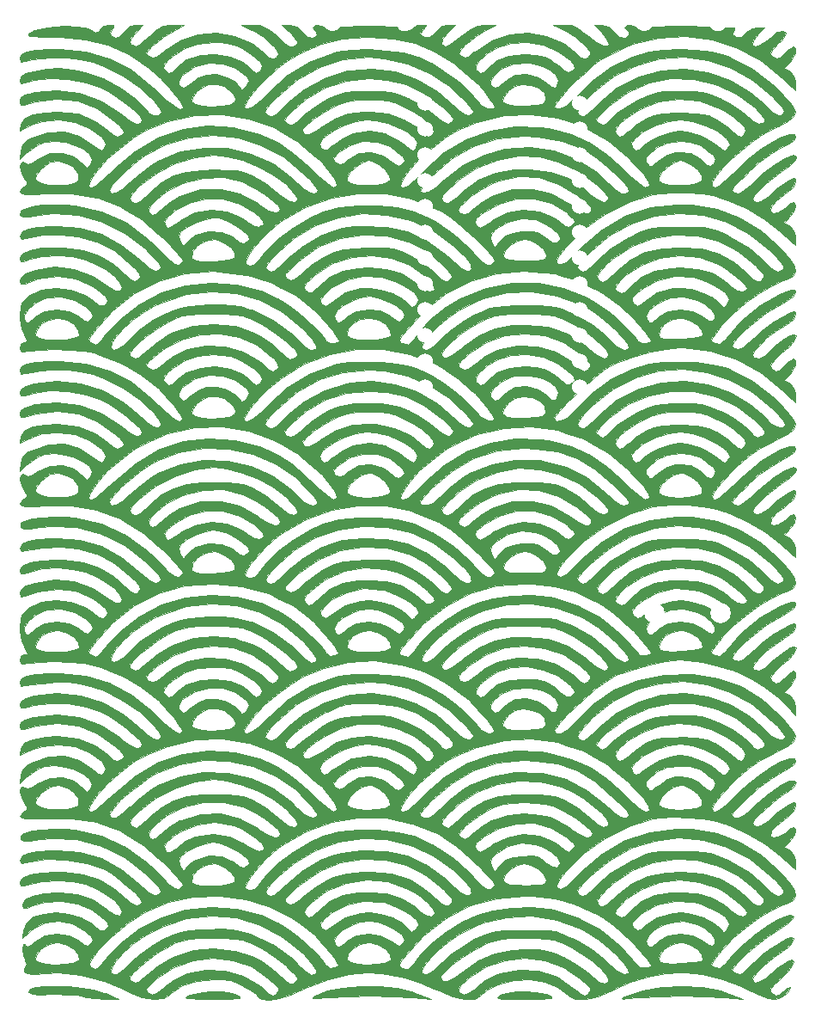
<source format=gto>
G04 #@! TF.GenerationSoftware,KiCad,Pcbnew,(5.1.10)-1*
G04 #@! TF.CreationDate,2021-05-19T19:05:48-07:00*
G04 #@! TF.ProjectId,numpad,6e756d70-6164-42e6-9b69-6361645f7063,rev?*
G04 #@! TF.SameCoordinates,Original*
G04 #@! TF.FileFunction,Legend,Top*
G04 #@! TF.FilePolarity,Positive*
%FSLAX46Y46*%
G04 Gerber Fmt 4.6, Leading zero omitted, Abs format (unit mm)*
G04 Created by KiCad (PCBNEW (5.1.10)-1) date 2021-05-19 19:05:48*
%MOMM*%
%LPD*%
G01*
G04 APERTURE LIST*
%ADD10C,0.010000*%
%ADD11C,2.000000*%
%ADD12C,1.524000*%
G04 APERTURE END LIST*
D10*
G36*
X92187618Y-139180958D02*
G01*
X93444719Y-139314250D01*
X94621039Y-139523142D01*
X95615208Y-139805573D01*
X95791421Y-139874061D01*
X97128263Y-140426156D01*
X95791421Y-140417755D01*
X94816221Y-140360705D01*
X93925182Y-140226786D01*
X93652473Y-140156967D01*
X93008505Y-140045990D01*
X92019412Y-139977833D01*
X90873891Y-139964036D01*
X90596906Y-139970088D01*
X89320067Y-139973443D01*
X88543603Y-139892200D01*
X88239416Y-139723388D01*
X88238439Y-139720580D01*
X88378857Y-139444978D01*
X88945356Y-139255274D01*
X89836564Y-139149410D01*
X90951109Y-139125324D01*
X92187618Y-139180958D01*
G37*
X92187618Y-139180958D02*
X93444719Y-139314250D01*
X94621039Y-139523142D01*
X95615208Y-139805573D01*
X95791421Y-139874061D01*
X97128263Y-140426156D01*
X95791421Y-140417755D01*
X94816221Y-140360705D01*
X93925182Y-140226786D01*
X93652473Y-140156967D01*
X93008505Y-140045990D01*
X92019412Y-139977833D01*
X90873891Y-139964036D01*
X90596906Y-139970088D01*
X89320067Y-139973443D01*
X88543603Y-139892200D01*
X88239416Y-139723388D01*
X88238439Y-139720580D01*
X88378857Y-139444978D01*
X88945356Y-139255274D01*
X89836564Y-139149410D01*
X90951109Y-139125324D01*
X92187618Y-139180958D01*
G36*
X98730239Y-45323574D02*
G01*
X98297635Y-45883901D01*
X98198115Y-46210738D01*
X98393003Y-46454959D01*
X98432613Y-46484619D01*
X98738648Y-46591381D01*
X99133727Y-46438724D01*
X99727047Y-45970748D01*
X100099946Y-45631098D01*
X100873247Y-44964430D01*
X101481693Y-44611959D01*
X102109476Y-44482780D01*
X102445910Y-44473273D01*
X103545105Y-44476494D01*
X102341947Y-45160711D01*
X101460328Y-45720792D01*
X100645877Y-46331971D01*
X100391446Y-46555928D01*
X99929689Y-47034554D01*
X99831632Y-47320132D01*
X100053452Y-47565828D01*
X100093905Y-47595832D01*
X100427229Y-47737657D01*
X100820708Y-47616251D01*
X101413379Y-47178175D01*
X101607683Y-47014011D01*
X103162484Y-46009660D01*
X104902264Y-45437959D01*
X106720740Y-45296856D01*
X108511630Y-45584301D01*
X110168650Y-46298242D01*
X111354676Y-47202135D01*
X111922608Y-47699269D01*
X112292607Y-47845394D01*
X112614137Y-47696018D01*
X112636158Y-47678037D01*
X112854095Y-47420352D01*
X112791007Y-47122736D01*
X112397882Y-46646562D01*
X112197320Y-46436874D01*
X111379567Y-45732663D01*
X110444333Y-45113004D01*
X110247417Y-45008826D01*
X109159842Y-44470474D01*
X110307612Y-44470263D01*
X111014482Y-44523727D01*
X111599127Y-44744824D01*
X112246447Y-45224159D01*
X112718696Y-45651735D01*
X113452127Y-46297186D01*
X113943606Y-46603320D01*
X114307589Y-46629461D01*
X114470792Y-46559881D01*
X114733373Y-46361111D01*
X114715700Y-46113603D01*
X114375048Y-45688371D01*
X114079365Y-45378199D01*
X113199155Y-44470053D01*
X113900619Y-44470053D01*
X114658456Y-44712004D01*
X115127863Y-45138474D01*
X115706829Y-45656957D01*
X116260755Y-45798811D01*
X116634740Y-45558001D01*
X116601210Y-45214612D01*
X116516835Y-45141169D01*
X116250419Y-44799306D01*
X116446117Y-44528110D01*
X116766556Y-44470053D01*
X117307849Y-44651835D01*
X117507405Y-44862093D01*
X117936134Y-45132565D01*
X118319788Y-45099065D01*
X118738264Y-44917681D01*
X118807629Y-44773866D01*
X119013823Y-44706606D01*
X119653162Y-44651899D01*
X120624097Y-44615666D01*
X121726158Y-44603737D01*
X122912947Y-44617677D01*
X123861826Y-44655553D01*
X124471243Y-44711443D01*
X124644686Y-44773866D01*
X124705437Y-44993867D01*
X125085131Y-45102138D01*
X125577005Y-45084825D01*
X125974298Y-44928072D01*
X126033528Y-44866933D01*
X126522186Y-44547772D01*
X126943914Y-44470053D01*
X127364325Y-44501917D01*
X127345486Y-44688326D01*
X127095440Y-44980575D01*
X126794802Y-45367676D01*
X126906456Y-45562874D01*
X127233983Y-45681708D01*
X127757345Y-45709175D01*
X128215306Y-45340296D01*
X128345282Y-45171185D01*
X129018583Y-44593403D01*
X129552164Y-44470053D01*
X130248307Y-44470053D01*
X129500657Y-45250431D01*
X129040783Y-45880440D01*
X128955410Y-46361781D01*
X129252959Y-46598998D01*
X129380811Y-46609000D01*
X129714202Y-46447884D01*
X130309043Y-46028920D01*
X130919608Y-45539526D01*
X131758896Y-44898416D01*
X132438299Y-44574423D01*
X133148250Y-44480658D01*
X133240207Y-44480706D01*
X134292473Y-44491360D01*
X133229309Y-45021664D01*
X132327991Y-45571188D01*
X131443003Y-46259877D01*
X131280314Y-46410550D01*
X130758852Y-46949524D01*
X130590875Y-47270171D01*
X130727154Y-47505969D01*
X130842780Y-47596933D01*
X131176022Y-47737637D01*
X131570981Y-47614320D01*
X132166294Y-47173543D01*
X132355052Y-47014011D01*
X133909853Y-46009660D01*
X135649633Y-45437959D01*
X137468109Y-45296856D01*
X139258998Y-45584301D01*
X140916019Y-46298242D01*
X142102044Y-47202135D01*
X142669977Y-47699269D01*
X143039975Y-47845394D01*
X143361506Y-47696018D01*
X143383526Y-47678037D01*
X143601463Y-47420352D01*
X143538376Y-47122736D01*
X143145250Y-46646562D01*
X142944688Y-46436874D01*
X142126935Y-45732663D01*
X141191701Y-45113004D01*
X140994785Y-45008826D01*
X139907210Y-44470474D01*
X141005883Y-44470263D01*
X141746396Y-44542768D01*
X142397889Y-44822218D01*
X143160325Y-45401026D01*
X143319542Y-45539526D01*
X144177425Y-46195404D01*
X144853582Y-46538238D01*
X145286990Y-46582473D01*
X145416622Y-46342553D01*
X145181453Y-45832919D01*
X144669820Y-45219946D01*
X143951376Y-44470053D01*
X144650414Y-44470053D01*
X145403998Y-44710983D01*
X145875232Y-45138474D01*
X146454197Y-45656957D01*
X147008123Y-45798811D01*
X147382108Y-45558001D01*
X147348579Y-45214612D01*
X147264203Y-45141169D01*
X146997788Y-44799306D01*
X147193486Y-44528110D01*
X147513925Y-44470053D01*
X148055217Y-44651835D01*
X148254773Y-44862093D01*
X148683503Y-45132565D01*
X149067157Y-45099065D01*
X149485632Y-44917681D01*
X149554998Y-44773866D01*
X149761191Y-44706606D01*
X150400531Y-44651899D01*
X151371466Y-44615666D01*
X152473526Y-44603737D01*
X153660316Y-44617677D01*
X154609194Y-44655553D01*
X155218611Y-44711443D01*
X155392054Y-44773866D01*
X155527403Y-44961237D01*
X155885481Y-45101254D01*
X156382099Y-45126824D01*
X156573175Y-44997967D01*
X156875950Y-44801091D01*
X157341176Y-44737421D01*
X157796866Y-44787945D01*
X157799195Y-44992202D01*
X157705871Y-45115988D01*
X157562415Y-45438469D01*
X157879484Y-45648096D01*
X157964268Y-45676286D01*
X158536632Y-45670205D01*
X158929295Y-45297718D01*
X159529408Y-44839689D01*
X160021609Y-44737421D01*
X160721475Y-44737421D01*
X160140132Y-45356232D01*
X159654638Y-46014425D01*
X159582358Y-46439598D01*
X159842594Y-46603660D01*
X160354650Y-46478522D01*
X161037829Y-46036092D01*
X161333174Y-45771527D01*
X162066616Y-45199458D01*
X162613790Y-45096639D01*
X162661335Y-45112148D01*
X162881859Y-45266579D01*
X162816631Y-45530791D01*
X162420333Y-46007125D01*
X162131907Y-46307716D01*
X161570407Y-46915330D01*
X161350901Y-47285328D01*
X161421620Y-47541891D01*
X161561405Y-47676276D01*
X161902138Y-47851757D01*
X162274310Y-47710179D01*
X162724665Y-47318182D01*
X163246376Y-46860645D01*
X163607052Y-46619859D01*
X163650788Y-46609000D01*
X163841334Y-46801785D01*
X163776271Y-47264742D01*
X163499081Y-47824768D01*
X163273916Y-48109364D01*
X162711147Y-48708404D01*
X163273916Y-49059859D01*
X163747827Y-49652923D01*
X163836684Y-50182748D01*
X163836684Y-50954183D01*
X162653949Y-49807964D01*
X160478698Y-48049161D01*
X158100851Y-46758215D01*
X155579988Y-45941302D01*
X152975695Y-45604599D01*
X150347551Y-45754282D01*
X147755141Y-46396528D01*
X145258047Y-47537514D01*
X144600721Y-47936497D01*
X143931801Y-48434134D01*
X143113151Y-49141881D01*
X142238130Y-49965693D01*
X141400097Y-50811527D01*
X140692413Y-51585337D01*
X140208436Y-52193078D01*
X140040894Y-52529773D01*
X140267353Y-52703576D01*
X140642473Y-52746093D01*
X141233808Y-52508182D01*
X141914325Y-51879202D01*
X142046158Y-51719255D01*
X143650137Y-50073736D01*
X145606715Y-48679737D01*
X147755891Y-47636511D01*
X149434252Y-47136211D01*
X150773703Y-46959126D01*
X152363083Y-46911365D01*
X154022670Y-46983114D01*
X155572747Y-47164557D01*
X156833592Y-47445879D01*
X157152473Y-47557723D01*
X159602236Y-48809302D01*
X161769854Y-50503112D01*
X162969885Y-51765145D01*
X163544663Y-52501902D01*
X163780277Y-53060255D01*
X163639289Y-53525610D01*
X163084259Y-53983372D01*
X162077750Y-54518945D01*
X161679483Y-54708820D01*
X160611759Y-55289897D01*
X159516968Y-56020466D01*
X158451941Y-56843272D01*
X157473511Y-57701060D01*
X156638506Y-58536574D01*
X156003760Y-59292559D01*
X155626103Y-59911760D01*
X155562365Y-60336922D01*
X155869379Y-60510790D01*
X155919129Y-60512158D01*
X156254574Y-60333709D01*
X156865238Y-59852173D01*
X157653996Y-59148267D01*
X158258602Y-58567909D01*
X159333977Y-57589729D01*
X160438238Y-56729171D01*
X161498297Y-56025982D01*
X162441061Y-55519911D01*
X163193442Y-55250704D01*
X163682348Y-55258109D01*
X163836684Y-55534466D01*
X163613413Y-55834956D01*
X163030954Y-56253453D01*
X162299316Y-56656197D01*
X161323999Y-57241255D01*
X160201209Y-58078796D01*
X159133026Y-59016636D01*
X159024052Y-59122822D01*
X158214991Y-59936126D01*
X157748308Y-60461597D01*
X157575696Y-60776516D01*
X157648845Y-60958164D01*
X157820894Y-61047597D01*
X158186211Y-61081944D01*
X158642045Y-60867746D01*
X159287306Y-60345465D01*
X159826158Y-59840551D01*
X160749414Y-59026892D01*
X161728392Y-58287241D01*
X162639023Y-57704293D01*
X163357236Y-57360744D01*
X163632198Y-57303737D01*
X163870381Y-57453896D01*
X163775088Y-57810806D01*
X163419616Y-58234108D01*
X162992547Y-58528630D01*
X162422104Y-58896047D01*
X161694513Y-59460313D01*
X160927088Y-60116849D01*
X160237145Y-60761076D01*
X159741997Y-61288414D01*
X159558789Y-61589613D01*
X159770883Y-61848333D01*
X159965725Y-61947945D01*
X160420930Y-61863078D01*
X161087745Y-61406888D01*
X161369409Y-61153648D01*
X162111142Y-60508921D01*
X162838025Y-59974020D01*
X163101421Y-59816073D01*
X163610917Y-59578905D01*
X163806774Y-59636630D01*
X163836684Y-59935025D01*
X163616925Y-60400588D01*
X163042499Y-60952726D01*
X162778632Y-61141284D01*
X161911729Y-61809127D01*
X161427313Y-62390365D01*
X161360470Y-62829086D01*
X161595197Y-63027112D01*
X162086350Y-62967104D01*
X162751354Y-62568059D01*
X162860300Y-62479610D01*
X163399923Y-62058200D01*
X163669755Y-61975164D01*
X163786903Y-62199749D01*
X163794040Y-62234413D01*
X163687308Y-62742862D01*
X163303120Y-63318257D01*
X163298114Y-63323607D01*
X162711147Y-63948404D01*
X163273916Y-64299859D01*
X163747520Y-64891330D01*
X163836684Y-65410490D01*
X163836684Y-66169666D01*
X162299316Y-64793445D01*
X160773201Y-63629305D01*
X158980765Y-62579569D01*
X157130175Y-61753775D01*
X155687562Y-61314316D01*
X154575090Y-61144305D01*
X153207423Y-61046153D01*
X151790444Y-61024172D01*
X150530035Y-61082668D01*
X149771886Y-61190508D01*
X147341623Y-61955268D01*
X145028252Y-63102617D01*
X142960044Y-64554999D01*
X141265271Y-66234864D01*
X141108634Y-66428331D01*
X140530635Y-67192229D01*
X140265452Y-67657748D01*
X140270842Y-67926355D01*
X140429024Y-68060741D01*
X140725695Y-68082625D01*
X141164650Y-67837670D01*
X141813471Y-67276424D01*
X142671998Y-66419481D01*
X144749582Y-64630912D01*
X147041095Y-63315438D01*
X149504449Y-62489346D01*
X152097555Y-62168924D01*
X153543000Y-62212389D01*
X156062959Y-62628318D01*
X158315815Y-63457844D01*
X160389427Y-64742756D01*
X162165631Y-66313549D01*
X163146446Y-67378032D01*
X163700052Y-68182910D01*
X163835735Y-68777470D01*
X163562782Y-69211002D01*
X162890479Y-69532794D01*
X162778718Y-69567648D01*
X161646957Y-70048807D01*
X160319360Y-70830902D01*
X158945174Y-71806384D01*
X157673649Y-72867706D01*
X156654031Y-73907318D01*
X156505171Y-74088376D01*
X155891926Y-74874996D01*
X155578804Y-75347792D01*
X155529461Y-75608550D01*
X155707554Y-75759060D01*
X155883474Y-75829580D01*
X156364568Y-75889574D01*
X156779070Y-75584269D01*
X156997654Y-75297911D01*
X158466999Y-73609431D01*
X160294787Y-72138793D01*
X162311673Y-71017898D01*
X162700368Y-70856104D01*
X163393613Y-70598552D01*
X163723830Y-70549692D01*
X163821236Y-70711697D01*
X163823261Y-70874849D01*
X163558911Y-71285040D01*
X162810066Y-71791658D01*
X162194736Y-72106299D01*
X161041786Y-72779735D01*
X159795149Y-73712253D01*
X158932896Y-74484726D01*
X158149304Y-75266756D01*
X157707479Y-75766012D01*
X157558289Y-76064609D01*
X157652606Y-76244659D01*
X157823903Y-76338222D01*
X158187088Y-76403044D01*
X158614463Y-76226444D01*
X159217549Y-75746515D01*
X159700295Y-75296638D01*
X160647421Y-74483292D01*
X161711596Y-73706894D01*
X162437812Y-73262313D01*
X163215679Y-72860903D01*
X163637191Y-72708837D01*
X163807832Y-72785926D01*
X163834625Y-72994944D01*
X163603349Y-73438740D01*
X162994236Y-73947546D01*
X162742927Y-74101879D01*
X161843594Y-74684729D01*
X160964389Y-75369561D01*
X160216899Y-76055287D01*
X159712713Y-76640818D01*
X159558789Y-76986427D01*
X159753847Y-77291294D01*
X160206449Y-77328499D01*
X160717737Y-77109020D01*
X160929736Y-76910739D01*
X161368213Y-76481393D01*
X162014019Y-75956084D01*
X162710301Y-75449580D01*
X163300206Y-75076644D01*
X163609431Y-74950053D01*
X163854152Y-75099265D01*
X163698398Y-75512963D01*
X163173519Y-76140238D01*
X162476900Y-76789272D01*
X161763535Y-77424978D01*
X161406846Y-77830114D01*
X161345825Y-78108004D01*
X161519465Y-78361970D01*
X161537528Y-78380220D01*
X161850226Y-78614790D01*
X162163201Y-78548778D01*
X162648992Y-78137814D01*
X162711285Y-78078369D01*
X163237246Y-77616038D01*
X163602675Y-77369134D01*
X163650788Y-77356368D01*
X163841334Y-77549154D01*
X163776271Y-78012110D01*
X163499081Y-78572137D01*
X163273916Y-78856733D01*
X162711147Y-79455772D01*
X163273916Y-79807227D01*
X163747827Y-80400291D01*
X163836684Y-80930117D01*
X163836684Y-81701551D01*
X162653949Y-80555333D01*
X160466993Y-78787550D01*
X158043466Y-77470187D01*
X155447200Y-76629674D01*
X152742024Y-76292445D01*
X152346118Y-76286895D01*
X151041983Y-76403223D01*
X149470155Y-76716155D01*
X147835278Y-77171615D01*
X146341997Y-77715526D01*
X145568864Y-78077771D01*
X144918289Y-78500303D01*
X144076163Y-79155855D01*
X143132733Y-79960317D01*
X142178241Y-80829580D01*
X141302934Y-81679535D01*
X140597056Y-82426074D01*
X140150852Y-82985085D01*
X140040894Y-83229910D01*
X140217117Y-83516896D01*
X140661576Y-83491025D01*
X141247961Y-83200378D01*
X141849959Y-82693034D01*
X142046158Y-82466624D01*
X143650137Y-80821104D01*
X145606715Y-79427105D01*
X147755891Y-78383879D01*
X149434252Y-77883579D01*
X150773703Y-77706494D01*
X152363083Y-77658734D01*
X154022670Y-77730482D01*
X155572747Y-77911925D01*
X156833592Y-78193247D01*
X157152473Y-78305091D01*
X159602236Y-79556670D01*
X161769854Y-81250480D01*
X162969885Y-82512514D01*
X163543711Y-83247655D01*
X163779955Y-83805102D01*
X163641021Y-84269885D01*
X163089316Y-84727033D01*
X162087246Y-85261577D01*
X161665478Y-85462793D01*
X160338472Y-86158240D01*
X159191346Y-86944829D01*
X158021512Y-87968995D01*
X157522059Y-88457751D01*
X156433017Y-89609940D01*
X155777589Y-90455870D01*
X155553653Y-90999248D01*
X155759088Y-91243779D01*
X155919129Y-91259526D01*
X156254574Y-91081077D01*
X156865238Y-90599542D01*
X157653996Y-89895636D01*
X158258602Y-89315277D01*
X159333977Y-88337097D01*
X160438238Y-87476539D01*
X161498297Y-86773351D01*
X162441061Y-86267279D01*
X163193442Y-85998072D01*
X163682348Y-86005477D01*
X163836684Y-86281835D01*
X163613413Y-86582325D01*
X163030954Y-87000821D01*
X162299316Y-87403566D01*
X161323999Y-87988623D01*
X160201209Y-88826165D01*
X159133026Y-89764004D01*
X159024052Y-89870190D01*
X158214991Y-90683494D01*
X157748308Y-91208965D01*
X157575696Y-91523884D01*
X157648845Y-91705533D01*
X157820894Y-91794965D01*
X158186211Y-91829313D01*
X158642045Y-91615115D01*
X159287306Y-91092834D01*
X159826158Y-90587919D01*
X160749414Y-89774261D01*
X161728392Y-89034610D01*
X162639023Y-88451662D01*
X163357236Y-88108112D01*
X163632198Y-88051105D01*
X163870381Y-88201265D01*
X163775088Y-88558174D01*
X163419616Y-88981477D01*
X162992547Y-89275998D01*
X162422104Y-89643416D01*
X161694513Y-90207682D01*
X160927088Y-90864217D01*
X160237145Y-91508444D01*
X159741997Y-92035783D01*
X159558789Y-92336982D01*
X159770883Y-92595702D01*
X159965725Y-92695313D01*
X160420930Y-92610446D01*
X161087745Y-92154256D01*
X161369409Y-91901016D01*
X162111142Y-91256290D01*
X162838025Y-90721388D01*
X163101421Y-90563442D01*
X163610917Y-90326273D01*
X163806774Y-90383998D01*
X163836684Y-90682394D01*
X163616925Y-91147956D01*
X163042499Y-91700094D01*
X162778632Y-91888652D01*
X161911729Y-92556495D01*
X161427313Y-93137733D01*
X161360470Y-93576454D01*
X161595197Y-93774481D01*
X162086350Y-93714473D01*
X162751354Y-93315427D01*
X162860300Y-93226979D01*
X163399923Y-92805569D01*
X163669755Y-92722532D01*
X163786903Y-92947117D01*
X163794040Y-92981781D01*
X163687308Y-93490230D01*
X163303120Y-94065625D01*
X163298114Y-94070975D01*
X162711147Y-94695772D01*
X163273916Y-95047227D01*
X163747520Y-95638699D01*
X163836684Y-96157858D01*
X163836684Y-96917035D01*
X162299316Y-95540813D01*
X160773201Y-94376674D01*
X158980765Y-93326938D01*
X157130175Y-92501143D01*
X155687562Y-92061685D01*
X154575090Y-91891673D01*
X153207423Y-91793522D01*
X151790444Y-91771540D01*
X150530035Y-91830037D01*
X149771886Y-91937877D01*
X147341623Y-92702637D01*
X145028252Y-93849985D01*
X142960044Y-95302368D01*
X141265271Y-96982232D01*
X141108634Y-97175699D01*
X140530635Y-97939597D01*
X140265452Y-98405116D01*
X140270842Y-98673724D01*
X140429024Y-98808109D01*
X140725695Y-98829993D01*
X141164650Y-98585039D01*
X141813471Y-98023793D01*
X142671998Y-97166849D01*
X144749582Y-95378281D01*
X147041095Y-94062806D01*
X149504449Y-93236714D01*
X152097555Y-92916293D01*
X153543000Y-92959757D01*
X156062959Y-93375687D01*
X158315815Y-94205212D01*
X160389427Y-95490124D01*
X162165631Y-97060918D01*
X163146446Y-98125401D01*
X163700052Y-98930278D01*
X163835735Y-99524839D01*
X163562782Y-99958370D01*
X162890479Y-100280162D01*
X162778718Y-100315016D01*
X161646957Y-100796175D01*
X160319360Y-101578270D01*
X158945174Y-102553753D01*
X157673649Y-103615074D01*
X156654031Y-104654686D01*
X156505171Y-104835744D01*
X155891926Y-105622364D01*
X155578804Y-106095160D01*
X155529461Y-106355919D01*
X155707554Y-106506429D01*
X155883474Y-106576948D01*
X156364568Y-106636943D01*
X156779070Y-106331637D01*
X156997654Y-106045279D01*
X158466999Y-104356799D01*
X160294787Y-102886161D01*
X162311673Y-101765266D01*
X162700368Y-101603473D01*
X163393613Y-101345921D01*
X163723830Y-101297060D01*
X163821236Y-101459065D01*
X163823261Y-101622217D01*
X163558911Y-102032409D01*
X162810066Y-102539026D01*
X162194736Y-102853668D01*
X161041786Y-103527103D01*
X159795149Y-104459622D01*
X158932896Y-105232094D01*
X158149004Y-106012454D01*
X157705266Y-106509088D01*
X157553200Y-106805565D01*
X157644324Y-106985454D01*
X157850681Y-107097539D01*
X158214199Y-107177317D01*
X158613765Y-107029669D01*
X159165324Y-106590069D01*
X159722260Y-106055955D01*
X160657556Y-105232551D01*
X161716629Y-104449437D01*
X162433000Y-104009681D01*
X163212778Y-103608601D01*
X163635754Y-103456202D01*
X163807393Y-103532366D01*
X163834625Y-103742313D01*
X163603349Y-104186109D01*
X162994236Y-104694915D01*
X162742927Y-104849248D01*
X161843594Y-105432098D01*
X160964389Y-106116930D01*
X160216899Y-106802656D01*
X159712713Y-107388187D01*
X159558789Y-107733796D01*
X159753847Y-108038662D01*
X160206449Y-108075867D01*
X160717737Y-107856388D01*
X160929736Y-107658107D01*
X161368213Y-107228761D01*
X162014019Y-106703453D01*
X162710301Y-106196948D01*
X163300206Y-105824013D01*
X163609431Y-105697421D01*
X163854152Y-105846633D01*
X163698398Y-106260331D01*
X163173519Y-106887607D01*
X162476900Y-107536640D01*
X161763535Y-108172347D01*
X161406846Y-108577483D01*
X161345825Y-108855372D01*
X161519465Y-109109339D01*
X161537528Y-109127589D01*
X161850226Y-109362159D01*
X162163201Y-109296147D01*
X162648992Y-108885183D01*
X162711285Y-108825738D01*
X163237246Y-108363407D01*
X163602675Y-108116502D01*
X163650788Y-108103737D01*
X163841334Y-108296522D01*
X163776271Y-108759478D01*
X163499081Y-109319505D01*
X163273916Y-109604101D01*
X162711147Y-110203141D01*
X163273916Y-110554595D01*
X163748004Y-111150027D01*
X163836684Y-111707951D01*
X163836684Y-112509852D01*
X163192319Y-111814933D01*
X162069181Y-110747862D01*
X160743062Y-109703024D01*
X159441105Y-108854545D01*
X159069258Y-108654241D01*
X157807536Y-108133459D01*
X156258080Y-107660486D01*
X154636462Y-107288270D01*
X153158257Y-107069757D01*
X152473526Y-107034263D01*
X151055163Y-107156508D01*
X149385305Y-107486222D01*
X147678049Y-107967875D01*
X146147491Y-108545937D01*
X145568864Y-108825140D01*
X144918289Y-109247671D01*
X144076163Y-109903223D01*
X143132733Y-110707685D01*
X142178241Y-111576948D01*
X141302934Y-112426904D01*
X140597056Y-113173442D01*
X140150852Y-113732454D01*
X140040894Y-113977278D01*
X140217117Y-114264264D01*
X140661576Y-114238394D01*
X141247961Y-113947747D01*
X141849959Y-113440402D01*
X142046158Y-113213992D01*
X143829845Y-111373163D01*
X145915328Y-109964578D01*
X148274122Y-108999935D01*
X150877744Y-108490930D01*
X153655150Y-108446456D01*
X156183982Y-108827013D01*
X158456907Y-109641571D01*
X160530802Y-110919522D01*
X162462546Y-112690259D01*
X162969885Y-113259882D01*
X163543711Y-113995023D01*
X163779955Y-114552470D01*
X163641021Y-115017253D01*
X163089316Y-115474401D01*
X162087246Y-116008945D01*
X161665478Y-116210161D01*
X160338472Y-116905608D01*
X159191346Y-117692197D01*
X158021512Y-118716363D01*
X157522059Y-119205119D01*
X156433017Y-120357309D01*
X155777589Y-121203239D01*
X155553653Y-121746616D01*
X155759088Y-121991148D01*
X155919129Y-122006895D01*
X156254574Y-121828446D01*
X156865238Y-121346910D01*
X157653996Y-120643004D01*
X158258602Y-120062645D01*
X159333977Y-119084466D01*
X160438238Y-118223908D01*
X161498297Y-117520719D01*
X162441061Y-117014647D01*
X163193442Y-116745440D01*
X163682348Y-116752845D01*
X163836684Y-117029203D01*
X163613413Y-117329693D01*
X163030954Y-117748190D01*
X162299316Y-118150934D01*
X161323999Y-118735991D01*
X160201209Y-119573533D01*
X159133026Y-120511372D01*
X159024052Y-120617559D01*
X158214994Y-121430867D01*
X157748327Y-121956336D01*
X157575747Y-122271232D01*
X157648950Y-122452821D01*
X157820894Y-122542120D01*
X158206126Y-122576891D01*
X158684088Y-122347095D01*
X159361227Y-121792585D01*
X159692473Y-121484631D01*
X161160255Y-120192543D01*
X162377770Y-119340716D01*
X163235105Y-118949218D01*
X163718769Y-118912204D01*
X163851246Y-119139226D01*
X163658511Y-119515253D01*
X163166540Y-119925256D01*
X162992547Y-120023367D01*
X162422104Y-120390784D01*
X161694513Y-120955050D01*
X160927088Y-121611586D01*
X160237145Y-122255812D01*
X159741997Y-122783151D01*
X159558789Y-123084350D01*
X159770883Y-123343070D01*
X159965725Y-123442682D01*
X160420930Y-123357815D01*
X161087745Y-122901625D01*
X161369409Y-122648384D01*
X162111142Y-122003658D01*
X162838025Y-121468757D01*
X163101421Y-121310810D01*
X163610917Y-121073641D01*
X163806774Y-121131366D01*
X163836684Y-121429762D01*
X163616925Y-121895324D01*
X163042499Y-122447463D01*
X162778632Y-122636021D01*
X161911729Y-123303864D01*
X161427313Y-123885101D01*
X161360470Y-124323823D01*
X161595197Y-124521849D01*
X162086350Y-124461841D01*
X162751354Y-124062796D01*
X162860300Y-123974347D01*
X163399923Y-123552937D01*
X163669755Y-123469901D01*
X163786903Y-123694486D01*
X163794040Y-123729150D01*
X163687308Y-124237598D01*
X163303120Y-124812994D01*
X163298114Y-124818344D01*
X162711147Y-125443141D01*
X163273916Y-125794595D01*
X163747520Y-126386067D01*
X163836684Y-126905227D01*
X163836684Y-127664403D01*
X162299316Y-126288182D01*
X160773201Y-125124042D01*
X158980765Y-124074306D01*
X157130175Y-123248512D01*
X155687562Y-122809053D01*
X154575090Y-122639041D01*
X153207423Y-122540890D01*
X151790444Y-122518909D01*
X150530035Y-122577405D01*
X149771886Y-122685245D01*
X147341623Y-123450005D01*
X145028252Y-124597353D01*
X142960044Y-126049736D01*
X141265271Y-127729601D01*
X141108634Y-127923068D01*
X140530635Y-128686966D01*
X140265452Y-129152485D01*
X140270842Y-129421092D01*
X140429024Y-129555477D01*
X140725695Y-129577362D01*
X141164650Y-129332407D01*
X141813471Y-128771161D01*
X142671998Y-127914217D01*
X144749582Y-126125649D01*
X147041095Y-124810175D01*
X149504449Y-123984083D01*
X152097555Y-123663661D01*
X153543000Y-123707126D01*
X156062959Y-124123055D01*
X158315815Y-124952581D01*
X160389427Y-126237493D01*
X162165631Y-127808286D01*
X163146446Y-128872769D01*
X163700052Y-129677647D01*
X163835735Y-130272207D01*
X163562782Y-130705739D01*
X162890479Y-131027531D01*
X162778718Y-131062385D01*
X161646957Y-131543544D01*
X160319360Y-132325639D01*
X158945174Y-133301121D01*
X157673649Y-134362443D01*
X156654031Y-135402054D01*
X156505171Y-135583113D01*
X155891926Y-136369733D01*
X155578804Y-136842528D01*
X155529461Y-137103287D01*
X155707554Y-137253797D01*
X155883474Y-137324316D01*
X156364203Y-137384428D01*
X156776943Y-137079041D01*
X156994152Y-136792648D01*
X157764879Y-135864722D01*
X158774087Y-134894331D01*
X159911929Y-133962246D01*
X161068560Y-133149234D01*
X162134136Y-132536066D01*
X162998809Y-132203512D01*
X163285116Y-132166895D01*
X163599561Y-132282790D01*
X163496013Y-132588782D01*
X163027773Y-133022330D01*
X162248141Y-133520894D01*
X162031847Y-133637421D01*
X161069138Y-134238799D01*
X159976579Y-135069110D01*
X158978589Y-135956737D01*
X158909606Y-136025034D01*
X158145407Y-136799383D01*
X157716550Y-137286777D01*
X157576677Y-137574756D01*
X157679425Y-137750859D01*
X157927253Y-137879916D01*
X158362998Y-137992359D01*
X158741206Y-137810739D01*
X159226998Y-137259895D01*
X159718052Y-136756879D01*
X160459912Y-136133688D01*
X161322506Y-135483667D01*
X162175757Y-134900161D01*
X162889593Y-134476515D01*
X163333940Y-134306075D01*
X163343399Y-134305842D01*
X163597980Y-134451905D01*
X163495371Y-134814749D01*
X163099309Y-135281359D01*
X162566684Y-135683116D01*
X161647862Y-136314527D01*
X160782405Y-137019105D01*
X160078608Y-137696112D01*
X159644766Y-138244807D01*
X159558789Y-138481164D01*
X159729971Y-138812773D01*
X160194078Y-138776967D01*
X160876954Y-138395169D01*
X161441150Y-137937383D01*
X162148705Y-137338293D01*
X162787873Y-136862605D01*
X163010923Y-136724818D01*
X163473111Y-136570248D01*
X163608363Y-136735594D01*
X163447560Y-137143390D01*
X163021581Y-137716171D01*
X162361306Y-138376470D01*
X162347771Y-138388410D01*
X161684798Y-138997088D01*
X161377596Y-139381686D01*
X161365662Y-139653769D01*
X161540156Y-139877584D01*
X161863595Y-140117115D01*
X162186025Y-140034678D01*
X162628016Y-139658387D01*
X163067955Y-139311588D01*
X163293946Y-139263433D01*
X163301947Y-139297797D01*
X163073648Y-139763908D01*
X162524288Y-140191717D01*
X161857179Y-140438131D01*
X161657321Y-140455316D01*
X161070445Y-140330212D01*
X160229603Y-140005810D01*
X159504569Y-139650452D01*
X158064546Y-139004404D01*
X156359120Y-138443193D01*
X154601572Y-138023508D01*
X153005185Y-137802037D01*
X152473526Y-137781631D01*
X150993910Y-137910973D01*
X149277118Y-138259826D01*
X147542604Y-138769437D01*
X146009822Y-139381051D01*
X145478740Y-139654358D01*
X144300427Y-140177886D01*
X143153372Y-140441114D01*
X142165598Y-140432216D01*
X141465129Y-140139365D01*
X141361519Y-140034722D01*
X140384229Y-139244026D01*
X139087692Y-138732460D01*
X137608763Y-138500022D01*
X136084299Y-138546714D01*
X134651156Y-138872534D01*
X133446189Y-139477483D01*
X132838165Y-140034722D01*
X132202866Y-140401394D01*
X131237060Y-140447467D01*
X130030415Y-140183092D01*
X128672601Y-139618422D01*
X128535303Y-139547586D01*
X128175238Y-139391937D01*
X130608257Y-139391937D01*
X130617517Y-139633755D01*
X130823749Y-139825123D01*
X131158861Y-139979516D01*
X131536983Y-139878799D01*
X132101293Y-139469769D01*
X132355052Y-139256116D01*
X133259709Y-138613265D01*
X134278265Y-138072184D01*
X134638643Y-137929827D01*
X136587037Y-137534638D01*
X138515751Y-137655389D01*
X140346574Y-138276500D01*
X142001299Y-139382388D01*
X142022594Y-139401019D01*
X142635905Y-139905226D01*
X143012807Y-140081247D01*
X143296908Y-139977099D01*
X143417145Y-139867336D01*
X143596961Y-139607380D01*
X143530891Y-139320076D01*
X143158090Y-138896835D01*
X142578030Y-138369705D01*
X140942277Y-137269042D01*
X139100776Y-136606922D01*
X137152956Y-136382787D01*
X135198249Y-136596080D01*
X133336084Y-137246241D01*
X131665893Y-138332714D01*
X131551380Y-138431562D01*
X130900819Y-139027070D01*
X130608257Y-139391937D01*
X128175238Y-139391937D01*
X126824726Y-138808139D01*
X125288335Y-138347482D01*
X128811421Y-138347482D01*
X128986446Y-138696673D01*
X129477550Y-138671790D01*
X130233773Y-138287639D01*
X131031220Y-137702531D01*
X132596995Y-136597892D01*
X134140241Y-135909973D01*
X135845847Y-135573622D01*
X137246226Y-135512484D01*
X138448947Y-135544249D01*
X139353164Y-135669334D01*
X140193483Y-135939376D01*
X141123068Y-136365769D01*
X142153415Y-136944881D01*
X143122755Y-137608897D01*
X143749512Y-138146234D01*
X144431255Y-138712052D01*
X144984463Y-138917431D01*
X145323373Y-138746780D01*
X145388263Y-138444170D01*
X145175479Y-138024820D01*
X144609109Y-137424117D01*
X143797126Y-136730719D01*
X142847503Y-136033285D01*
X141868214Y-135420475D01*
X141410887Y-135178267D01*
X140664447Y-134837760D01*
X139993977Y-134620856D01*
X139240731Y-134500353D01*
X138245964Y-134449047D01*
X137099842Y-134439526D01*
X135792373Y-134451995D01*
X134860495Y-134508587D01*
X134145281Y-134638079D01*
X133487805Y-134869252D01*
X132729140Y-135230883D01*
X132728863Y-135231023D01*
X131809704Y-135757413D01*
X130854671Y-136403053D01*
X129973336Y-137080775D01*
X129275269Y-137703414D01*
X128870040Y-138183802D01*
X128811421Y-138347482D01*
X125288335Y-138347482D01*
X124896440Y-138229980D01*
X122982522Y-137872703D01*
X121673378Y-137785583D01*
X119803322Y-137967072D01*
X117753413Y-138464690D01*
X115729286Y-139223969D01*
X115087497Y-139530024D01*
X113987813Y-140002025D01*
X112894852Y-140327421D01*
X111928258Y-140486493D01*
X111207672Y-140459521D01*
X110853175Y-140227908D01*
X110592776Y-139967021D01*
X110021370Y-139543852D01*
X109560894Y-139240132D01*
X108794169Y-138812015D01*
X108067024Y-138578729D01*
X107155816Y-138484358D01*
X106486158Y-138471364D01*
X104800229Y-138628828D01*
X103364650Y-139092152D01*
X102284891Y-139823821D01*
X102090797Y-140034722D01*
X101478598Y-140381017D01*
X100539319Y-140440222D01*
X99388122Y-140225855D01*
X98140167Y-139751438D01*
X97685726Y-139517561D01*
X97550895Y-139459295D01*
X99827847Y-139459295D01*
X99914413Y-139691216D01*
X100079431Y-139827353D01*
X100414129Y-139979618D01*
X100794696Y-139875489D01*
X101363647Y-139461697D01*
X101607683Y-139256116D01*
X102512341Y-138613265D01*
X103530896Y-138072184D01*
X103891274Y-137929827D01*
X105748945Y-137552388D01*
X107624720Y-137636661D01*
X109399746Y-138158365D01*
X110955168Y-139093220D01*
X111368091Y-139457243D01*
X111924616Y-139956939D01*
X112269179Y-140114046D01*
X112553157Y-139978311D01*
X112656478Y-139880635D01*
X112847418Y-139617599D01*
X112797361Y-139337422D01*
X112445904Y-138929591D01*
X111830662Y-138369705D01*
X110183928Y-137258297D01*
X108342857Y-136598858D01*
X106396052Y-136389605D01*
X104432114Y-136628757D01*
X102539644Y-137314531D01*
X100807245Y-138445146D01*
X100632140Y-138594941D01*
X100048971Y-139134269D01*
X99827847Y-139459295D01*
X97550895Y-139459295D01*
X95662430Y-138643218D01*
X95007498Y-138478571D01*
X98179079Y-138478571D01*
X98395867Y-138696488D01*
X98712091Y-138844522D01*
X99064740Y-138747084D01*
X99581126Y-138346085D01*
X99984913Y-137971430D01*
X100918714Y-137216583D01*
X102008062Y-136518802D01*
X102501132Y-136265039D01*
X104434615Y-135641414D01*
X106495517Y-135434870D01*
X108494972Y-135660340D01*
X108878606Y-135760834D01*
X110188524Y-136200838D01*
X111222746Y-136722584D01*
X112207441Y-137457051D01*
X112915519Y-138098678D01*
X113561195Y-138675005D01*
X113977300Y-138917392D01*
X114298380Y-138883517D01*
X114480890Y-138769729D01*
X114702850Y-138555842D01*
X114696114Y-138313218D01*
X114405207Y-137943238D01*
X113774653Y-137347282D01*
X113583972Y-137175271D01*
X112587480Y-136379778D01*
X111450194Y-135616749D01*
X110681760Y-135186897D01*
X109931069Y-134843339D01*
X109263592Y-134624712D01*
X108520397Y-134503811D01*
X107542550Y-134453430D01*
X106352473Y-134445847D01*
X105040037Y-134461821D01*
X104102631Y-134521956D01*
X103380769Y-134655061D01*
X102714965Y-134889945D01*
X101987773Y-135234269D01*
X100893497Y-135878103D01*
X99769272Y-136684501D01*
X99180404Y-137184556D01*
X98516123Y-137827112D01*
X98200516Y-138223437D01*
X98179079Y-138478571D01*
X95007498Y-138478571D01*
X93389561Y-138071829D01*
X91086320Y-137849067D01*
X89883634Y-137891914D01*
X88705253Y-137959575D01*
X88004319Y-137901374D01*
X87757582Y-137760943D01*
X87757509Y-137752574D01*
X96311692Y-137752574D01*
X96329698Y-137787359D01*
X96575631Y-138009096D01*
X96930254Y-137944755D01*
X97470231Y-137554043D01*
X98272229Y-136796668D01*
X98336230Y-136732812D01*
X99296325Y-135909641D01*
X100475279Y-135086979D01*
X101457819Y-134527022D01*
X102383300Y-134098600D01*
X103175074Y-133825201D01*
X104020384Y-133665459D01*
X105106474Y-133578010D01*
X105904528Y-133544674D01*
X107270751Y-133519677D01*
X108291054Y-133571718D01*
X109151404Y-133722679D01*
X110037765Y-133994441D01*
X110189681Y-134048874D01*
X112429352Y-135101064D01*
X114262086Y-136478612D01*
X114858622Y-137097521D01*
X115433662Y-137663846D01*
X115929688Y-138004483D01*
X116087473Y-138049000D01*
X116536105Y-137933236D01*
X116567628Y-137573186D01*
X116549389Y-137544261D01*
X126963182Y-137544261D01*
X126973750Y-137852033D01*
X127010869Y-137873322D01*
X127359485Y-137980844D01*
X127673090Y-137930850D01*
X128070741Y-137656821D01*
X128671494Y-137092238D01*
X129007980Y-136757503D01*
X129941401Y-135959950D01*
X131106332Y-135149704D01*
X132156669Y-134551713D01*
X132985575Y-134156609D01*
X133657369Y-133895570D01*
X134322186Y-133740876D01*
X135130158Y-133664802D01*
X136231422Y-133639627D01*
X137108086Y-133637421D01*
X138452352Y-133644155D01*
X139414811Y-133684261D01*
X140148382Y-133787593D01*
X140805984Y-133984007D01*
X141540534Y-134303356D01*
X142222733Y-134635967D01*
X143707737Y-135491420D01*
X144949440Y-136442073D01*
X145355952Y-136841757D01*
X146202813Y-137657643D01*
X146829583Y-138015918D01*
X147267624Y-137930896D01*
X147398296Y-137773914D01*
X147318996Y-137431802D01*
X146888892Y-136866499D01*
X146197468Y-136158280D01*
X145334205Y-135387419D01*
X144388586Y-134634191D01*
X143450093Y-133978873D01*
X142668486Y-133530770D01*
X140291481Y-132649273D01*
X137828839Y-132261769D01*
X135359227Y-132360922D01*
X132961316Y-132939396D01*
X130713775Y-133989855D01*
X129591083Y-134750191D01*
X128671369Y-135516375D01*
X127880885Y-136293041D01*
X127288524Y-136996800D01*
X126963182Y-137544261D01*
X116549389Y-137544261D01*
X116174487Y-136949716D01*
X115349125Y-136043692D01*
X115260396Y-135954633D01*
X113252034Y-134304698D01*
X111037981Y-133125502D01*
X108679137Y-132426746D01*
X106236404Y-132218134D01*
X103770683Y-132509369D01*
X101342873Y-133310152D01*
X100671605Y-133630362D01*
X99549127Y-134286565D01*
X98478871Y-135056690D01*
X97540419Y-135864545D01*
X96813351Y-136633939D01*
X96377248Y-137288679D01*
X96311692Y-137752574D01*
X87757509Y-137752574D01*
X87754222Y-137377272D01*
X87855685Y-137276787D01*
X87994679Y-136932527D01*
X87894033Y-136705101D01*
X87821062Y-136486536D01*
X88856462Y-136486536D01*
X88884976Y-136599680D01*
X89227393Y-136830550D01*
X89931819Y-136968797D01*
X90834042Y-137016848D01*
X91769849Y-136977130D01*
X91774053Y-136976477D01*
X94173033Y-136976477D01*
X94277745Y-137219489D01*
X94339972Y-137264343D01*
X94795839Y-137479880D01*
X95128519Y-137345118D01*
X95478136Y-136878396D01*
X95891639Y-136353865D01*
X96541762Y-135638239D01*
X97145694Y-135026694D01*
X99094173Y-133492510D01*
X101312601Y-132365072D01*
X103711850Y-131655771D01*
X106202791Y-131375999D01*
X108696294Y-131537148D01*
X111103231Y-132150608D01*
X112960783Y-133005397D01*
X113831296Y-133579667D01*
X114826985Y-134354938D01*
X115822254Y-135219291D01*
X116691507Y-136060803D01*
X117309147Y-136767553D01*
X117485387Y-137037356D01*
X117905895Y-137370455D01*
X118317928Y-137341656D01*
X118644277Y-137232864D01*
X118720339Y-137067456D01*
X124751652Y-137067456D01*
X124899762Y-137287834D01*
X125407906Y-137438472D01*
X125612771Y-137483248D01*
X125834957Y-137303226D01*
X126268048Y-136803974D01*
X126726490Y-136214632D01*
X127831519Y-135027060D01*
X129304495Y-133864344D01*
X130985871Y-132839045D01*
X132491603Y-132147345D01*
X134041070Y-131717304D01*
X135876930Y-131461771D01*
X137775040Y-131396204D01*
X139511258Y-131536059D01*
X140006693Y-131629083D01*
X142322869Y-132395976D01*
X144543819Y-133605435D01*
X146529474Y-135167169D01*
X147973392Y-136764391D01*
X148511133Y-137279736D01*
X149060089Y-137342644D01*
X149088196Y-137335668D01*
X149659416Y-137186290D01*
X149162477Y-136480905D01*
X150343375Y-136480905D01*
X150369968Y-136574285D01*
X150552039Y-136795185D01*
X150958882Y-136912744D01*
X151702078Y-136944815D01*
X152551606Y-136923342D01*
X153726672Y-136834976D01*
X154452045Y-136682058D01*
X154677607Y-136519227D01*
X154587916Y-136033141D01*
X154129295Y-135519132D01*
X153448899Y-135089277D01*
X152693883Y-134855648D01*
X152473526Y-134840579D01*
X151670947Y-134999172D01*
X150957683Y-135400186D01*
X150469803Y-135931479D01*
X150343375Y-136480905D01*
X149162477Y-136480905D01*
X149068596Y-136347645D01*
X147927821Y-134986980D01*
X147581079Y-134663604D01*
X149044773Y-134663604D01*
X149146268Y-134992153D01*
X149407130Y-135280094D01*
X149631188Y-135313588D01*
X149982346Y-135054110D01*
X150359845Y-134706895D01*
X151299255Y-134172155D01*
X152452832Y-134000467D01*
X153641870Y-134192122D01*
X154627116Y-134699936D01*
X155214304Y-135100126D01*
X155565371Y-135171479D01*
X155806559Y-134985195D01*
X155878621Y-134536110D01*
X155518601Y-133997302D01*
X154801015Y-133450223D01*
X154062890Y-133079250D01*
X152760964Y-132733465D01*
X151506083Y-132860301D01*
X150884162Y-133079250D01*
X149937734Y-133581812D01*
X149300480Y-134136485D01*
X149044773Y-134663604D01*
X147581079Y-134663604D01*
X146481056Y-133637711D01*
X145876401Y-133185981D01*
X147676211Y-133185981D01*
X147879726Y-133436102D01*
X148205065Y-133668422D01*
X148535377Y-133563113D01*
X148906626Y-133237962D01*
X150184258Y-132377503D01*
X151741974Y-131946376D01*
X152514208Y-131899526D01*
X153593975Y-132032149D01*
X154714641Y-132379965D01*
X155694830Y-132867892D01*
X156353164Y-133420850D01*
X156420371Y-133516474D01*
X156686582Y-133845578D01*
X156923910Y-133714735D01*
X157040947Y-133561902D01*
X157251062Y-133055477D01*
X157236347Y-132801924D01*
X156853993Y-132344858D01*
X156117787Y-131826896D01*
X155187116Y-131337234D01*
X154221368Y-130965072D01*
X153736902Y-130843515D01*
X151916271Y-130755241D01*
X150173146Y-131155040D01*
X148617468Y-132011658D01*
X148104521Y-132444599D01*
X147701209Y-132884439D01*
X147676211Y-133185981D01*
X145876401Y-133185981D01*
X144930053Y-132478977D01*
X144241645Y-132061766D01*
X144022135Y-131958511D01*
X146004780Y-131958511D01*
X146195064Y-132175455D01*
X146599639Y-132384640D01*
X146921571Y-132330369D01*
X147346211Y-131952938D01*
X147547446Y-131739822D01*
X148646041Y-130806056D01*
X149921411Y-130224991D01*
X151492512Y-129952644D01*
X152473526Y-129918426D01*
X154177271Y-130033565D01*
X155551659Y-130418493D01*
X156758890Y-131132482D01*
X157472030Y-131744963D01*
X158056001Y-132139160D01*
X158607286Y-132271231D01*
X158966299Y-132122830D01*
X159024052Y-131923370D01*
X158820093Y-131571385D01*
X158295006Y-131042417D01*
X157578982Y-130446291D01*
X156802209Y-129892827D01*
X156203264Y-129543852D01*
X154349213Y-128891686D01*
X152397795Y-128693134D01*
X150458873Y-128930565D01*
X148642313Y-129586348D01*
X147057977Y-130642853D01*
X146596117Y-131085589D01*
X146121300Y-131635301D01*
X146004780Y-131958511D01*
X144022135Y-131958511D01*
X142165127Y-131084996D01*
X140743594Y-130686269D01*
X144287707Y-130686269D01*
X144344510Y-130993857D01*
X144358946Y-131012123D01*
X144593024Y-131258597D01*
X144824362Y-131307491D01*
X145166493Y-131110902D01*
X145732952Y-130620926D01*
X146112825Y-130272112D01*
X147645724Y-129090928D01*
X149271987Y-128335847D01*
X151123650Y-127958025D01*
X152547992Y-127891612D01*
X154633525Y-128058155D01*
X156402651Y-128582747D01*
X157972569Y-129510503D01*
X158944551Y-130353889D01*
X159602170Y-130960740D01*
X160023803Y-131226516D01*
X160329703Y-131208938D01*
X160494234Y-131097707D01*
X160700161Y-130852136D01*
X160647971Y-130561010D01*
X160285913Y-130101618D01*
X159905314Y-129701256D01*
X158165282Y-128276010D01*
X156200595Y-127290433D01*
X154092083Y-126745306D01*
X151920574Y-126641407D01*
X149766897Y-126979519D01*
X147711883Y-127760421D01*
X145836360Y-128984893D01*
X145195156Y-129559226D01*
X144553879Y-130238250D01*
X144287707Y-130686269D01*
X140743594Y-130686269D01*
X140095026Y-130504352D01*
X137828585Y-130268415D01*
X137125520Y-130257120D01*
X134303591Y-130500561D01*
X131700722Y-131231469D01*
X129315117Y-132450725D01*
X127144984Y-134159206D01*
X125501985Y-135954605D01*
X124955188Y-136661619D01*
X124751652Y-137067456D01*
X118720339Y-137067456D01*
X118725713Y-137055770D01*
X118539343Y-136688193D01*
X118385900Y-136469317D01*
X119592320Y-136469317D01*
X119618510Y-136563626D01*
X119967009Y-136810163D01*
X120676910Y-136962063D01*
X121583509Y-137020370D01*
X122522100Y-136986131D01*
X123327978Y-136860390D01*
X123836440Y-136644192D01*
X123918269Y-136536341D01*
X123860600Y-136025822D01*
X123418055Y-135505242D01*
X122727982Y-135079555D01*
X121927727Y-134853712D01*
X121699095Y-134840579D01*
X120917720Y-134999851D01*
X120213596Y-135401032D01*
X119725528Y-135929172D01*
X119592320Y-136469317D01*
X118385900Y-136469317D01*
X118070049Y-136018779D01*
X116847036Y-134633108D01*
X118317522Y-134633108D01*
X118403202Y-134997337D01*
X118661518Y-135281825D01*
X118884883Y-135313319D01*
X119236625Y-135052591D01*
X119612477Y-134706895D01*
X120539742Y-134179186D01*
X121686647Y-133992427D01*
X122860805Y-134146717D01*
X123869833Y-134642156D01*
X123947384Y-134704669D01*
X124488780Y-135113701D01*
X124814603Y-135183019D01*
X125070110Y-134972037D01*
X125260862Y-134555700D01*
X125034159Y-134129786D01*
X124420600Y-133639178D01*
X123509001Y-133171397D01*
X122530300Y-132827515D01*
X121784412Y-132707503D01*
X120899707Y-132828074D01*
X120002431Y-133154219D01*
X119200818Y-133612639D01*
X118603103Y-134130035D01*
X118317522Y-134633108D01*
X116847036Y-134633108D01*
X116368606Y-134091049D01*
X115307961Y-133275892D01*
X116963094Y-133275892D01*
X117159316Y-133485828D01*
X117518921Y-133648607D01*
X117926326Y-133446429D01*
X118170854Y-133227159D01*
X119437544Y-132376681D01*
X120988433Y-131951133D01*
X121784412Y-131905398D01*
X122935647Y-132041773D01*
X124078923Y-132393584D01*
X125038278Y-132889963D01*
X125635454Y-133456349D01*
X125940122Y-133806727D01*
X126237889Y-133704704D01*
X126318353Y-133628685D01*
X126621028Y-133193979D01*
X126672473Y-133000942D01*
X126444731Y-132632503D01*
X125852907Y-132158222D01*
X125034106Y-131658688D01*
X124125432Y-131214489D01*
X123263988Y-130906214D01*
X123008044Y-130847026D01*
X121249418Y-130749374D01*
X119578671Y-131095654D01*
X118116348Y-131850456D01*
X117372514Y-132502414D01*
X116985763Y-132977905D01*
X116963094Y-133275892D01*
X115307961Y-133275892D01*
X114340537Y-132532380D01*
X112915804Y-131799276D01*
X115361136Y-131799276D01*
X115470097Y-132065860D01*
X115809834Y-132373540D01*
X116148048Y-132336765D01*
X116628794Y-131920221D01*
X116800078Y-131739822D01*
X117898672Y-130806056D01*
X119174043Y-130224991D01*
X120745144Y-129952644D01*
X121726158Y-129918426D01*
X123541529Y-130056785D01*
X125015748Y-130502340D01*
X126274112Y-131300809D01*
X126777593Y-131761584D01*
X127345556Y-132155447D01*
X127882288Y-132268401D01*
X128226806Y-132087250D01*
X128276684Y-131884473D01*
X128073842Y-131521134D01*
X127554638Y-130985259D01*
X126853057Y-130392638D01*
X126103082Y-129859062D01*
X125603000Y-129573841D01*
X123573280Y-128865333D01*
X121515588Y-128674094D01*
X119496462Y-128991076D01*
X117582442Y-129807231D01*
X116113214Y-130864344D01*
X115543918Y-131422947D01*
X115361136Y-131799276D01*
X112915804Y-131799276D01*
X112061746Y-131359816D01*
X110168927Y-130766257D01*
X113493568Y-130766257D01*
X113680559Y-130978345D01*
X113715220Y-131004196D01*
X114020405Y-131144104D01*
X114373313Y-131058117D01*
X114891600Y-130690829D01*
X115494050Y-130166509D01*
X116463410Y-129423807D01*
X117571865Y-128759013D01*
X118273330Y-128438108D01*
X119588099Y-128071526D01*
X121113968Y-127907505D01*
X121936714Y-127891612D01*
X124046739Y-128084355D01*
X125867302Y-128683217D01*
X127497849Y-129727311D01*
X128197183Y-130353889D01*
X128854801Y-130960740D01*
X129276434Y-131226516D01*
X129582335Y-131208938D01*
X129746865Y-131097707D01*
X129952793Y-130852136D01*
X129900603Y-130561010D01*
X129538545Y-130101618D01*
X129157946Y-129701256D01*
X127393220Y-128247600D01*
X125419850Y-127250603D01*
X123309488Y-126711539D01*
X121133787Y-126631679D01*
X118964400Y-127012298D01*
X116872980Y-127854668D01*
X114931181Y-129160062D01*
X114604861Y-129442699D01*
X113899700Y-130096759D01*
X113547942Y-130505170D01*
X113493568Y-130766257D01*
X110168927Y-130766257D01*
X109608133Y-130590401D01*
X107055599Y-130241180D01*
X104480048Y-130329195D01*
X101957379Y-130871491D01*
X99592227Y-131869511D01*
X97912827Y-132951032D01*
X96292938Y-134300680D01*
X94952947Y-135732804D01*
X94849480Y-135864753D01*
X94350173Y-136561811D01*
X94173033Y-136976477D01*
X91774053Y-136976477D01*
X92575028Y-136852069D01*
X93085367Y-136644093D01*
X93170901Y-136536341D01*
X93113262Y-136025747D01*
X92670681Y-135505181D01*
X91980468Y-135079539D01*
X91179936Y-134853718D01*
X90951113Y-134840579D01*
X90196771Y-135003480D01*
X89502206Y-135412145D01*
X89008432Y-135946517D01*
X88856462Y-136486536D01*
X87821062Y-136486536D01*
X87711242Y-136157604D01*
X87644872Y-135509000D01*
X87689332Y-135008570D01*
X87832169Y-135010202D01*
X87879937Y-135078083D01*
X88112640Y-135253019D01*
X88474568Y-135087988D01*
X88875742Y-134743872D01*
X89839721Y-134184808D01*
X91007574Y-133991079D01*
X92191108Y-134164390D01*
X93200016Y-134704669D01*
X93734410Y-135115172D01*
X94052046Y-135192133D01*
X94323950Y-134970206D01*
X94351067Y-134937908D01*
X94521953Y-134619951D01*
X94390732Y-134295486D01*
X93892764Y-133822765D01*
X93811374Y-133754420D01*
X92554214Y-133020891D01*
X91174623Y-132749064D01*
X89796350Y-132940135D01*
X88543147Y-133595301D01*
X88410560Y-133702203D01*
X87593034Y-134390105D01*
X87681701Y-133642415D01*
X88012333Y-132889917D01*
X88730539Y-132348802D01*
X89730470Y-132024350D01*
X90906279Y-131921843D01*
X92152116Y-132046563D01*
X93362132Y-132403790D01*
X94430480Y-132998806D01*
X94777302Y-133288372D01*
X95252829Y-133651651D01*
X95606072Y-133634195D01*
X95792489Y-133502850D01*
X96045322Y-133211585D01*
X95946702Y-132900369D01*
X95662718Y-132573250D01*
X94484158Y-131673971D01*
X93000572Y-131066774D01*
X91374274Y-130783855D01*
X89767575Y-130857414D01*
X88639316Y-131180018D01*
X88002609Y-131431342D01*
X87715077Y-131452986D01*
X87638919Y-131236183D01*
X87636684Y-131116215D01*
X87888627Y-130626163D01*
X88596921Y-130246599D01*
X89690265Y-130001258D01*
X91097357Y-129913877D01*
X91246158Y-129914668D01*
X93013128Y-130099410D01*
X94540810Y-130657273D01*
X96014016Y-131657438D01*
X96105500Y-131733687D01*
X96766412Y-132159278D01*
X97228635Y-132187205D01*
X97238280Y-132181522D01*
X97425019Y-131823647D01*
X97199611Y-131310866D01*
X96636438Y-130710151D01*
X95809881Y-130088478D01*
X94794325Y-129512822D01*
X93819384Y-129103119D01*
X92543262Y-128816363D01*
X91038348Y-128717457D01*
X89550878Y-128807791D01*
X88371947Y-129072387D01*
X87729676Y-129278940D01*
X87442778Y-129267243D01*
X87370431Y-129018379D01*
X87369316Y-128937700D01*
X87622515Y-128488242D01*
X88348386Y-128160694D01*
X89496336Y-127966794D01*
X91015772Y-127918278D01*
X91670360Y-127939930D01*
X93596396Y-128164603D01*
X95182456Y-128670026D01*
X96575627Y-129516243D01*
X97484038Y-130313221D01*
X98271950Y-130977504D01*
X98839789Y-131221230D01*
X98978601Y-131202259D01*
X99344860Y-130959862D01*
X99400894Y-130838034D01*
X99203484Y-130509140D01*
X98688228Y-129967202D01*
X97970590Y-129312524D01*
X97166034Y-128645409D01*
X96390022Y-128066162D01*
X95762555Y-127677385D01*
X93989748Y-127023560D01*
X91963851Y-126680304D01*
X89878758Y-126664679D01*
X87943926Y-126989422D01*
X87488034Y-127048333D01*
X87391090Y-126799601D01*
X87412454Y-126659296D01*
X87632309Y-126293822D01*
X88170736Y-126038280D01*
X89091965Y-125876946D01*
X90460228Y-125794094D01*
X90997104Y-125781686D01*
X93310760Y-125952338D01*
X95411487Y-126566700D01*
X97373983Y-127655602D01*
X99179775Y-129159060D01*
X100039304Y-129897957D01*
X100647391Y-130213474D01*
X100850828Y-130206531D01*
X101157513Y-130029805D01*
X101196843Y-129834025D01*
X111566364Y-129834025D01*
X111654918Y-130049422D01*
X111787570Y-130161090D01*
X112071797Y-130292642D01*
X112396855Y-130213140D01*
X112864065Y-129864142D01*
X113574750Y-129187210D01*
X113710246Y-129052143D01*
X115269782Y-127752086D01*
X116969371Y-126754145D01*
X118081509Y-126285183D01*
X119097547Y-126002654D01*
X120262878Y-125849512D01*
X121079387Y-125798656D01*
X123465004Y-125863396D01*
X125568647Y-126328777D01*
X127494018Y-127234183D01*
X129344816Y-128619001D01*
X129927143Y-129159060D01*
X130807374Y-129915138D01*
X131416877Y-130216254D01*
X131609726Y-130202106D01*
X131869515Y-129957409D01*
X131832133Y-129808326D01*
X142292560Y-129808326D01*
X142378904Y-130024482D01*
X142528446Y-130151812D01*
X142825798Y-130301257D01*
X143141835Y-130227061D01*
X143587203Y-129867286D01*
X144242134Y-129192533D01*
X145612822Y-128006087D01*
X147337610Y-126955976D01*
X147489138Y-126879902D01*
X148396926Y-126442963D01*
X149110115Y-126157029D01*
X149788707Y-125990123D01*
X150592707Y-125910266D01*
X151682118Y-125885480D01*
X152473526Y-125883737D01*
X153791790Y-125891690D01*
X154735346Y-125936868D01*
X155464198Y-126051249D01*
X156138349Y-126266811D01*
X156917801Y-126615531D01*
X157457914Y-126879902D01*
X159203721Y-127913133D01*
X160610229Y-129093244D01*
X160704918Y-129192533D01*
X161379592Y-129886094D01*
X161818314Y-130234392D01*
X162131731Y-130299365D01*
X162418606Y-130151812D01*
X162623435Y-129949691D01*
X162628782Y-129709170D01*
X162382247Y-129341112D01*
X161831429Y-128756381D01*
X161276728Y-128209425D01*
X159256265Y-126585158D01*
X157050268Y-125434564D01*
X154721160Y-124757544D01*
X152331367Y-124553998D01*
X149943311Y-124823826D01*
X147619416Y-125566930D01*
X145422109Y-126783210D01*
X143650368Y-128237479D01*
X142875642Y-129004662D01*
X142440589Y-129498332D01*
X142292560Y-129808326D01*
X131832133Y-129808326D01*
X131762917Y-129532297D01*
X131266679Y-128889199D01*
X130357544Y-127990542D01*
X130088847Y-127744885D01*
X128070512Y-126259650D01*
X125860714Y-125239812D01*
X123527740Y-124683356D01*
X121139877Y-124588266D01*
X118765412Y-124952527D01*
X116472631Y-125774125D01*
X114329820Y-127051043D01*
X112917797Y-128251618D01*
X112145197Y-129024001D01*
X111712255Y-129521844D01*
X111566364Y-129834025D01*
X101196843Y-129834025D01*
X101208682Y-129775094D01*
X100965090Y-129370519D01*
X100387493Y-128744204D01*
X99672588Y-128048576D01*
X97645889Y-126470230D01*
X95389271Y-125355150D01*
X92967032Y-124724128D01*
X90443473Y-124597959D01*
X89334592Y-124705319D01*
X88281683Y-124837039D01*
X87666950Y-124851790D01*
X87403101Y-124731726D01*
X87402842Y-124459004D01*
X87450411Y-124320157D01*
X87792932Y-124082188D01*
X88538800Y-123884572D01*
X89557274Y-123741331D01*
X90717614Y-123666488D01*
X91889079Y-123674064D01*
X92759841Y-123750725D01*
X95382288Y-124357243D01*
X97746241Y-125426906D01*
X99878383Y-126973914D01*
X101109201Y-128194025D01*
X101957676Y-129067468D01*
X102558187Y-129528050D01*
X102956066Y-129610039D01*
X102974127Y-129603805D01*
X103212804Y-129436215D01*
X109536740Y-129436215D01*
X109627242Y-129583341D01*
X110062059Y-129695324D01*
X110446566Y-129580202D01*
X110896736Y-129164817D01*
X111516873Y-128391331D01*
X112684935Y-127161364D01*
X114233043Y-125976390D01*
X116009935Y-124941863D01*
X117275591Y-124376618D01*
X118835372Y-123957762D01*
X120701669Y-123750741D01*
X122689955Y-123755680D01*
X124615704Y-123972705D01*
X126204941Y-124370524D01*
X128158365Y-125263461D01*
X130077141Y-126542835D01*
X131778282Y-128081333D01*
X132177852Y-128526177D01*
X132889738Y-129276812D01*
X133402427Y-129609769D01*
X133705763Y-129609842D01*
X134090398Y-129357085D01*
X134158789Y-129213818D01*
X133961875Y-128836133D01*
X133818364Y-128668255D01*
X135015686Y-128668255D01*
X135041414Y-128782657D01*
X135233502Y-129017508D01*
X135660204Y-129154345D01*
X136432604Y-129215713D01*
X137225135Y-129225842D01*
X138254889Y-129212491D01*
X138860090Y-129153687D01*
X139150642Y-129021304D01*
X139236449Y-128787215D01*
X139238789Y-128710511D01*
X139005205Y-128127164D01*
X138421131Y-127576450D01*
X137661584Y-127189917D01*
X137078694Y-127086895D01*
X136367504Y-127246828D01*
X135688734Y-127645165D01*
X135189193Y-128159706D01*
X135015686Y-128668255D01*
X133818364Y-128668255D01*
X133432349Y-128216702D01*
X132662039Y-127439039D01*
X132141396Y-126956278D01*
X133721189Y-126956278D01*
X133866142Y-127307030D01*
X134180225Y-127893898D01*
X134792626Y-127181940D01*
X135307601Y-126723179D01*
X135974832Y-126468923D01*
X136866365Y-126348796D01*
X137777124Y-126310075D01*
X138388632Y-126421407D01*
X138928487Y-126741351D01*
X139178825Y-126943783D01*
X139881919Y-127405323D01*
X140362130Y-127446225D01*
X140570696Y-127066031D01*
X140575631Y-126956837D01*
X140342842Y-126483627D01*
X139735652Y-125953309D01*
X138890834Y-125465777D01*
X138133114Y-125172881D01*
X136816993Y-125041867D01*
X135470083Y-125368830D01*
X134260209Y-126111037D01*
X133801434Y-126576191D01*
X133721189Y-126956278D01*
X132141396Y-126956278D01*
X131742772Y-126586659D01*
X130766375Y-125743079D01*
X130330500Y-125395349D01*
X132186750Y-125395349D01*
X132306816Y-125639992D01*
X132528239Y-125893973D01*
X132732306Y-125968445D01*
X133055351Y-125828237D01*
X133633706Y-125438176D01*
X133950446Y-125215960D01*
X135403998Y-124493755D01*
X136981235Y-124215346D01*
X138555216Y-124377304D01*
X139999002Y-124976198D01*
X140581681Y-125395119D01*
X141139914Y-125822437D01*
X141485248Y-125917582D01*
X141787892Y-125721435D01*
X141817731Y-125692013D01*
X142017353Y-125408640D01*
X141928565Y-125117718D01*
X141489621Y-124688309D01*
X141249745Y-124487582D01*
X139735192Y-123566878D01*
X138054637Y-123114905D01*
X136297650Y-123130686D01*
X134553803Y-123613245D01*
X132912666Y-124561603D01*
X132890048Y-124578790D01*
X132338219Y-125058126D01*
X132186750Y-125395349D01*
X130330500Y-125395349D01*
X129824673Y-124991814D01*
X129009496Y-124416379D01*
X128655958Y-124209054D01*
X128649460Y-124206395D01*
X130584486Y-124206395D01*
X130726095Y-124442338D01*
X130828818Y-124522705D01*
X131179971Y-124666858D01*
X131579077Y-124508014D01*
X132113114Y-124053479D01*
X132904224Y-123440088D01*
X133860992Y-122866735D01*
X134158789Y-122722310D01*
X135505561Y-122327403D01*
X137083897Y-122177695D01*
X138645263Y-122282916D01*
X139584776Y-122509927D01*
X140401340Y-122884564D01*
X141337634Y-123445775D01*
X141784790Y-123763236D01*
X142606056Y-124281694D01*
X143272144Y-124500736D01*
X143689676Y-124402917D01*
X143784052Y-124136702D01*
X143571719Y-123799153D01*
X143014213Y-123288170D01*
X142230777Y-122695388D01*
X141340652Y-122112446D01*
X140633788Y-121715739D01*
X139867275Y-121376159D01*
X139095143Y-121179621D01*
X138128690Y-121092048D01*
X137099842Y-121077509D01*
X135875127Y-121106668D01*
X134992003Y-121211400D01*
X134258628Y-121429927D01*
X133490368Y-121796623D01*
X132538161Y-122375769D01*
X131628387Y-123042459D01*
X131270282Y-123354501D01*
X130749193Y-123887945D01*
X130584486Y-124206395D01*
X128649460Y-124206395D01*
X126084961Y-123156996D01*
X125968380Y-123132986D01*
X128892766Y-123132986D01*
X129083485Y-123352297D01*
X129373357Y-123524586D01*
X129610923Y-123549841D01*
X129921755Y-123369519D01*
X130431428Y-122925079D01*
X130873500Y-122517806D01*
X132078140Y-121527739D01*
X133253764Y-120862959D01*
X134553165Y-120469447D01*
X136129137Y-120293183D01*
X137233526Y-120269206D01*
X138521903Y-120284628D01*
X139435923Y-120349678D01*
X140135550Y-120492886D01*
X140780747Y-120742780D01*
X141272594Y-120989564D01*
X142265937Y-121598498D01*
X143243593Y-122330043D01*
X143636667Y-122679577D01*
X144352996Y-123249881D01*
X144939972Y-123487939D01*
X145308284Y-123373119D01*
X145388263Y-123084250D01*
X145180863Y-122681671D01*
X144634788Y-122091978D01*
X143864226Y-121412414D01*
X142983362Y-120740225D01*
X142106384Y-120172653D01*
X141735189Y-119973215D01*
X140684158Y-119549127D01*
X139431616Y-119173472D01*
X138599968Y-118992620D01*
X136556480Y-118900272D01*
X134461105Y-119272844D01*
X132431721Y-120068184D01*
X130586204Y-121244140D01*
X129484538Y-122252327D01*
X129010509Y-122807164D01*
X128892766Y-123132986D01*
X125968380Y-123132986D01*
X123420788Y-122608308D01*
X120729764Y-122556211D01*
X118078214Y-122993928D01*
X115532466Y-123914678D01*
X113158845Y-125311685D01*
X112436028Y-125866731D01*
X111560136Y-126653068D01*
X110765232Y-127491879D01*
X110118345Y-128294469D01*
X109686505Y-128972146D01*
X109536740Y-129436215D01*
X103212804Y-129436215D01*
X103349918Y-129339939D01*
X103411421Y-129191895D01*
X103233947Y-128911030D01*
X103231996Y-128908731D01*
X104319612Y-128908731D01*
X104350429Y-129005947D01*
X104667590Y-129175187D01*
X105349663Y-129265702D01*
X106233463Y-129282789D01*
X107155808Y-129231740D01*
X107953513Y-129117853D01*
X108463395Y-128946421D01*
X108546224Y-128869801D01*
X108526195Y-128456510D01*
X108157592Y-127949429D01*
X107579898Y-127473275D01*
X106932593Y-127152764D01*
X106552242Y-127086895D01*
X105625901Y-127250979D01*
X104868190Y-127676274D01*
X104394347Y-128262338D01*
X104319612Y-128908731D01*
X103231996Y-128908731D01*
X102754970Y-128346637D01*
X102054652Y-127589720D01*
X101473000Y-126991374D01*
X101273215Y-126816384D01*
X102976745Y-126816384D01*
X103152425Y-127369872D01*
X103157786Y-127379925D01*
X103415611Y-127775366D01*
X103606989Y-127718590D01*
X103724366Y-127530694D01*
X104131484Y-127096237D01*
X104748274Y-126685836D01*
X105976269Y-126307830D01*
X107221027Y-126369448D01*
X108317229Y-126857579D01*
X108476274Y-126981494D01*
X109058359Y-127410543D01*
X109441534Y-127491948D01*
X109706691Y-127344211D01*
X109956373Y-127046249D01*
X109833443Y-126719410D01*
X109634482Y-126485371D01*
X108865821Y-125859510D01*
X107866721Y-125327352D01*
X106875395Y-125002748D01*
X106429967Y-124953819D01*
X105599483Y-125097419D01*
X104626008Y-125451139D01*
X103738791Y-125915481D01*
X103192341Y-126359011D01*
X102976745Y-126816384D01*
X101273215Y-126816384D01*
X99649060Y-125393803D01*
X101562246Y-125393803D01*
X101739065Y-125835777D01*
X101821201Y-125924464D01*
X102168982Y-125982302D01*
X102726802Y-125616216D01*
X102911717Y-125449959D01*
X103705246Y-124874669D01*
X104588382Y-124456427D01*
X104702462Y-124421459D01*
X106408978Y-124185132D01*
X108026111Y-124417041D01*
X109450355Y-125098086D01*
X109793712Y-125360956D01*
X110430683Y-125745595D01*
X111008539Y-125856036D01*
X111375448Y-125681847D01*
X111432473Y-125473544D01*
X111214539Y-125106281D01*
X110655036Y-124608970D01*
X109895420Y-124080986D01*
X109077143Y-123621704D01*
X108409535Y-123349849D01*
X106597569Y-123028532D01*
X104893395Y-123208456D01*
X103224238Y-123901789D01*
X102542473Y-124330831D01*
X101818663Y-124917310D01*
X101562246Y-125393803D01*
X99649060Y-125393803D01*
X99405006Y-125180039D01*
X97613903Y-124086791D01*
X100037660Y-124086791D01*
X100082629Y-124386482D01*
X100165739Y-124501998D01*
X100425596Y-124715183D01*
X100731382Y-124637706D01*
X101224683Y-124220934D01*
X101358649Y-124092250D01*
X102186020Y-123430607D01*
X103124913Y-122865671D01*
X103277737Y-122793655D01*
X105201956Y-122213393D01*
X107135331Y-122156384D01*
X109019294Y-122615452D01*
X110795278Y-123583417D01*
X111008372Y-123741062D01*
X111842917Y-124271477D01*
X112516049Y-124499414D01*
X112938277Y-124407486D01*
X113036684Y-124135137D01*
X112821518Y-123782594D01*
X112258565Y-123267032D01*
X111471644Y-122677488D01*
X110584575Y-122102997D01*
X109721176Y-121632595D01*
X109305496Y-121452109D01*
X107442503Y-121015132D01*
X105489944Y-121035182D01*
X103580381Y-121486496D01*
X101846373Y-122343315D01*
X100896836Y-123086167D01*
X100288553Y-123693072D01*
X100037660Y-124086791D01*
X97613903Y-124086791D01*
X97253933Y-123867074D01*
X95028679Y-123054604D01*
X98167021Y-123054604D01*
X98251258Y-123289910D01*
X98333328Y-123350573D01*
X98624613Y-123523876D01*
X98862725Y-123549920D01*
X99173415Y-123370295D01*
X99682434Y-122926588D01*
X100126131Y-122517806D01*
X101330772Y-121527739D01*
X102506396Y-120862959D01*
X103805797Y-120469447D01*
X105381769Y-120293183D01*
X106486158Y-120269206D01*
X107773739Y-120284540D01*
X108687203Y-120349422D01*
X109386762Y-120492522D01*
X110032629Y-120742511D01*
X110532704Y-120993354D01*
X111529085Y-121598766D01*
X112512172Y-122320468D01*
X112914453Y-122668800D01*
X113728431Y-123310102D01*
X114321086Y-123484526D01*
X114411132Y-123465485D01*
X114728442Y-123316246D01*
X114712795Y-123058360D01*
X114462773Y-122645019D01*
X113613647Y-121710133D01*
X112373291Y-120801711D01*
X110883544Y-119988428D01*
X109286245Y-119338960D01*
X107723231Y-118921981D01*
X106524836Y-118801647D01*
X104593724Y-119034722D01*
X102602927Y-119673410D01*
X100727241Y-120642735D01*
X99141461Y-121867725D01*
X98962159Y-122045485D01*
X98387492Y-122674032D01*
X98167021Y-123054604D01*
X95028679Y-123054604D01*
X94946981Y-123024775D01*
X92411354Y-122625439D01*
X89976158Y-122616044D01*
X88725587Y-122668685D01*
X87927272Y-122658126D01*
X87501773Y-122578130D01*
X87369650Y-122422456D01*
X87369316Y-122411318D01*
X87490149Y-122194939D01*
X96192473Y-122194939D01*
X96355915Y-122555884D01*
X96794379Y-122543455D01*
X97430077Y-122186112D01*
X98185219Y-121512309D01*
X98252414Y-121441364D01*
X99161368Y-120612100D01*
X100264088Y-119799479D01*
X100967565Y-119374791D01*
X103183443Y-118483427D01*
X105504322Y-118077503D01*
X107846424Y-118144722D01*
X110125970Y-118672787D01*
X112259181Y-119649401D01*
X114162280Y-121062268D01*
X114468432Y-121356464D01*
X115303782Y-122129471D01*
X115893592Y-122517469D01*
X116308896Y-122566410D01*
X116328769Y-122559939D01*
X116617788Y-122412331D01*
X116616116Y-122373541D01*
X126799800Y-122373541D01*
X127005806Y-122490378D01*
X127189658Y-122537488D01*
X127634111Y-122543730D01*
X128112259Y-122291626D01*
X128747203Y-121706820D01*
X128993873Y-121447681D01*
X129906774Y-120614365D01*
X131012350Y-119799079D01*
X131714933Y-119374791D01*
X133883347Y-118508426D01*
X136231569Y-118088540D01*
X138610808Y-118139755D01*
X138918243Y-118182858D01*
X141202633Y-118774060D01*
X143258472Y-119821686D01*
X145120894Y-121327020D01*
X145931734Y-122073515D01*
X146492352Y-122474502D01*
X146901369Y-122589752D01*
X147126158Y-122542334D01*
X147341270Y-122408536D01*
X147345902Y-122195329D01*
X147091801Y-121826174D01*
X146530715Y-121224529D01*
X145896044Y-120591084D01*
X144094695Y-119030098D01*
X142283356Y-117939410D01*
X140336488Y-117267215D01*
X138128556Y-116961707D01*
X137024565Y-116930068D01*
X134465989Y-117176896D01*
X132093915Y-117924687D01*
X129910982Y-119172270D01*
X127919826Y-120918477D01*
X127839093Y-121004144D01*
X127176920Y-121723740D01*
X126843664Y-122149100D01*
X126799800Y-122373541D01*
X116616116Y-122373541D01*
X116607528Y-122174403D01*
X116278173Y-121696791D01*
X116200949Y-121596442D01*
X114499039Y-119812143D01*
X112506734Y-118437356D01*
X110295370Y-117487770D01*
X107936280Y-116979076D01*
X105500797Y-116926963D01*
X103060256Y-117347121D01*
X100785765Y-118205938D01*
X99995910Y-118669281D01*
X99081665Y-119321794D01*
X98146125Y-120073944D01*
X97292388Y-120836197D01*
X96623553Y-121519018D01*
X96242715Y-122032875D01*
X96192473Y-122194939D01*
X87490149Y-122194939D01*
X87585178Y-122024768D01*
X87786950Y-121903844D01*
X87867088Y-121854534D01*
X94084702Y-121854534D01*
X94255741Y-121993607D01*
X94452859Y-122006895D01*
X94803601Y-121826003D01*
X95417447Y-121340136D01*
X96191855Y-120634506D01*
X96658649Y-120173891D01*
X98742520Y-118405612D01*
X101026681Y-117102630D01*
X103459267Y-116281720D01*
X105988412Y-115959659D01*
X108562252Y-116153220D01*
X108894143Y-116216460D01*
X110949110Y-116755531D01*
X112692572Y-117509823D01*
X114295537Y-118572315D01*
X115929013Y-120035986D01*
X115941081Y-120047987D01*
X116795029Y-120863982D01*
X117539320Y-121513525D01*
X118077395Y-121915764D01*
X118280555Y-122006895D01*
X118621747Y-121852372D01*
X124834380Y-121852372D01*
X125011793Y-121992115D01*
X125237379Y-122006895D01*
X125605529Y-121819677D01*
X126214172Y-121319836D01*
X126955028Y-120600093D01*
X127264292Y-120271223D01*
X129168469Y-118569729D01*
X131354910Y-117269129D01*
X133736357Y-116398316D01*
X136225551Y-115986179D01*
X138735236Y-116061610D01*
X139560474Y-116199934D01*
X141713444Y-116779130D01*
X143567069Y-117614896D01*
X145287026Y-118797014D01*
X146688450Y-120062645D01*
X147543981Y-120873973D01*
X148289242Y-121519296D01*
X148827107Y-121917896D01*
X149027923Y-122006895D01*
X149376879Y-121853354D01*
X149292467Y-121396420D01*
X149063710Y-121060937D01*
X150352098Y-121060937D01*
X150363545Y-121317546D01*
X150716674Y-121574803D01*
X151428286Y-121729989D01*
X152332306Y-121784887D01*
X153262661Y-121741277D01*
X154053278Y-121600942D01*
X154538084Y-121365664D01*
X154600953Y-121272084D01*
X154534725Y-120782300D01*
X154116991Y-120218689D01*
X153491000Y-119710300D01*
X152800003Y-119386183D01*
X152448741Y-119333210D01*
X151823891Y-119509547D01*
X151170397Y-119947418D01*
X150631914Y-120510117D01*
X150352098Y-121060937D01*
X149063710Y-121060937D01*
X148777792Y-120641625D01*
X147835959Y-119594502D01*
X147460368Y-119214017D01*
X147267449Y-119052137D01*
X149094935Y-119052137D01*
X149113145Y-119452741D01*
X149201046Y-119612711D01*
X149420880Y-119883933D01*
X149679139Y-119876232D01*
X150120815Y-119553458D01*
X150396592Y-119314628D01*
X151195122Y-118757753D01*
X152050528Y-118546106D01*
X152473526Y-118531105D01*
X153439189Y-118639771D01*
X154221987Y-119046136D01*
X154550460Y-119314628D01*
X155112711Y-119780845D01*
X155430510Y-119916772D01*
X155648848Y-119758558D01*
X155746006Y-119612711D01*
X155888496Y-119183629D01*
X155644817Y-118769278D01*
X155464505Y-118595231D01*
X154464535Y-117866587D01*
X153394294Y-117522736D01*
X152473526Y-117461631D01*
X151209502Y-117591056D01*
X150185914Y-118040778D01*
X149482547Y-118595231D01*
X149094935Y-119052137D01*
X147267449Y-119052137D01*
X145563773Y-117622574D01*
X147630462Y-117622574D01*
X147688532Y-117985959D01*
X147799042Y-118135431D01*
X148075026Y-118369441D01*
X148383367Y-118282942D01*
X148842363Y-117883464D01*
X149548510Y-117367172D01*
X150449119Y-116903495D01*
X150706194Y-116803597D01*
X151554159Y-116549856D01*
X152287531Y-116405090D01*
X152473526Y-116392158D01*
X153447521Y-116549435D01*
X154574772Y-116952310D01*
X155603417Y-117497343D01*
X156104689Y-117883464D01*
X156592401Y-118301910D01*
X156892268Y-118362296D01*
X157148010Y-118135431D01*
X157338213Y-117756269D01*
X157155681Y-117350119D01*
X156988847Y-117151352D01*
X156121334Y-116460077D01*
X154927056Y-115869994D01*
X153613703Y-115464977D01*
X152473526Y-115327908D01*
X151234877Y-115487175D01*
X149923261Y-115909059D01*
X148746370Y-116509690D01*
X147958205Y-117151352D01*
X147630462Y-117622574D01*
X145563773Y-117622574D01*
X145254049Y-117362683D01*
X143771864Y-116516680D01*
X146028548Y-116516680D01*
X146181843Y-116782938D01*
X146441653Y-116994164D01*
X146758328Y-116924697D01*
X147276021Y-116529892D01*
X147429370Y-116396552D01*
X148220571Y-115770302D01*
X149037892Y-115222177D01*
X149201872Y-115128175D01*
X149861814Y-114868973D01*
X150754381Y-114718925D01*
X152009214Y-114659332D01*
X152473526Y-114656297D01*
X153941312Y-114702816D01*
X155053012Y-114882310D01*
X155982264Y-115254683D01*
X156902703Y-115879842D01*
X157517682Y-116396552D01*
X158098194Y-116868043D01*
X158446330Y-117004483D01*
X158706241Y-116850519D01*
X158765209Y-116782938D01*
X158861899Y-116305363D01*
X158522724Y-115728028D01*
X157824033Y-115104732D01*
X156842177Y-114489274D01*
X155653503Y-113935456D01*
X154334362Y-113497076D01*
X153975306Y-113407691D01*
X152319913Y-113266568D01*
X150537961Y-113517363D01*
X148801780Y-114108587D01*
X147283699Y-114988752D01*
X146559514Y-115623356D01*
X146112584Y-116156730D01*
X146028548Y-116516680D01*
X143771864Y-116516680D01*
X142868704Y-116001174D01*
X141194657Y-115427257D01*
X144194522Y-115427257D01*
X144387220Y-115641907D01*
X144446670Y-115686431D01*
X144795873Y-115863631D01*
X145128162Y-115754481D01*
X145597319Y-115294888D01*
X145721140Y-115155238D01*
X146368646Y-114578885D01*
X147302341Y-113937025D01*
X148279726Y-113389756D01*
X149207138Y-112959260D01*
X149972566Y-112698366D01*
X150775394Y-112565501D01*
X151815008Y-112519092D01*
X152473526Y-112515316D01*
X153702621Y-112534468D01*
X154596923Y-112619641D01*
X155355819Y-112812408D01*
X156178693Y-113154342D01*
X156667326Y-113389756D01*
X157681479Y-113959985D01*
X158608352Y-114601959D01*
X159225912Y-115155238D01*
X159740762Y-115692614D01*
X160087948Y-115866828D01*
X160421418Y-115741935D01*
X160501192Y-115685838D01*
X160740714Y-115462883D01*
X160745434Y-115217571D01*
X160463271Y-114840350D01*
X159842143Y-114221671D01*
X159774064Y-114156371D01*
X157936853Y-112744120D01*
X155904908Y-111794629D01*
X153751835Y-111308122D01*
X151551238Y-111284825D01*
X149376722Y-111724963D01*
X147301893Y-112628761D01*
X145400355Y-113996444D01*
X145272984Y-114112005D01*
X144583326Y-114765344D01*
X144241865Y-115169415D01*
X144194522Y-115427257D01*
X141194657Y-115427257D01*
X140347116Y-115136693D01*
X137732069Y-114776446D01*
X135066347Y-114927640D01*
X132392734Y-115597479D01*
X130561439Y-116367936D01*
X129301016Y-117107466D01*
X127984216Y-118075170D01*
X126760107Y-119144936D01*
X125777754Y-120190655D01*
X125354754Y-120772795D01*
X124945458Y-121480026D01*
X124834380Y-121852372D01*
X118621747Y-121852372D01*
X118626331Y-121850296D01*
X118544650Y-121385729D01*
X118330128Y-121060937D01*
X119604729Y-121060937D01*
X119616176Y-121317546D01*
X119969306Y-121574803D01*
X120680917Y-121729989D01*
X121584937Y-121784887D01*
X122515293Y-121741277D01*
X123305910Y-121600942D01*
X123790716Y-121365664D01*
X123853584Y-121272084D01*
X123787356Y-120782300D01*
X123369622Y-120218689D01*
X122743632Y-119710300D01*
X122052635Y-119386183D01*
X121701373Y-119333210D01*
X121076523Y-119509547D01*
X120423029Y-119947418D01*
X119884546Y-120510117D01*
X119604729Y-121060937D01*
X118330128Y-121060937D01*
X118039574Y-120621033D01*
X117115164Y-119564049D01*
X116896862Y-119335390D01*
X116684937Y-119151984D01*
X118267537Y-119151984D01*
X118339716Y-119436440D01*
X118505624Y-119590526D01*
X118845648Y-119747746D01*
X119258490Y-119594491D01*
X119736041Y-119227810D01*
X120826746Y-118629480D01*
X122016550Y-118511068D01*
X123173503Y-118870248D01*
X123780413Y-119299098D01*
X124349534Y-119761372D01*
X124705062Y-119881543D01*
X124999272Y-119707492D01*
X125018614Y-119688423D01*
X125242168Y-119352151D01*
X125097561Y-118993166D01*
X124899193Y-118759373D01*
X123826106Y-117941806D01*
X122532404Y-117513853D01*
X121158406Y-117476104D01*
X119844426Y-117829150D01*
X118730784Y-118573581D01*
X118577202Y-118732765D01*
X118267537Y-119151984D01*
X116684937Y-119151984D01*
X114956214Y-117655899D01*
X116872444Y-117655899D01*
X116970107Y-118031449D01*
X117036222Y-118116813D01*
X117295671Y-118318721D01*
X117632898Y-118249827D01*
X118192680Y-117869917D01*
X118343122Y-117753823D01*
X119169326Y-117203142D01*
X120022194Y-116770095D01*
X120228687Y-116692574D01*
X121810893Y-116437360D01*
X123365635Y-116692867D01*
X124799190Y-117439200D01*
X125177020Y-117742980D01*
X125753335Y-118210301D01*
X126098892Y-118342019D01*
X126359211Y-118182471D01*
X126413630Y-118119780D01*
X126530113Y-117635740D01*
X126213513Y-117093299D01*
X125553932Y-116544602D01*
X124641475Y-116041794D01*
X123566243Y-115637019D01*
X122418339Y-115382422D01*
X121578128Y-115321362D01*
X120460174Y-115485180D01*
X119210132Y-115911924D01*
X118048345Y-116507714D01*
X117195159Y-117178670D01*
X117180050Y-117195196D01*
X116872444Y-117655899D01*
X114956214Y-117655899D01*
X114765216Y-117490604D01*
X112943453Y-116424316D01*
X115175631Y-116424316D01*
X115359083Y-116768568D01*
X115859195Y-116764374D01*
X116600601Y-116426967D01*
X117205181Y-116014166D01*
X118606307Y-115143070D01*
X120074440Y-114671410D01*
X121772831Y-114554210D01*
X122394579Y-114584432D01*
X124293902Y-114928363D01*
X125892249Y-115653609D01*
X126924783Y-116505333D01*
X127388650Y-116947112D01*
X127694609Y-117018021D01*
X127980994Y-116802434D01*
X128198263Y-116497074D01*
X128115072Y-116174464D01*
X127684253Y-115669479D01*
X127645911Y-115629349D01*
X126223408Y-114510719D01*
X124509052Y-113745564D01*
X122630902Y-113356272D01*
X120717017Y-113365232D01*
X118895456Y-113794833D01*
X118384052Y-114010066D01*
X117376260Y-114546783D01*
X116442631Y-115151675D01*
X115696529Y-115739437D01*
X115251319Y-116224767D01*
X115175631Y-116424316D01*
X112943453Y-116424316D01*
X112416193Y-116115708D01*
X109984951Y-115248907D01*
X113495829Y-115248907D01*
X113502791Y-115498413D01*
X113712025Y-115695735D01*
X114030432Y-115841420D01*
X114385254Y-115737910D01*
X114904296Y-115326337D01*
X115277968Y-114974460D01*
X116181364Y-114235376D01*
X117267737Y-113524596D01*
X117849316Y-113214373D01*
X118684915Y-112858486D01*
X119470349Y-112646360D01*
X120396977Y-112543532D01*
X121656155Y-112515543D01*
X121730163Y-112515490D01*
X122958262Y-112534767D01*
X123852514Y-112620688D01*
X124613232Y-112815065D01*
X125440728Y-113159714D01*
X125918341Y-113389756D01*
X126932887Y-113959715D01*
X127860075Y-114601420D01*
X128478544Y-115155238D01*
X128995201Y-115692868D01*
X129344575Y-115866013D01*
X129678588Y-115739204D01*
X129744249Y-115692839D01*
X129999610Y-115424817D01*
X129996120Y-115114103D01*
X129686675Y-114691086D01*
X129024171Y-114086155D01*
X128210399Y-113426108D01*
X126430778Y-112283778D01*
X124496061Y-111585536D01*
X122302700Y-111297374D01*
X121691808Y-111285421D01*
X120477656Y-111313041D01*
X119556338Y-111430981D01*
X118687285Y-111691858D01*
X117629924Y-112148289D01*
X117526516Y-112196452D01*
X116395499Y-112802972D01*
X115284660Y-113526958D01*
X114429639Y-114214447D01*
X114411794Y-114231557D01*
X113781213Y-114863481D01*
X113495829Y-115248907D01*
X109984951Y-115248907D01*
X109904390Y-115220185D01*
X107284408Y-114813519D01*
X104610846Y-114905194D01*
X101938302Y-115504697D01*
X99814070Y-116367936D01*
X98553648Y-117107466D01*
X97236848Y-118075170D01*
X96012738Y-119144936D01*
X95030386Y-120190655D01*
X94607386Y-120772795D01*
X94197701Y-121481261D01*
X94084702Y-121854534D01*
X87867088Y-121854534D01*
X88055702Y-121738479D01*
X87988926Y-121453782D01*
X87786950Y-121147327D01*
X87746664Y-121068305D01*
X88839689Y-121068305D01*
X88979046Y-121345125D01*
X89426038Y-121578145D01*
X90190895Y-121717867D01*
X91105978Y-121764560D01*
X92003650Y-121718498D01*
X92716274Y-121579952D01*
X93076212Y-121349194D01*
X93080740Y-121338474D01*
X93100386Y-120630478D01*
X92606314Y-120002763D01*
X92162825Y-119724374D01*
X91172013Y-119375272D01*
X90331493Y-119494895D01*
X89497274Y-120105495D01*
X89460478Y-120141967D01*
X88966844Y-120697834D01*
X88839689Y-121068305D01*
X87746664Y-121068305D01*
X87496112Y-120576853D01*
X87364243Y-120014803D01*
X87395334Y-119604806D01*
X87593380Y-119490490D01*
X87743325Y-119578135D01*
X88091409Y-119708857D01*
X88585823Y-119540816D01*
X89117478Y-119209820D01*
X90336388Y-118657387D01*
X91573533Y-118582479D01*
X92718744Y-118970491D01*
X93661848Y-119806814D01*
X93666540Y-119812979D01*
X93948721Y-120045151D01*
X94250585Y-119818733D01*
X94272732Y-119792295D01*
X94460976Y-119254214D01*
X94212598Y-118723501D01*
X93624802Y-118238723D01*
X92794791Y-117838445D01*
X91819770Y-117561233D01*
X90796943Y-117445652D01*
X89823512Y-117530270D01*
X89156475Y-117762411D01*
X88520779Y-118170429D01*
X87947542Y-118631358D01*
X87322613Y-119199526D01*
X87412806Y-118421692D01*
X87633038Y-117789748D01*
X88207155Y-117291686D01*
X88503629Y-117126519D01*
X90130067Y-116547191D01*
X91723184Y-116487142D01*
X93232246Y-116940992D01*
X94445276Y-117756698D01*
X95015958Y-118217977D01*
X95358330Y-118342468D01*
X95619486Y-118174185D01*
X95664744Y-118121609D01*
X95833017Y-117771238D01*
X95664262Y-117374431D01*
X95362769Y-117020517D01*
X94202379Y-116132496D01*
X92746337Y-115567718D01*
X91142869Y-115351239D01*
X89540204Y-115508119D01*
X88487696Y-115858250D01*
X87333447Y-116382073D01*
X87418223Y-115785536D01*
X87759516Y-115232395D01*
X88584055Y-114834073D01*
X89860141Y-114601243D01*
X91112473Y-114541542D01*
X93085113Y-114765430D01*
X94810431Y-115452529D01*
X96058789Y-116389803D01*
X96607286Y-116861752D01*
X96976657Y-116982760D01*
X97332616Y-116810297D01*
X97575240Y-116574497D01*
X97546955Y-116318395D01*
X97194787Y-115918975D01*
X96786254Y-115541518D01*
X95011120Y-114270891D01*
X93080767Y-113504240D01*
X91041142Y-113250085D01*
X88938193Y-113516947D01*
X87804792Y-113875945D01*
X87455488Y-113866870D01*
X87369316Y-113498885D01*
X87471309Y-113151964D01*
X87854594Y-112899731D01*
X88635127Y-112672274D01*
X88804684Y-112633496D01*
X91005958Y-112406241D01*
X93196836Y-112678821D01*
X95274980Y-113424299D01*
X97138049Y-114615739D01*
X97492613Y-114920281D01*
X98261360Y-115496394D01*
X98892068Y-115750377D01*
X99297370Y-115662383D01*
X99400894Y-115353798D01*
X99191388Y-114979591D01*
X98638373Y-114417734D01*
X97855105Y-113758623D01*
X96954839Y-113092654D01*
X96050831Y-112510223D01*
X95412657Y-112170538D01*
X93866695Y-111640242D01*
X92114248Y-111336991D01*
X90338482Y-111271758D01*
X88722568Y-111455518D01*
X87837210Y-111716678D01*
X87462146Y-111740943D01*
X87369316Y-111386683D01*
X87494057Y-111038136D01*
X87941538Y-110776433D01*
X88726555Y-110555973D01*
X91018736Y-110293102D01*
X93321902Y-110528131D01*
X95544984Y-111234055D01*
X97596910Y-112383866D01*
X99073123Y-113624210D01*
X99880597Y-114383091D01*
X100445288Y-114781261D01*
X100857778Y-114876115D01*
X100997027Y-114843261D01*
X101256987Y-114700956D01*
X101264213Y-114573232D01*
X111513130Y-114573232D01*
X111701678Y-114794694D01*
X111704538Y-114796508D01*
X112001631Y-114967207D01*
X112253707Y-114988731D01*
X112570603Y-114800928D01*
X113062156Y-114343649D01*
X113686788Y-113710945D01*
X115375339Y-112334605D01*
X117406870Y-111248378D01*
X119634106Y-110528850D01*
X119923877Y-110467524D01*
X122044306Y-110304956D01*
X124236794Y-110606415D01*
X126387218Y-111334651D01*
X128381455Y-112452411D01*
X129917382Y-113729497D01*
X130694416Y-114453520D01*
X131239304Y-114814433D01*
X131648337Y-114871112D01*
X131740960Y-114844531D01*
X132009608Y-114701007D01*
X132019101Y-114563410D01*
X142299538Y-114563410D01*
X142444804Y-114791238D01*
X142467035Y-114805858D01*
X142734004Y-114965579D01*
X142956384Y-114991940D01*
X143241959Y-114823150D01*
X143698511Y-114397420D01*
X144376409Y-113711270D01*
X146215938Y-112213591D01*
X148366649Y-111108162D01*
X150592309Y-110472249D01*
X152856361Y-110317332D01*
X155142925Y-110646433D01*
X157344859Y-111424789D01*
X159355020Y-112617637D01*
X160642712Y-113733153D01*
X161388697Y-114446627D01*
X161907274Y-114809908D01*
X162307626Y-114888316D01*
X162495780Y-114841775D01*
X162746164Y-114708974D01*
X162776379Y-114507518D01*
X162540036Y-114149950D01*
X161990750Y-113548812D01*
X161591643Y-113137139D01*
X159587078Y-111434366D01*
X157400366Y-110203562D01*
X155091976Y-109443331D01*
X152722376Y-109152278D01*
X150352036Y-109329008D01*
X148041426Y-109972126D01*
X145851014Y-111080235D01*
X143841271Y-112651942D01*
X142961680Y-113567024D01*
X142457108Y-114192209D01*
X142299538Y-114563410D01*
X132019101Y-114563410D01*
X132025099Y-114476480D01*
X131750907Y-114054916D01*
X131328374Y-113533843D01*
X129716687Y-111982999D01*
X127747380Y-110717564D01*
X125546557Y-109795011D01*
X123240322Y-109272811D01*
X121764836Y-109175253D01*
X119225276Y-109424608D01*
X116857287Y-110171712D01*
X114645864Y-111423564D01*
X112576004Y-113187159D01*
X112105591Y-113679788D01*
X111632875Y-114243065D01*
X111513130Y-114573232D01*
X101264213Y-114573232D01*
X101269831Y-114473936D01*
X100997551Y-114050478D01*
X100531197Y-113473880D01*
X99210571Y-112191731D01*
X97529005Y-111024289D01*
X95660275Y-110081470D01*
X94511508Y-109666287D01*
X93276033Y-109349710D01*
X92122497Y-109211899D01*
X90773623Y-109223392D01*
X90489879Y-109238972D01*
X89407698Y-109323727D01*
X88493403Y-109431588D01*
X87910359Y-109542333D01*
X87837210Y-109567372D01*
X87465076Y-109604500D01*
X87369316Y-109236799D01*
X87530539Y-108874000D01*
X88047353Y-108618933D01*
X88969471Y-108460619D01*
X90346609Y-108388078D01*
X91246158Y-108380584D01*
X93837036Y-108603633D01*
X96187111Y-109278988D01*
X98355020Y-110431685D01*
X100399399Y-112086762D01*
X100763275Y-112444487D01*
X101584219Y-113230348D01*
X102306541Y-113843758D01*
X102825004Y-114198957D01*
X102982785Y-114253210D01*
X103293945Y-114212023D01*
X103297179Y-114203510D01*
X109427482Y-114203510D01*
X109709332Y-114252692D01*
X109822298Y-114253210D01*
X110306558Y-114048975D01*
X111035229Y-113476158D01*
X111932715Y-112594594D01*
X111975721Y-112548770D01*
X113858621Y-110880436D01*
X115990398Y-109596247D01*
X118254504Y-108762606D01*
X118861009Y-108625791D01*
X120296393Y-108451044D01*
X121946415Y-108414441D01*
X123628266Y-108505710D01*
X125159135Y-108714580D01*
X126356213Y-109030780D01*
X126405105Y-109049649D01*
X127708414Y-109670429D01*
X129092853Y-110505980D01*
X130405852Y-111448619D01*
X131494838Y-112390665D01*
X132100725Y-113069493D01*
X132838635Y-113895557D01*
X133471636Y-114235310D01*
X133557210Y-114242783D01*
X133995760Y-114206307D01*
X134112631Y-114016924D01*
X133899629Y-113585730D01*
X133871555Y-113546618D01*
X134940673Y-113546618D01*
X135334326Y-113823245D01*
X136208319Y-113938511D01*
X137219010Y-113929600D01*
X138244526Y-113862644D01*
X138844020Y-113747336D01*
X139125859Y-113554530D01*
X139185550Y-113400702D01*
X139078882Y-112765263D01*
X138585522Y-112272106D01*
X137842882Y-111957407D01*
X136988373Y-111857340D01*
X136159408Y-112008079D01*
X135506047Y-112432047D01*
X135005276Y-113089321D01*
X134940673Y-113546618D01*
X133871555Y-113546618D01*
X133437276Y-112941605D01*
X132096628Y-111477579D01*
X133726534Y-111477579D01*
X133787531Y-111840086D01*
X133895884Y-111985957D01*
X134173662Y-112222201D01*
X134484506Y-112137113D01*
X134935416Y-111753641D01*
X135595762Y-111248345D01*
X136234824Y-110921795D01*
X136254139Y-110915748D01*
X137335212Y-110835160D01*
X138452962Y-111143969D01*
X139308082Y-111721738D01*
X139790411Y-112138247D01*
X140097081Y-112177339D01*
X140278450Y-112016501D01*
X140456211Y-111469461D01*
X140188347Y-110904264D01*
X139557195Y-110387595D01*
X138645093Y-109986141D01*
X137534378Y-109766588D01*
X137496424Y-109763307D01*
X136014208Y-109840064D01*
X134797727Y-110358774D01*
X134054416Y-111012401D01*
X133726534Y-111477579D01*
X132096628Y-111477579D01*
X131622033Y-110959309D01*
X130345302Y-110004140D01*
X132296630Y-110004140D01*
X132322234Y-110418529D01*
X132324837Y-110421706D01*
X132693579Y-110734004D01*
X133064962Y-110645736D01*
X133515140Y-110215311D01*
X134449653Y-109454633D01*
X135622583Y-109032493D01*
X137104142Y-108905842D01*
X138351997Y-108972012D01*
X139283846Y-109220653D01*
X140107550Y-109726966D01*
X140632806Y-110182429D01*
X141157257Y-110606994D01*
X141513743Y-110670981D01*
X141778029Y-110510684D01*
X142022661Y-110227610D01*
X141936585Y-109918020D01*
X141587169Y-109508114D01*
X140402859Y-108589637D01*
X138933637Y-107974520D01*
X137336120Y-107691154D01*
X135766923Y-107767924D01*
X134426158Y-108210111D01*
X133420369Y-108824387D01*
X132686601Y-109447578D01*
X132296630Y-110004140D01*
X130345302Y-110004140D01*
X129448703Y-109333362D01*
X128062583Y-108644569D01*
X130608257Y-108644569D01*
X130617517Y-108886386D01*
X130823749Y-109077754D01*
X131158861Y-109232147D01*
X131536983Y-109131430D01*
X132101293Y-108722401D01*
X132355052Y-108508748D01*
X133259709Y-107865897D01*
X134278265Y-107324816D01*
X134638643Y-107182459D01*
X136496313Y-106805020D01*
X138372088Y-106889293D01*
X140147114Y-107410996D01*
X141702536Y-108345851D01*
X142115460Y-108709875D01*
X142671985Y-109209571D01*
X143016547Y-109366678D01*
X143300526Y-109230943D01*
X143403846Y-109133266D01*
X143594786Y-108870230D01*
X143544729Y-108590054D01*
X143193273Y-108182223D01*
X142578030Y-107622336D01*
X140942277Y-106521674D01*
X139100776Y-105859554D01*
X137152956Y-105635419D01*
X135198249Y-105848711D01*
X133336084Y-106498873D01*
X131665893Y-107585346D01*
X131551380Y-107684193D01*
X130900819Y-108279701D01*
X130608257Y-108644569D01*
X128062583Y-108644569D01*
X126999117Y-108116110D01*
X125264186Y-107585572D01*
X128909522Y-107585572D01*
X128914922Y-107787531D01*
X129148331Y-108033350D01*
X129471925Y-108037797D01*
X129977664Y-107764252D01*
X130757504Y-107176091D01*
X131056302Y-106934733D01*
X132623648Y-105833191D01*
X134175804Y-105150857D01*
X135895909Y-104823582D01*
X137233526Y-104771005D01*
X139416003Y-104998507D01*
X141349336Y-105679709D01*
X143108923Y-106843323D01*
X143447492Y-107137244D01*
X144266324Y-107775330D01*
X144904453Y-108073172D01*
X145295998Y-108010803D01*
X145388263Y-107725407D01*
X145174566Y-107290854D01*
X144604800Y-106677482D01*
X143785951Y-105973907D01*
X142825005Y-105268748D01*
X141828948Y-104650622D01*
X141410887Y-104430899D01*
X140664447Y-104090391D01*
X139993977Y-103873487D01*
X139240731Y-103752984D01*
X138245964Y-103701679D01*
X137099842Y-103692158D01*
X135794022Y-103704442D01*
X134863239Y-103760710D01*
X134147997Y-103890085D01*
X133488804Y-104121692D01*
X132726165Y-104484653D01*
X132707159Y-104494263D01*
X131681317Y-105081948D01*
X130698186Y-105763467D01*
X129848211Y-106460275D01*
X129221841Y-107093826D01*
X128909522Y-107585572D01*
X125264186Y-107585572D01*
X124881799Y-107468639D01*
X122291594Y-107102780D01*
X119799970Y-107217640D01*
X117318714Y-107824566D01*
X115195075Y-108714507D01*
X113998108Y-109419353D01*
X112715124Y-110363181D01*
X111486092Y-111424999D01*
X110450985Y-112483811D01*
X109749773Y-113418622D01*
X109746305Y-113424559D01*
X109444081Y-113974076D01*
X109427482Y-114203510D01*
X103297179Y-114203510D01*
X103362641Y-114031224D01*
X103161806Y-113624957D01*
X103117852Y-113561548D01*
X104301295Y-113561548D01*
X104647428Y-113803855D01*
X105354268Y-113954977D01*
X106255380Y-114013539D01*
X107184329Y-113978169D01*
X107974682Y-113847494D01*
X108460004Y-113620140D01*
X108482085Y-113596038D01*
X108629002Y-113252845D01*
X108425533Y-112850284D01*
X108125923Y-112526565D01*
X107476356Y-112010724D01*
X106767373Y-111813182D01*
X105951421Y-111836746D01*
X105344029Y-112064630D01*
X104766017Y-112533201D01*
X104368202Y-113084815D01*
X104301295Y-113561548D01*
X103117852Y-113561548D01*
X102664377Y-112907368D01*
X102478160Y-112652444D01*
X101410500Y-111477579D01*
X102979166Y-111477579D01*
X103040163Y-111840086D01*
X103148516Y-111985957D01*
X103423853Y-112219218D01*
X103732076Y-112133351D01*
X104197720Y-111728354D01*
X104925228Y-111211330D01*
X105712073Y-110892356D01*
X105736632Y-110887221D01*
X106745174Y-110871618D01*
X107780461Y-111144644D01*
X108620435Y-111633358D01*
X108888643Y-111922562D01*
X109201067Y-112314476D01*
X109425862Y-112277644D01*
X109671169Y-111968943D01*
X109915162Y-111513636D01*
X109771680Y-111139647D01*
X109649862Y-110996877D01*
X108600964Y-110205879D01*
X107317777Y-109791696D01*
X105945076Y-109753973D01*
X104627632Y-110092355D01*
X103510221Y-110806489D01*
X103307047Y-111012401D01*
X102979166Y-111477579D01*
X101410500Y-111477579D01*
X101067079Y-111099676D01*
X99950320Y-110223954D01*
X101514325Y-110223954D01*
X101625780Y-110397925D01*
X101984407Y-110713421D01*
X102311512Y-110654148D01*
X102768403Y-110205783D01*
X103810919Y-109433678D01*
X105247543Y-109002001D01*
X106544412Y-108906841D01*
X108068994Y-109100984D01*
X109372163Y-109645949D01*
X110298773Y-110454318D01*
X110617904Y-110742002D01*
X110938188Y-110576450D01*
X111017695Y-110497889D01*
X111226729Y-110108981D01*
X111067927Y-109675508D01*
X110499500Y-109140065D01*
X109560894Y-108496636D01*
X108796153Y-108066843D01*
X108072660Y-107832301D01*
X107167095Y-107736826D01*
X106486158Y-107723107D01*
X104881657Y-107840850D01*
X103580428Y-108256088D01*
X102403722Y-109034801D01*
X102026833Y-109369145D01*
X101573318Y-109872348D01*
X101514325Y-110223954D01*
X99950320Y-110223954D01*
X99263130Y-109685085D01*
X97572952Y-108711927D01*
X99827847Y-108711927D01*
X99914413Y-108943848D01*
X100079431Y-109079985D01*
X100414129Y-109232249D01*
X100794696Y-109128120D01*
X101363647Y-108714328D01*
X101607683Y-108508748D01*
X102512341Y-107865897D01*
X103530896Y-107324816D01*
X103891274Y-107182459D01*
X105748945Y-106805020D01*
X107624720Y-106889293D01*
X109399746Y-107410996D01*
X110955168Y-108345851D01*
X111368091Y-108709875D01*
X111924616Y-109209571D01*
X112269179Y-109366678D01*
X112553157Y-109230943D01*
X112656478Y-109133266D01*
X112847418Y-108870230D01*
X112797361Y-108590054D01*
X112445904Y-108182223D01*
X111830662Y-107622336D01*
X110177295Y-106504618D01*
X108333375Y-105842253D01*
X106385841Y-105633493D01*
X104421631Y-105876590D01*
X102527683Y-106569795D01*
X100790936Y-107711359D01*
X100632140Y-107847573D01*
X100048971Y-108386900D01*
X99827847Y-108711927D01*
X97572952Y-108711927D01*
X97206189Y-108500755D01*
X95268841Y-107731202D01*
X98179079Y-107731202D01*
X98395867Y-107949120D01*
X98712091Y-108097153D01*
X99064740Y-107999716D01*
X99581126Y-107598717D01*
X99984913Y-107224062D01*
X100918714Y-106469214D01*
X102008062Y-105771433D01*
X102501132Y-105517670D01*
X104434615Y-104894045D01*
X106495517Y-104687501D01*
X108494972Y-104912971D01*
X108878606Y-105013465D01*
X110188524Y-105453470D01*
X111222746Y-105975216D01*
X112207441Y-106709682D01*
X112915519Y-107351310D01*
X113561195Y-107927636D01*
X113977300Y-108170023D01*
X114298380Y-108136149D01*
X114480890Y-108022361D01*
X114702850Y-107808473D01*
X114696114Y-107565850D01*
X114405207Y-107195870D01*
X113774653Y-106599914D01*
X113583972Y-106427903D01*
X112587480Y-105632409D01*
X111450194Y-104869381D01*
X110681760Y-104439528D01*
X109931069Y-104095971D01*
X109263592Y-103877344D01*
X108520397Y-103756442D01*
X107542550Y-103706062D01*
X106352473Y-103698478D01*
X105040037Y-103714452D01*
X104102631Y-103774587D01*
X103380769Y-103907692D01*
X102714965Y-104142576D01*
X101987773Y-104486901D01*
X100893497Y-105130734D01*
X99769272Y-105937132D01*
X99180404Y-106437187D01*
X98516123Y-107079744D01*
X98200516Y-107476069D01*
X98179079Y-107731202D01*
X95268841Y-107731202D01*
X95036136Y-107638767D01*
X94721947Y-107546439D01*
X93637469Y-107342960D01*
X92237507Y-107216670D01*
X90731904Y-107173546D01*
X89330506Y-107219565D01*
X88243156Y-107360701D01*
X88238263Y-107361789D01*
X87643715Y-107450902D01*
X87405285Y-107312357D01*
X87369316Y-107027579D01*
X87378569Y-107005206D01*
X96311692Y-107005206D01*
X96329698Y-107039991D01*
X96575631Y-107261728D01*
X96930254Y-107197386D01*
X97470231Y-106806674D01*
X98272229Y-106049300D01*
X98336230Y-105985443D01*
X99296325Y-105162273D01*
X100475279Y-104339611D01*
X101457819Y-103779654D01*
X102383300Y-103351232D01*
X103175074Y-103077833D01*
X104020384Y-102918091D01*
X105106474Y-102830642D01*
X105904528Y-102797306D01*
X107270751Y-102772308D01*
X108291054Y-102824350D01*
X109151404Y-102975311D01*
X110037765Y-103247073D01*
X110189681Y-103301505D01*
X112429352Y-104353696D01*
X114262086Y-105731244D01*
X114858622Y-106350152D01*
X115433662Y-106916477D01*
X115929688Y-107257114D01*
X116087473Y-107301631D01*
X116536105Y-107185867D01*
X116567628Y-106825818D01*
X116549389Y-106796892D01*
X126963182Y-106796892D01*
X126973750Y-107104665D01*
X127010869Y-107125953D01*
X127359485Y-107233476D01*
X127673090Y-107183482D01*
X128070741Y-106909452D01*
X128671494Y-106344870D01*
X129007980Y-106010134D01*
X129941401Y-105212582D01*
X131106332Y-104402336D01*
X132156669Y-103804345D01*
X132985575Y-103409240D01*
X133657369Y-103148202D01*
X134322186Y-102993507D01*
X135130158Y-102917434D01*
X136231422Y-102892259D01*
X137108086Y-102890053D01*
X138452352Y-102896787D01*
X139414811Y-102936893D01*
X140148382Y-103040225D01*
X140805984Y-103236638D01*
X141540534Y-103555987D01*
X142222733Y-103888599D01*
X143707737Y-104744052D01*
X144949440Y-105694704D01*
X145355952Y-106094388D01*
X146202813Y-106910275D01*
X146829583Y-107268550D01*
X147267624Y-107183528D01*
X147398296Y-107026545D01*
X147318996Y-106684434D01*
X146888892Y-106119131D01*
X146197468Y-105410911D01*
X145334205Y-104640050D01*
X144388586Y-103886823D01*
X143450093Y-103231505D01*
X142668486Y-102783401D01*
X140291481Y-101901905D01*
X137828839Y-101514400D01*
X135359227Y-101613553D01*
X132961316Y-102192027D01*
X130713775Y-103242487D01*
X129591083Y-104002823D01*
X128671369Y-104769007D01*
X127880885Y-105545673D01*
X127288524Y-106249431D01*
X126963182Y-106796892D01*
X116549389Y-106796892D01*
X116174487Y-106202348D01*
X115349125Y-105296323D01*
X115260396Y-105207265D01*
X113252034Y-103557330D01*
X111037981Y-102378133D01*
X108679137Y-101679378D01*
X106236404Y-101470766D01*
X103770683Y-101762000D01*
X101342873Y-102562784D01*
X100671605Y-102882993D01*
X99549127Y-103539196D01*
X98478871Y-104309322D01*
X97540419Y-105117177D01*
X96813351Y-105886571D01*
X96377248Y-106541311D01*
X96311692Y-107005206D01*
X87378569Y-107005206D01*
X87551335Y-106587481D01*
X87801118Y-106499526D01*
X88076354Y-106455293D01*
X88039963Y-106227767D01*
X87801118Y-105840512D01*
X87761834Y-105739167D01*
X88856462Y-105739167D01*
X88884976Y-105852312D01*
X89227393Y-106083182D01*
X89931819Y-106221428D01*
X90834042Y-106269479D01*
X91769849Y-106229761D01*
X91905523Y-106208688D01*
X94157494Y-106208688D01*
X94250582Y-106451963D01*
X94330420Y-106511071D01*
X94791952Y-106731400D01*
X95125445Y-106600930D01*
X95478136Y-106131028D01*
X95891639Y-105606497D01*
X96541762Y-104890871D01*
X97145694Y-104279325D01*
X99094173Y-102745141D01*
X101312601Y-101617703D01*
X103711850Y-100908403D01*
X106202791Y-100628631D01*
X108696294Y-100789779D01*
X111103231Y-101403239D01*
X112960783Y-102258029D01*
X113831296Y-102832299D01*
X114826985Y-103607570D01*
X115822254Y-104471922D01*
X116691507Y-105313434D01*
X117309147Y-106020185D01*
X117485387Y-106289988D01*
X117905895Y-106623087D01*
X118317928Y-106594288D01*
X118644277Y-106485495D01*
X118720338Y-106320088D01*
X124751652Y-106320088D01*
X124899762Y-106540465D01*
X125407906Y-106691103D01*
X125612771Y-106735880D01*
X125834957Y-106555857D01*
X126268048Y-106056606D01*
X126726490Y-105467264D01*
X127831519Y-104279692D01*
X129304495Y-103116975D01*
X130985871Y-102091676D01*
X132491603Y-101399976D01*
X134041070Y-100969935D01*
X135876930Y-100714403D01*
X137775040Y-100648835D01*
X139511258Y-100788691D01*
X140006693Y-100881714D01*
X142322869Y-101648608D01*
X144543819Y-102858066D01*
X146529474Y-104419801D01*
X147973392Y-106017023D01*
X148511133Y-106532368D01*
X149060089Y-106595276D01*
X149088196Y-106588299D01*
X149659416Y-106438922D01*
X149162477Y-105733536D01*
X150343375Y-105733536D01*
X150369968Y-105826916D01*
X150552039Y-106047817D01*
X150958882Y-106165376D01*
X151702078Y-106197447D01*
X152551606Y-106175974D01*
X153726672Y-106087607D01*
X154452045Y-105934690D01*
X154677607Y-105771859D01*
X154587916Y-105285772D01*
X154129295Y-104771764D01*
X153448899Y-104341908D01*
X152693883Y-104108280D01*
X152473526Y-104093210D01*
X151670947Y-104251803D01*
X150957683Y-104652818D01*
X150469803Y-105184111D01*
X150343375Y-105733536D01*
X149162477Y-105733536D01*
X149068596Y-105600277D01*
X147927821Y-104239612D01*
X147581078Y-103916235D01*
X149044773Y-103916235D01*
X149146268Y-104244785D01*
X149407130Y-104532726D01*
X149631188Y-104566220D01*
X149982346Y-104306742D01*
X150359845Y-103959526D01*
X151299255Y-103424786D01*
X152452832Y-103253098D01*
X153641870Y-103444753D01*
X154627116Y-103952567D01*
X155214304Y-104352758D01*
X155565371Y-104424111D01*
X155806559Y-104237826D01*
X155878621Y-103788742D01*
X155518601Y-103249934D01*
X154801015Y-102702855D01*
X154062890Y-102331881D01*
X152760964Y-101986097D01*
X151506083Y-102112933D01*
X150884162Y-102331881D01*
X149937734Y-102834444D01*
X149300480Y-103389116D01*
X149044773Y-103916235D01*
X147581078Y-103916235D01*
X146481056Y-102890343D01*
X145876401Y-102438613D01*
X147676211Y-102438613D01*
X147879726Y-102688734D01*
X148205065Y-102921054D01*
X148535377Y-102815744D01*
X148906626Y-102490594D01*
X150184258Y-101630135D01*
X151741974Y-101199008D01*
X152514208Y-101152158D01*
X153593975Y-101284781D01*
X154714641Y-101632596D01*
X155694830Y-102120524D01*
X156353164Y-102673482D01*
X156420371Y-102769105D01*
X156686582Y-103098209D01*
X156923910Y-102967366D01*
X157040947Y-102814534D01*
X157251062Y-102308109D01*
X157236347Y-102054555D01*
X156853993Y-101597490D01*
X156117787Y-101079527D01*
X155187116Y-100589865D01*
X154221368Y-100217703D01*
X153736902Y-100096147D01*
X151916271Y-100007873D01*
X150173146Y-100407671D01*
X148617468Y-101264289D01*
X148104521Y-101697231D01*
X147701209Y-102137071D01*
X147676211Y-102438613D01*
X145876401Y-102438613D01*
X144930053Y-101731609D01*
X144241645Y-101314397D01*
X144022137Y-101211143D01*
X146004780Y-101211143D01*
X146195064Y-101428086D01*
X146599639Y-101637271D01*
X146921571Y-101583001D01*
X147346211Y-101205569D01*
X147547446Y-100992454D01*
X148646041Y-100058688D01*
X149921411Y-99477623D01*
X151492512Y-99205276D01*
X152473526Y-99171058D01*
X154177271Y-99286196D01*
X155551659Y-99671125D01*
X156758890Y-100385113D01*
X157472030Y-100997595D01*
X158056001Y-101391792D01*
X158607286Y-101523862D01*
X158966299Y-101375461D01*
X159024052Y-101176001D01*
X158820093Y-100824016D01*
X158295006Y-100295049D01*
X157578982Y-99698922D01*
X156802209Y-99145459D01*
X156203264Y-98796484D01*
X154349213Y-98144318D01*
X152397795Y-97945766D01*
X150458873Y-98183197D01*
X148642313Y-98838980D01*
X147057977Y-99895485D01*
X146596117Y-100338221D01*
X146121300Y-100887933D01*
X146004780Y-101211143D01*
X144022137Y-101211143D01*
X142165127Y-100337628D01*
X140754154Y-99941863D01*
X144287192Y-99941863D01*
X144345840Y-100248256D01*
X144358946Y-100264755D01*
X144593368Y-100511489D01*
X144825025Y-100560105D01*
X145167722Y-100362726D01*
X145735264Y-99871479D01*
X146108445Y-99528781D01*
X147552500Y-98384161D01*
X149023324Y-97644638D01*
X150676645Y-97251935D01*
X152473526Y-97146855D01*
X154542801Y-97298100D01*
X156284090Y-97783076D01*
X157820684Y-98648646D01*
X158944551Y-99606520D01*
X159602170Y-100213371D01*
X160023803Y-100479148D01*
X160329703Y-100461569D01*
X160494234Y-100350339D01*
X160700161Y-100104768D01*
X160647971Y-99813642D01*
X160285913Y-99354249D01*
X159905314Y-98953887D01*
X158149984Y-97511205D01*
X156179454Y-96517294D01*
X154070323Y-95972824D01*
X151899186Y-95878460D01*
X149742643Y-96234870D01*
X147677289Y-97042722D01*
X145779724Y-98302683D01*
X145195156Y-98825728D01*
X144552764Y-99497861D01*
X144287192Y-99941863D01*
X140754154Y-99941863D01*
X140095026Y-99756984D01*
X137828585Y-99521046D01*
X137125520Y-99509752D01*
X134303591Y-99753192D01*
X131700722Y-100484101D01*
X129315117Y-101703356D01*
X127144984Y-103411838D01*
X125501985Y-105207236D01*
X124955188Y-105914251D01*
X124751652Y-106320088D01*
X118720338Y-106320088D01*
X118725713Y-106308401D01*
X118539343Y-105940824D01*
X118385901Y-105721949D01*
X119592320Y-105721949D01*
X119618510Y-105816258D01*
X119967009Y-106062795D01*
X120676910Y-106214695D01*
X121583509Y-106273002D01*
X122522100Y-106238763D01*
X123327978Y-106113021D01*
X123836440Y-105896823D01*
X123918269Y-105788973D01*
X123860600Y-105278453D01*
X123418055Y-104757874D01*
X122727982Y-104332186D01*
X121927727Y-104106344D01*
X121699095Y-104093210D01*
X120917720Y-104252482D01*
X120213596Y-104653664D01*
X119725528Y-105181803D01*
X119592320Y-105721949D01*
X118385901Y-105721949D01*
X118070049Y-105271410D01*
X116850869Y-103885740D01*
X118317522Y-103885740D01*
X118403202Y-104249969D01*
X118661518Y-104534457D01*
X118884883Y-104565951D01*
X119236625Y-104305222D01*
X119612477Y-103959526D01*
X120539742Y-103431817D01*
X121686647Y-103245059D01*
X122860805Y-103399349D01*
X123869833Y-103894787D01*
X123947384Y-103957301D01*
X124488780Y-104366332D01*
X124814603Y-104435651D01*
X125070110Y-104224669D01*
X125260862Y-103808331D01*
X125034159Y-103382417D01*
X124420600Y-102891810D01*
X123509001Y-102424029D01*
X122530300Y-102080147D01*
X121784412Y-101960135D01*
X120899707Y-102080706D01*
X120002431Y-102406851D01*
X119200818Y-102865271D01*
X118603103Y-103382667D01*
X118317522Y-103885740D01*
X116850869Y-103885740D01*
X116324136Y-103287078D01*
X115333116Y-102528523D01*
X116963094Y-102528523D01*
X117159316Y-102738460D01*
X117518921Y-102901239D01*
X117926326Y-102699061D01*
X118170854Y-102479790D01*
X119437544Y-101629313D01*
X120988433Y-101203765D01*
X121784412Y-101158030D01*
X122935647Y-101294405D01*
X124078923Y-101646215D01*
X125038278Y-102142595D01*
X125635454Y-102708980D01*
X125940122Y-103059358D01*
X126237889Y-102957336D01*
X126318353Y-102881316D01*
X126621028Y-102446611D01*
X126672473Y-102253574D01*
X126444731Y-101885135D01*
X125852907Y-101410854D01*
X125034106Y-100911319D01*
X124125432Y-100467121D01*
X123263988Y-100158845D01*
X123008044Y-100099657D01*
X121249418Y-100002006D01*
X119578671Y-100348285D01*
X118116348Y-101103087D01*
X117372514Y-101755046D01*
X116985763Y-102230536D01*
X116963094Y-102528523D01*
X115333116Y-102528523D01*
X114239591Y-101691508D01*
X112955473Y-101051908D01*
X115361136Y-101051908D01*
X115470097Y-101318492D01*
X115809834Y-101626172D01*
X116148048Y-101589397D01*
X116628794Y-101172852D01*
X116800078Y-100992454D01*
X117898672Y-100058688D01*
X119174043Y-99477623D01*
X120745144Y-99205276D01*
X121726158Y-99171058D01*
X123541529Y-99309417D01*
X125015748Y-99754972D01*
X126274112Y-100553440D01*
X126777593Y-101014216D01*
X127375392Y-101452593D01*
X127860784Y-101521911D01*
X128217342Y-101277736D01*
X128167921Y-100916967D01*
X127693192Y-100360502D01*
X127541421Y-100214919D01*
X126163243Y-99135935D01*
X124656862Y-98433832D01*
X123422938Y-98109273D01*
X121311377Y-97929509D01*
X119312172Y-98271997D01*
X117433412Y-99134514D01*
X116113214Y-100116976D01*
X115543918Y-100675578D01*
X115361136Y-101051908D01*
X112955473Y-101051908D01*
X111872141Y-100512317D01*
X110124131Y-100017014D01*
X113492424Y-100017014D01*
X113678578Y-100229340D01*
X113720309Y-100260548D01*
X114041008Y-100411362D01*
X114397009Y-100319228D01*
X114918653Y-99927370D01*
X115325942Y-99561167D01*
X116209570Y-98835443D01*
X117179465Y-98167117D01*
X117622209Y-97911751D01*
X118378737Y-97589156D01*
X119259213Y-97377795D01*
X120419265Y-97247860D01*
X121368860Y-97194166D01*
X122622399Y-97153731D01*
X123514908Y-97179329D01*
X124218511Y-97295849D01*
X124905331Y-97528182D01*
X125513070Y-97793452D01*
X126587034Y-98386703D01*
X127660153Y-99141023D01*
X128210662Y-99617989D01*
X128860706Y-100226185D01*
X129266429Y-100497846D01*
X129548204Y-100487516D01*
X129758729Y-100319436D01*
X129939663Y-100063738D01*
X129891112Y-99778488D01*
X129554835Y-99357667D01*
X128872591Y-98695251D01*
X128860095Y-98683560D01*
X127373868Y-97473730D01*
X125860021Y-96660269D01*
X124108555Y-96138970D01*
X123497813Y-96022673D01*
X121145663Y-95875427D01*
X118893682Y-96250487D01*
X116764363Y-97141092D01*
X114780196Y-98540483D01*
X114604861Y-98695331D01*
X113899716Y-99348835D01*
X113547520Y-99756454D01*
X113492424Y-100017014D01*
X110124131Y-100017014D01*
X109277510Y-99777122D01*
X106511424Y-99513538D01*
X106450997Y-99513256D01*
X103622947Y-99745450D01*
X101023364Y-100460309D01*
X98646599Y-101660560D01*
X96487005Y-103348933D01*
X94863407Y-105113004D01*
X94347661Y-105799373D01*
X94157494Y-106208688D01*
X91905523Y-106208688D01*
X92575028Y-106104700D01*
X93085367Y-105896724D01*
X93170901Y-105788973D01*
X93113262Y-105278378D01*
X92670681Y-104757813D01*
X91980468Y-104332171D01*
X91179936Y-104106350D01*
X90951113Y-104093210D01*
X90196771Y-104256112D01*
X89502206Y-104664777D01*
X89008432Y-105199148D01*
X88856462Y-105739167D01*
X87761834Y-105739167D01*
X87518392Y-105111150D01*
X87385733Y-104185330D01*
X87791415Y-104185330D01*
X87959509Y-104527984D01*
X88177485Y-104564623D01*
X88576396Y-104268923D01*
X88915621Y-103959526D01*
X89846606Y-103428933D01*
X90992236Y-103246386D01*
X92161107Y-103411984D01*
X93161814Y-103925826D01*
X93200016Y-103957301D01*
X93735086Y-104367594D01*
X94053559Y-104443767D01*
X94325574Y-104220992D01*
X94347715Y-104194578D01*
X94518678Y-103870847D01*
X94383246Y-103532234D01*
X93880056Y-103029774D01*
X93860833Y-103012572D01*
X92760949Y-102352896D01*
X91430950Y-102034827D01*
X90083224Y-102099753D01*
X89701312Y-102202039D01*
X88834839Y-102619752D01*
X88161866Y-103184113D01*
X87794603Y-103778598D01*
X87791415Y-104185330D01*
X87385733Y-104185330D01*
X87376171Y-104118600D01*
X87369316Y-103853455D01*
X87409681Y-103012744D01*
X87593338Y-102490072D01*
X88014131Y-102071030D01*
X88213763Y-101924113D01*
X89430405Y-101361473D01*
X90864712Y-101169043D01*
X92360191Y-101335002D01*
X93760348Y-101847526D01*
X94600422Y-102406576D01*
X95173966Y-102824675D01*
X95555046Y-102891034D01*
X95800085Y-102749178D01*
X96018142Y-102403295D01*
X95848025Y-101993482D01*
X95251615Y-101466980D01*
X94517269Y-100973657D01*
X92875124Y-100243655D01*
X91076927Y-100012838D01*
X89161843Y-100282564D01*
X87837210Y-100742120D01*
X87465010Y-100781604D01*
X87369316Y-100415258D01*
X87498734Y-100060184D01*
X87953443Y-99753274D01*
X88833122Y-99428129D01*
X88867446Y-99417296D01*
X90792513Y-99080970D01*
X92710368Y-99260943D01*
X94552317Y-99942323D01*
X96105500Y-100986319D01*
X96766412Y-101411910D01*
X97228635Y-101439836D01*
X97238280Y-101434153D01*
X97425019Y-101076279D01*
X97199611Y-100563497D01*
X96636438Y-99962783D01*
X95809881Y-99341110D01*
X94794325Y-98765454D01*
X93819384Y-98355751D01*
X92543262Y-98068994D01*
X91038348Y-97970088D01*
X89550878Y-98060423D01*
X88371947Y-98325019D01*
X87729676Y-98531571D01*
X87442778Y-98519874D01*
X87370431Y-98271010D01*
X87369316Y-98190332D01*
X87622515Y-97740873D01*
X88348386Y-97413326D01*
X89496336Y-97219425D01*
X91015772Y-97170910D01*
X91670360Y-97192562D01*
X93583561Y-97414123D01*
X95159293Y-97913209D01*
X96549796Y-98752558D01*
X97523818Y-99604847D01*
X98168826Y-100205749D01*
X98572915Y-100466633D01*
X98855353Y-100442715D01*
X99029080Y-100301717D01*
X99195204Y-100049096D01*
X99124330Y-99752427D01*
X98757860Y-99308231D01*
X98112727Y-98683560D01*
X96636300Y-97479892D01*
X95134804Y-96665823D01*
X93395780Y-96130123D01*
X93123280Y-96071422D01*
X91453964Y-95888271D01*
X89631907Y-95945879D01*
X87973995Y-96233806D01*
X87943926Y-96242053D01*
X87488034Y-96300964D01*
X87391090Y-96052232D01*
X87412454Y-95911928D01*
X87632309Y-95546453D01*
X88170736Y-95290912D01*
X89091965Y-95129577D01*
X90460228Y-95046725D01*
X90997104Y-95034318D01*
X93310760Y-95204970D01*
X95411487Y-95819332D01*
X97373983Y-96908234D01*
X99179775Y-98411692D01*
X100039304Y-99150589D01*
X100647391Y-99466106D01*
X100850828Y-99459162D01*
X101157513Y-99282437D01*
X101195335Y-99094160D01*
X111575085Y-99094160D01*
X111664813Y-99309957D01*
X111792001Y-99416962D01*
X112075586Y-99545651D01*
X112403438Y-99461284D01*
X112876330Y-99105433D01*
X113595036Y-98419671D01*
X113710246Y-98304774D01*
X115269782Y-97004717D01*
X116969371Y-96006776D01*
X118081509Y-95537814D01*
X119097547Y-95255286D01*
X120262878Y-95102143D01*
X121079387Y-95051288D01*
X123465004Y-95116028D01*
X125568647Y-95581408D01*
X127494018Y-96486815D01*
X129344816Y-97871633D01*
X129927143Y-98411692D01*
X130807374Y-99167770D01*
X131416877Y-99468886D01*
X131609726Y-99454738D01*
X131869515Y-99210041D01*
X131832133Y-99060958D01*
X142292560Y-99060958D01*
X142378904Y-99277114D01*
X142528446Y-99404443D01*
X142825798Y-99553888D01*
X143141835Y-99479692D01*
X143587203Y-99119917D01*
X144242134Y-98445165D01*
X145612822Y-97258718D01*
X147337610Y-96208608D01*
X147489138Y-96132533D01*
X148396926Y-95695594D01*
X149110115Y-95409661D01*
X149788707Y-95242754D01*
X150592707Y-95162897D01*
X151682118Y-95138112D01*
X152473526Y-95136368D01*
X153791790Y-95144322D01*
X154735346Y-95189500D01*
X155464198Y-95303881D01*
X156138349Y-95519443D01*
X156917801Y-95868163D01*
X157457914Y-96132533D01*
X159203721Y-97165765D01*
X160610229Y-98345875D01*
X160704918Y-98445165D01*
X161379592Y-99138726D01*
X161818314Y-99487023D01*
X162131731Y-99551996D01*
X162418606Y-99404443D01*
X162623435Y-99202323D01*
X162628782Y-98961801D01*
X162382247Y-98593743D01*
X161831429Y-98009013D01*
X161276728Y-97462056D01*
X159256265Y-95837790D01*
X157050268Y-94687196D01*
X154721160Y-94010176D01*
X152331367Y-93806629D01*
X149943311Y-94076458D01*
X147619416Y-94819561D01*
X145422109Y-96035841D01*
X143650368Y-97490110D01*
X142875642Y-98257294D01*
X142440589Y-98750964D01*
X142292560Y-99060958D01*
X131832133Y-99060958D01*
X131762917Y-98784929D01*
X131266679Y-98141830D01*
X130357544Y-97243173D01*
X130088847Y-96997517D01*
X128074449Y-95516421D01*
X125865389Y-94497797D01*
X123531876Y-93939587D01*
X121144118Y-93839731D01*
X118772320Y-94196172D01*
X116486691Y-95006852D01*
X114357438Y-96269711D01*
X112916805Y-97501001D01*
X112148812Y-98278715D01*
X111718995Y-98780090D01*
X111575085Y-99094160D01*
X101195335Y-99094160D01*
X101208682Y-99027725D01*
X100965090Y-98623151D01*
X100387493Y-97996835D01*
X99672588Y-97301208D01*
X97645889Y-95722862D01*
X95389271Y-94607781D01*
X92967032Y-93976759D01*
X90443473Y-93850591D01*
X89334592Y-93957950D01*
X88281683Y-94089671D01*
X87666950Y-94104422D01*
X87403101Y-93984358D01*
X87402842Y-93711635D01*
X87450411Y-93572789D01*
X87792932Y-93334819D01*
X88538800Y-93137203D01*
X89557274Y-92993963D01*
X90717614Y-92919120D01*
X91889079Y-92926696D01*
X92759841Y-93003357D01*
X95382288Y-93609874D01*
X97746241Y-94679537D01*
X99878383Y-96226546D01*
X101109201Y-97446657D01*
X101957676Y-98320100D01*
X102558187Y-98780682D01*
X102956066Y-98862671D01*
X102974127Y-98856436D01*
X103212804Y-98688846D01*
X109536740Y-98688846D01*
X109627242Y-98835973D01*
X110062059Y-98947956D01*
X110446566Y-98832834D01*
X110896736Y-98417449D01*
X111516873Y-97643963D01*
X112684935Y-96413995D01*
X114233043Y-95229021D01*
X116009935Y-94194495D01*
X117275591Y-93629249D01*
X118835372Y-93210394D01*
X120701669Y-93003373D01*
X122689955Y-93008312D01*
X124615704Y-93225337D01*
X126204941Y-93623156D01*
X128158365Y-94516092D01*
X130077141Y-95795466D01*
X131778282Y-97333965D01*
X132177852Y-97778808D01*
X132889738Y-98529443D01*
X133402427Y-98862401D01*
X133705763Y-98862474D01*
X134090398Y-98609717D01*
X134158789Y-98466449D01*
X133961875Y-98088765D01*
X133818363Y-97920886D01*
X135015686Y-97920886D01*
X135041414Y-98035288D01*
X135233502Y-98270139D01*
X135660204Y-98406977D01*
X136432604Y-98468345D01*
X137225135Y-98478474D01*
X138254889Y-98465123D01*
X138860090Y-98406319D01*
X139150642Y-98273935D01*
X139236449Y-98039847D01*
X139238789Y-97963142D01*
X139005205Y-97379796D01*
X138421131Y-96829081D01*
X137661584Y-96442549D01*
X137078694Y-96339526D01*
X136367504Y-96499460D01*
X135688734Y-96897796D01*
X135189193Y-97412337D01*
X135015686Y-97920886D01*
X133818363Y-97920886D01*
X133432349Y-97469334D01*
X132662039Y-96691670D01*
X132141396Y-96208910D01*
X133721189Y-96208910D01*
X133866142Y-96559662D01*
X134180225Y-97146530D01*
X134792626Y-96434571D01*
X135307601Y-95975811D01*
X135974832Y-95721554D01*
X136866365Y-95601427D01*
X137777124Y-95562707D01*
X138388632Y-95674038D01*
X138928487Y-95993983D01*
X139178825Y-96196414D01*
X139881919Y-96657955D01*
X140362130Y-96698856D01*
X140570696Y-96318662D01*
X140575631Y-96209468D01*
X140342842Y-95736258D01*
X139735652Y-95205940D01*
X138890834Y-94718408D01*
X138133114Y-94425512D01*
X136816993Y-94294498D01*
X135470083Y-94621462D01*
X134260209Y-95363669D01*
X133801434Y-95828823D01*
X133721189Y-96208910D01*
X132141396Y-96208910D01*
X131742772Y-95839291D01*
X130766375Y-94995711D01*
X130330501Y-94647981D01*
X132186750Y-94647981D01*
X132306816Y-94892623D01*
X132528239Y-95146604D01*
X132732306Y-95221077D01*
X133055351Y-95080869D01*
X133633706Y-94690808D01*
X133950446Y-94468592D01*
X135403998Y-93746387D01*
X136981235Y-93467978D01*
X138555216Y-93629935D01*
X139999002Y-94228829D01*
X140581681Y-94647750D01*
X141139914Y-95075069D01*
X141485248Y-95170213D01*
X141787892Y-94974067D01*
X141817731Y-94944644D01*
X142017353Y-94661272D01*
X141928565Y-94370350D01*
X141489621Y-93940941D01*
X141249745Y-93740214D01*
X139735192Y-92819509D01*
X138054637Y-92367536D01*
X136297650Y-92383318D01*
X134553803Y-92865877D01*
X132912666Y-93814235D01*
X132890048Y-93831422D01*
X132338219Y-94310757D01*
X132186750Y-94647981D01*
X130330501Y-94647981D01*
X129824673Y-94244445D01*
X129009496Y-93669010D01*
X128655958Y-93461685D01*
X128610037Y-93442894D01*
X130570958Y-93442894D01*
X130705587Y-93678607D01*
X130822341Y-93770601D01*
X131174087Y-93919951D01*
X131567051Y-93769839D01*
X132113114Y-93306111D01*
X132928998Y-92671777D01*
X133876533Y-92109225D01*
X134067719Y-92018577D01*
X135967543Y-91448962D01*
X137887019Y-91400099D01*
X139764685Y-91864194D01*
X141539078Y-92833450D01*
X141755740Y-92993694D01*
X142563657Y-93526350D01*
X143180555Y-93769076D01*
X143388524Y-93760410D01*
X143687205Y-93536474D01*
X143615376Y-93194314D01*
X143141614Y-92683351D01*
X142293385Y-91997606D01*
X140439440Y-90886744D01*
X138499417Y-90283127D01*
X136523188Y-90192843D01*
X134560626Y-90621976D01*
X133757737Y-90956029D01*
X132749278Y-91506835D01*
X131799643Y-92139946D01*
X131263806Y-92582206D01*
X130740562Y-93121761D01*
X130570958Y-93442894D01*
X128610037Y-93442894D01*
X126084961Y-92409627D01*
X125968380Y-92385617D01*
X128892766Y-92385617D01*
X129083485Y-92604929D01*
X129373357Y-92777218D01*
X129610923Y-92802472D01*
X129921755Y-92622151D01*
X130431428Y-92177711D01*
X130873500Y-91770438D01*
X132078140Y-90780370D01*
X133253764Y-90115591D01*
X134553165Y-89722079D01*
X136129137Y-89545815D01*
X137233526Y-89521837D01*
X138521903Y-89537259D01*
X139435923Y-89602310D01*
X140135550Y-89745517D01*
X140780747Y-89995412D01*
X141272594Y-90242196D01*
X142257452Y-90843838D01*
X143219677Y-91560226D01*
X143609360Y-91905690D01*
X144311885Y-92480322D01*
X144850002Y-92709297D01*
X144984503Y-92694095D01*
X145308777Y-92485863D01*
X145308657Y-92174903D01*
X144951254Y-91684407D01*
X144251947Y-90983236D01*
X142451369Y-89635441D01*
X140334747Y-88678745D01*
X138599968Y-88245252D01*
X136556480Y-88152903D01*
X134461105Y-88525476D01*
X132431721Y-89320816D01*
X130586204Y-90496772D01*
X129484538Y-91504958D01*
X129010509Y-92059796D01*
X128892766Y-92385617D01*
X125968380Y-92385617D01*
X123420788Y-91860940D01*
X120729764Y-91808843D01*
X118078214Y-92246559D01*
X115532466Y-93167310D01*
X113158845Y-94564316D01*
X112436028Y-95119362D01*
X111560136Y-95905700D01*
X110765232Y-96744511D01*
X110118345Y-97547101D01*
X109686505Y-98224778D01*
X109536740Y-98688846D01*
X103212804Y-98688846D01*
X103349918Y-98592570D01*
X103411421Y-98444526D01*
X103233947Y-98163661D01*
X103231997Y-98161363D01*
X104319612Y-98161363D01*
X104350429Y-98258578D01*
X104667590Y-98427818D01*
X105349663Y-98518334D01*
X106233463Y-98535420D01*
X107155808Y-98484372D01*
X107953513Y-98370485D01*
X108463395Y-98199053D01*
X108546224Y-98122432D01*
X108526195Y-97709142D01*
X108157592Y-97202061D01*
X107579898Y-96725906D01*
X106932593Y-96405395D01*
X106552242Y-96339526D01*
X105625901Y-96503611D01*
X104868190Y-96928905D01*
X104394347Y-97514969D01*
X104319612Y-98161363D01*
X103231997Y-98161363D01*
X102754970Y-97599269D01*
X102054652Y-96842352D01*
X101473000Y-96244006D01*
X101273215Y-96069016D01*
X102976745Y-96069016D01*
X103152425Y-96622503D01*
X103157786Y-96632557D01*
X103415611Y-97027998D01*
X103606989Y-96971222D01*
X103724366Y-96783326D01*
X104131484Y-96348869D01*
X104748274Y-95938468D01*
X105976269Y-95560461D01*
X107221027Y-95622079D01*
X108317229Y-96110211D01*
X108476274Y-96234125D01*
X109058359Y-96663175D01*
X109441534Y-96744580D01*
X109706691Y-96596842D01*
X109956373Y-96298881D01*
X109833443Y-95972042D01*
X109634482Y-95738003D01*
X108865821Y-95112141D01*
X107866721Y-94579983D01*
X106875395Y-94255380D01*
X106429967Y-94206451D01*
X105599483Y-94350050D01*
X104626008Y-94703770D01*
X103738791Y-95168112D01*
X103192341Y-95611642D01*
X102976745Y-96069016D01*
X101273215Y-96069016D01*
X99646725Y-94644389D01*
X101594989Y-94644389D01*
X101623401Y-94834788D01*
X101766817Y-95139180D01*
X101964241Y-95222308D01*
X102333713Y-95056808D01*
X102993273Y-94615316D01*
X103203078Y-94468592D01*
X104638204Y-93754976D01*
X106201699Y-93471391D01*
X107761809Y-93614999D01*
X109186781Y-94182966D01*
X109789858Y-94610344D01*
X110452727Y-95033209D01*
X110974695Y-95119383D01*
X111005173Y-95109444D01*
X111360650Y-94883487D01*
X111335423Y-94566749D01*
X110900906Y-94083536D01*
X110481641Y-93723121D01*
X109016941Y-92838689D01*
X107355764Y-92373007D01*
X105639617Y-92345084D01*
X104010005Y-92773928D01*
X103872796Y-92835402D01*
X102647447Y-93492730D01*
X101878811Y-94104051D01*
X101594989Y-94644389D01*
X99646725Y-94644389D01*
X99405006Y-94432670D01*
X97613905Y-93339423D01*
X100037660Y-93339423D01*
X100082629Y-93639113D01*
X100165739Y-93754630D01*
X100425596Y-93967815D01*
X100731382Y-93890337D01*
X101224683Y-93473566D01*
X101358649Y-93344882D01*
X102180357Y-92688556D01*
X103131347Y-92112921D01*
X103320350Y-92022397D01*
X105212106Y-91450576D01*
X107127167Y-91398624D01*
X109002884Y-91858625D01*
X110776610Y-92822664D01*
X111008372Y-92993694D01*
X111842917Y-93524108D01*
X112516049Y-93752045D01*
X112938277Y-93660118D01*
X113036684Y-93387768D01*
X112821518Y-93035226D01*
X112258565Y-92519664D01*
X111471644Y-91930120D01*
X110584575Y-91355629D01*
X109721176Y-90885227D01*
X109305496Y-90704740D01*
X107442503Y-90267764D01*
X105489944Y-90287813D01*
X103580381Y-90739127D01*
X101846373Y-91595946D01*
X100896836Y-92338798D01*
X100288553Y-92945703D01*
X100037660Y-93339423D01*
X97613905Y-93339423D01*
X97253933Y-93119705D01*
X95028680Y-92307236D01*
X98167021Y-92307236D01*
X98251258Y-92542542D01*
X98333328Y-92603205D01*
X98624613Y-92776507D01*
X98862725Y-92802552D01*
X99173415Y-92622926D01*
X99682434Y-92179219D01*
X100126131Y-91770438D01*
X101330772Y-90780370D01*
X102506396Y-90115591D01*
X103805797Y-89722079D01*
X105381769Y-89545815D01*
X106486158Y-89521837D01*
X107773739Y-89537172D01*
X108687203Y-89602054D01*
X109386762Y-89745153D01*
X110032629Y-89995142D01*
X110532704Y-90245986D01*
X111529085Y-90851398D01*
X112512172Y-91573099D01*
X112914453Y-91921432D01*
X113728431Y-92562734D01*
X114321086Y-92737158D01*
X114411132Y-92718117D01*
X114728442Y-92568877D01*
X114712795Y-92310991D01*
X114462773Y-91897651D01*
X113613647Y-90962765D01*
X112373291Y-90054343D01*
X110883544Y-89241060D01*
X109286245Y-88591592D01*
X107723231Y-88174613D01*
X106524836Y-88054278D01*
X104593724Y-88287354D01*
X102602927Y-88926041D01*
X100727241Y-89895367D01*
X99141461Y-91120357D01*
X98962159Y-91298117D01*
X98387492Y-91926664D01*
X98167021Y-92307236D01*
X95028680Y-92307236D01*
X94946981Y-92277407D01*
X92411354Y-91878070D01*
X89976158Y-91868675D01*
X88725587Y-91921316D01*
X87927272Y-91910758D01*
X87501773Y-91830761D01*
X87369650Y-91675087D01*
X87369316Y-91663949D01*
X87490148Y-91447571D01*
X96192473Y-91447571D01*
X96355915Y-91808515D01*
X96794379Y-91796087D01*
X97430077Y-91438743D01*
X98185219Y-90764941D01*
X98252414Y-90693995D01*
X99161368Y-89864732D01*
X100264088Y-89052111D01*
X100967565Y-88627423D01*
X103183443Y-87736058D01*
X105504322Y-87330134D01*
X107846424Y-87397353D01*
X110125970Y-87925419D01*
X112259181Y-88902033D01*
X114162280Y-90314899D01*
X114468432Y-90609095D01*
X115303782Y-91382103D01*
X115893592Y-91770101D01*
X116308896Y-91819042D01*
X116328769Y-91812570D01*
X116617788Y-91664963D01*
X116616116Y-91626173D01*
X126799800Y-91626173D01*
X127005806Y-91743009D01*
X127189658Y-91790119D01*
X127634111Y-91796362D01*
X128112259Y-91544258D01*
X128747203Y-90959451D01*
X128993873Y-90700313D01*
X129906774Y-89866997D01*
X131012350Y-89051711D01*
X131714933Y-88627423D01*
X133883347Y-87761057D01*
X136231569Y-87341172D01*
X138610808Y-87392386D01*
X138918243Y-87435489D01*
X141202633Y-88026691D01*
X143258472Y-89074318D01*
X145120894Y-90579652D01*
X145931734Y-91326147D01*
X146492352Y-91727133D01*
X146901369Y-91842383D01*
X147126158Y-91794965D01*
X147341270Y-91661167D01*
X147345902Y-91447961D01*
X147091801Y-91078805D01*
X146530715Y-90477161D01*
X145896044Y-89843715D01*
X144094695Y-88282729D01*
X142283356Y-87192041D01*
X140336488Y-86519846D01*
X138128556Y-86214338D01*
X137024565Y-86182700D01*
X134465989Y-86429527D01*
X132093915Y-87177318D01*
X129910982Y-88424902D01*
X127919826Y-90171108D01*
X127839093Y-90256776D01*
X127176920Y-90976371D01*
X126843664Y-91401732D01*
X126799800Y-91626173D01*
X116616116Y-91626173D01*
X116607528Y-91427034D01*
X116278173Y-90949422D01*
X116200949Y-90849074D01*
X114498401Y-89064099D01*
X112504826Y-87689224D01*
X110290245Y-86740108D01*
X107924682Y-86232405D01*
X105478160Y-86181774D01*
X103020700Y-86603871D01*
X100832402Y-87412727D01*
X100071962Y-87852906D01*
X99173790Y-88491830D01*
X98241085Y-89239756D01*
X97377047Y-90006944D01*
X96684877Y-90703651D01*
X96267773Y-91240136D01*
X96192473Y-91447571D01*
X87490148Y-91447571D01*
X87585178Y-91277400D01*
X87786950Y-91156476D01*
X87867088Y-91107166D01*
X94084702Y-91107166D01*
X94255741Y-91246238D01*
X94452859Y-91259526D01*
X94803601Y-91078634D01*
X95417447Y-90592768D01*
X96191855Y-89887138D01*
X96658649Y-89426523D01*
X98742448Y-87656483D01*
X101023126Y-86351692D01*
X103449078Y-85528896D01*
X105968700Y-85204839D01*
X108530387Y-85396268D01*
X108875182Y-85462221D01*
X110937182Y-86004116D01*
X112681719Y-86756713D01*
X114281671Y-87813922D01*
X115909916Y-89269656D01*
X115941081Y-89300619D01*
X116795029Y-90116614D01*
X117539320Y-90766157D01*
X118077395Y-91168395D01*
X118280555Y-91259526D01*
X118621747Y-91105004D01*
X124834380Y-91105004D01*
X125011793Y-91244746D01*
X125237379Y-91259526D01*
X125605529Y-91072308D01*
X126214172Y-90572468D01*
X126955028Y-89852724D01*
X127264292Y-89523854D01*
X129167138Y-87821631D01*
X131349022Y-86519699D01*
X133723033Y-85646926D01*
X136202263Y-85232181D01*
X138699802Y-85304334D01*
X139541513Y-85445695D01*
X141701114Y-86027527D01*
X143554757Y-86860670D01*
X145270541Y-88036136D01*
X146688450Y-89315277D01*
X147543981Y-90126605D01*
X148289242Y-90771927D01*
X148827107Y-91170528D01*
X149027923Y-91259526D01*
X149376879Y-91105986D01*
X149292467Y-90649052D01*
X149063710Y-90313569D01*
X150352098Y-90313569D01*
X150363545Y-90570178D01*
X150716674Y-90827435D01*
X151428286Y-90982621D01*
X152332306Y-91037518D01*
X153262661Y-90993909D01*
X154053278Y-90853574D01*
X154538084Y-90618296D01*
X154600953Y-90524715D01*
X154534725Y-90034932D01*
X154116991Y-89471320D01*
X153491000Y-88962931D01*
X152800003Y-88638814D01*
X152448741Y-88585842D01*
X151823891Y-88762178D01*
X151170397Y-89200049D01*
X150631914Y-89762748D01*
X150352098Y-90313569D01*
X149063710Y-90313569D01*
X148777792Y-89894257D01*
X147835959Y-88847134D01*
X147460368Y-88466648D01*
X147267450Y-88304769D01*
X149094935Y-88304769D01*
X149113145Y-88705373D01*
X149201046Y-88865342D01*
X149420880Y-89136564D01*
X149679139Y-89128863D01*
X150120815Y-88806090D01*
X150396592Y-88567260D01*
X151195122Y-88010385D01*
X152050528Y-87798737D01*
X152473526Y-87783737D01*
X153439189Y-87892403D01*
X154221987Y-88298768D01*
X154550460Y-88567260D01*
X155112711Y-89033477D01*
X155430510Y-89169403D01*
X155648848Y-89011190D01*
X155746006Y-88865342D01*
X155888496Y-88436260D01*
X155644817Y-88021910D01*
X155464505Y-87847862D01*
X154464535Y-87119219D01*
X153394294Y-86775367D01*
X152473526Y-86714263D01*
X151209502Y-86843687D01*
X150185914Y-87293410D01*
X149482547Y-87847862D01*
X149094935Y-88304769D01*
X147267450Y-88304769D01*
X145563774Y-86875206D01*
X147630462Y-86875206D01*
X147688532Y-87238591D01*
X147799042Y-87388062D01*
X148075026Y-87622073D01*
X148383367Y-87535574D01*
X148842363Y-87136095D01*
X149548510Y-86619804D01*
X150449119Y-86156126D01*
X150706194Y-86056228D01*
X151554159Y-85802488D01*
X152287531Y-85657722D01*
X152473526Y-85644789D01*
X153447521Y-85802067D01*
X154574772Y-86204941D01*
X155603417Y-86749974D01*
X156104689Y-87136095D01*
X156592401Y-87554542D01*
X156892268Y-87614928D01*
X157148010Y-87388062D01*
X157338213Y-87008901D01*
X157155681Y-86602751D01*
X156988847Y-86403984D01*
X156121334Y-85712709D01*
X154927056Y-85122626D01*
X153613703Y-84717608D01*
X152473526Y-84580539D01*
X151234877Y-84739806D01*
X149923261Y-85161691D01*
X148746370Y-85762321D01*
X147958205Y-86403984D01*
X147630462Y-86875206D01*
X145563774Y-86875206D01*
X145254049Y-86615315D01*
X143765193Y-85765504D01*
X146028041Y-85765504D01*
X146181843Y-86035569D01*
X146441653Y-86246795D01*
X146758328Y-86177329D01*
X147276021Y-85782524D01*
X147429370Y-85649184D01*
X148220571Y-85022934D01*
X149037892Y-84474809D01*
X149201872Y-84380806D01*
X149861814Y-84121604D01*
X150754381Y-83971556D01*
X152009214Y-83911963D01*
X152473526Y-83908929D01*
X154034906Y-83969200D01*
X155232148Y-84187337D01*
X156226056Y-84619328D01*
X157177433Y-85321162D01*
X157578101Y-85686204D01*
X158117668Y-86157964D01*
X158442942Y-86283376D01*
X158703147Y-86108265D01*
X158755178Y-86047657D01*
X158928523Y-85709593D01*
X158788295Y-85337866D01*
X158380461Y-84868600D01*
X157736410Y-84331597D01*
X156832126Y-83736839D01*
X156133910Y-83352450D01*
X155224089Y-82943528D01*
X154401280Y-82711847D01*
X153441537Y-82610950D01*
X152473526Y-82593155D01*
X151257253Y-82625261D01*
X150349546Y-82752551D01*
X149526457Y-83021478D01*
X148813142Y-83352450D01*
X147864405Y-83890387D01*
X147006338Y-84485003D01*
X146566591Y-84868600D01*
X146116233Y-85404724D01*
X146028041Y-85765504D01*
X143765193Y-85765504D01*
X142868704Y-85253805D01*
X141233834Y-84693319D01*
X144200588Y-84693319D01*
X144408511Y-84910722D01*
X144448836Y-84940646D01*
X144797328Y-85116340D01*
X145130527Y-85005042D01*
X145601766Y-84542545D01*
X145721140Y-84407870D01*
X146368646Y-83831517D01*
X147302341Y-83189656D01*
X148279726Y-82642387D01*
X149207138Y-82211891D01*
X149972566Y-81950997D01*
X150775394Y-81818133D01*
X151815008Y-81771724D01*
X152473526Y-81767947D01*
X153702621Y-81787100D01*
X154596923Y-81872273D01*
X155355819Y-82065039D01*
X156178693Y-82406974D01*
X156667326Y-82642387D01*
X157681479Y-83212616D01*
X158608352Y-83854591D01*
X159225912Y-84407870D01*
X159740762Y-84945245D01*
X160087948Y-85119460D01*
X160421418Y-84994567D01*
X160501192Y-84938470D01*
X160740714Y-84715515D01*
X160745434Y-84470202D01*
X160463271Y-84092982D01*
X159842143Y-83474303D01*
X159774064Y-83409002D01*
X157947000Y-82007912D01*
X155917606Y-81062447D01*
X153763643Y-80572722D01*
X151562871Y-80538847D01*
X149393049Y-80960935D01*
X147331938Y-81839098D01*
X145457299Y-83173449D01*
X145223315Y-83388007D01*
X144554954Y-84038286D01*
X144231724Y-84437949D01*
X144200588Y-84693319D01*
X141233834Y-84693319D01*
X140347116Y-84389324D01*
X137732069Y-84029078D01*
X135066347Y-84180271D01*
X132392734Y-84850110D01*
X130561439Y-85620568D01*
X129301016Y-86360097D01*
X127984216Y-87327801D01*
X126760107Y-88397568D01*
X125777754Y-89443286D01*
X125354754Y-90025426D01*
X124945458Y-90732657D01*
X124834380Y-91105004D01*
X118621747Y-91105004D01*
X118626331Y-91102928D01*
X118544650Y-90638360D01*
X118330128Y-90313569D01*
X119604729Y-90313569D01*
X119616176Y-90570178D01*
X119969306Y-90827435D01*
X120680917Y-90982621D01*
X121584937Y-91037518D01*
X122515293Y-90993909D01*
X123305910Y-90853574D01*
X123790716Y-90618296D01*
X123853584Y-90524715D01*
X123787356Y-90034932D01*
X123369622Y-89471320D01*
X122743632Y-88962931D01*
X122052635Y-88638814D01*
X121701373Y-88585842D01*
X121076523Y-88762178D01*
X120423029Y-89200049D01*
X119884546Y-89762748D01*
X119604729Y-90313569D01*
X118330128Y-90313569D01*
X118039574Y-89873664D01*
X117115164Y-88816680D01*
X116896862Y-88588021D01*
X116684938Y-88404616D01*
X118267537Y-88404616D01*
X118339716Y-88689072D01*
X118505624Y-88843158D01*
X118845648Y-89000377D01*
X119258490Y-88847123D01*
X119736041Y-88480441D01*
X120826746Y-87882112D01*
X122016550Y-87763699D01*
X123173503Y-88122879D01*
X123780413Y-88551730D01*
X124349534Y-89014003D01*
X124705062Y-89134175D01*
X124999272Y-88960123D01*
X125018614Y-88941055D01*
X125242168Y-88604783D01*
X125097561Y-88245797D01*
X124899193Y-88012005D01*
X123826106Y-87194438D01*
X122532404Y-86766485D01*
X121158406Y-86728736D01*
X119844426Y-87081782D01*
X118730784Y-87826213D01*
X118577202Y-87985396D01*
X118267537Y-88404616D01*
X116684938Y-88404616D01*
X114956215Y-86908531D01*
X116872444Y-86908531D01*
X116970107Y-87284080D01*
X117036222Y-87369444D01*
X117295671Y-87571353D01*
X117632898Y-87502458D01*
X118192680Y-87122548D01*
X118343122Y-87006455D01*
X119169326Y-86455773D01*
X120022194Y-86022727D01*
X120228687Y-85945205D01*
X121810893Y-85689991D01*
X123365635Y-85945498D01*
X124799190Y-86691832D01*
X125177020Y-86995611D01*
X125753335Y-87462933D01*
X126098892Y-87594650D01*
X126359211Y-87435103D01*
X126413630Y-87372411D01*
X126530113Y-86888371D01*
X126213513Y-86345931D01*
X125553932Y-85797234D01*
X124641475Y-85294426D01*
X123566243Y-84889651D01*
X122418339Y-84635054D01*
X121578128Y-84573993D01*
X120460174Y-84737812D01*
X119210132Y-85164556D01*
X118048345Y-85760346D01*
X117195159Y-86431302D01*
X117180050Y-86447828D01*
X116872444Y-86908531D01*
X114956215Y-86908531D01*
X114765216Y-86743236D01*
X112943453Y-85676948D01*
X115175631Y-85676948D01*
X115357901Y-86018720D01*
X115856683Y-86007863D01*
X116599933Y-85659126D01*
X117165199Y-85269584D01*
X118602307Y-84387745D01*
X120131241Y-83915330D01*
X121902975Y-83810983D01*
X122394579Y-83837064D01*
X124293902Y-84180994D01*
X125892249Y-84906241D01*
X126924783Y-85757964D01*
X127388650Y-86199743D01*
X127694609Y-86270652D01*
X127980994Y-86055066D01*
X128198263Y-85749705D01*
X128115072Y-85427095D01*
X127684253Y-84922111D01*
X127645911Y-84881981D01*
X126993814Y-84336908D01*
X126083459Y-83736582D01*
X125386542Y-83352450D01*
X124477668Y-82943808D01*
X123656448Y-82712346D01*
X122699123Y-82611713D01*
X121726158Y-82594217D01*
X120507875Y-82627139D01*
X119610937Y-82752924D01*
X118824311Y-83014259D01*
X118221641Y-83303119D01*
X117212812Y-83883063D01*
X116302442Y-84506926D01*
X115600232Y-85089215D01*
X115215883Y-85544437D01*
X115175631Y-85676948D01*
X112943453Y-85676948D01*
X112416193Y-85368340D01*
X110157020Y-84562885D01*
X113469720Y-84562885D01*
X113539297Y-84801214D01*
X113715875Y-84951181D01*
X114033682Y-85094168D01*
X114391260Y-84986226D01*
X114915679Y-84568454D01*
X115277968Y-84227092D01*
X116181339Y-83487993D01*
X117267687Y-82777144D01*
X117849316Y-82466830D01*
X118685768Y-82110540D01*
X119471928Y-81898346D01*
X120399535Y-81795683D01*
X121660325Y-81767985D01*
X121726158Y-81767947D01*
X123008957Y-81793463D01*
X123952763Y-81893358D01*
X124751869Y-82102652D01*
X125600570Y-82456365D01*
X125635087Y-82472507D01*
X126678377Y-83044602D01*
X127711288Y-83741163D01*
X128211239Y-84146945D01*
X129016485Y-84765144D01*
X129595184Y-84972895D01*
X129716521Y-84951148D01*
X130048234Y-84758113D01*
X130077162Y-84488426D01*
X129765463Y-84064585D01*
X129075296Y-83409085D01*
X128878263Y-83234329D01*
X127155560Y-81928476D01*
X125416267Y-81082727D01*
X123509239Y-80639653D01*
X121778142Y-80536558D01*
X119481636Y-80746379D01*
X117420326Y-81407212D01*
X115519481Y-82549821D01*
X114270836Y-83626994D01*
X113696523Y-84212145D01*
X113469720Y-84562885D01*
X110157020Y-84562885D01*
X109904390Y-84472816D01*
X107284408Y-84066150D01*
X104610846Y-84157826D01*
X101938302Y-84757328D01*
X99814070Y-85620568D01*
X98553648Y-86360097D01*
X97236848Y-87327801D01*
X96012738Y-88397568D01*
X95030386Y-89443286D01*
X94607386Y-90025426D01*
X94197701Y-90733893D01*
X94084702Y-91107166D01*
X87867088Y-91107166D01*
X88055702Y-90991110D01*
X87988926Y-90706414D01*
X87786950Y-90399958D01*
X87746664Y-90320937D01*
X88839689Y-90320937D01*
X88979046Y-90597756D01*
X89426038Y-90830777D01*
X90190895Y-90970498D01*
X91105978Y-91017192D01*
X92003650Y-90971130D01*
X92716274Y-90832584D01*
X93076212Y-90601825D01*
X93080740Y-90591105D01*
X93100386Y-89883110D01*
X92606314Y-89255395D01*
X92162825Y-88977006D01*
X91172013Y-88627903D01*
X90331493Y-88747526D01*
X89497274Y-89358127D01*
X89460478Y-89394598D01*
X88966844Y-89950466D01*
X88839689Y-90320937D01*
X87746664Y-90320937D01*
X87496112Y-89829485D01*
X87364243Y-89267435D01*
X87395334Y-88857438D01*
X87593380Y-88743122D01*
X87743325Y-88830767D01*
X88091409Y-88961488D01*
X88585823Y-88793448D01*
X89117478Y-88462452D01*
X90336388Y-87910018D01*
X91573533Y-87835111D01*
X92718744Y-88223122D01*
X93661848Y-89059445D01*
X93666540Y-89065610D01*
X93948721Y-89297783D01*
X94250585Y-89071364D01*
X94272732Y-89044926D01*
X94460976Y-88506845D01*
X94212598Y-87976133D01*
X93624802Y-87491354D01*
X92794791Y-87091076D01*
X91819770Y-86813864D01*
X90796943Y-86698284D01*
X89823512Y-86782901D01*
X89156475Y-87015043D01*
X88520779Y-87423061D01*
X87947542Y-87883990D01*
X87322613Y-88452158D01*
X87412806Y-87674324D01*
X87633038Y-87042379D01*
X88207155Y-86544317D01*
X88503629Y-86379151D01*
X90130067Y-85799822D01*
X91723184Y-85739774D01*
X93232246Y-86193624D01*
X94445276Y-87009329D01*
X95015958Y-87470609D01*
X95358330Y-87595099D01*
X95619486Y-87426817D01*
X95664744Y-87374241D01*
X95833017Y-87023870D01*
X95664262Y-86627063D01*
X95362769Y-86273148D01*
X94202379Y-85385128D01*
X92746337Y-84820349D01*
X91142869Y-84603870D01*
X89540204Y-84760750D01*
X88487696Y-85110882D01*
X87333447Y-85634704D01*
X87418223Y-85038168D01*
X87759516Y-84485027D01*
X88584055Y-84086704D01*
X89860141Y-83853875D01*
X91112473Y-83794173D01*
X93085113Y-84018062D01*
X94810431Y-84705161D01*
X96058789Y-85642435D01*
X96607286Y-86114384D01*
X96976657Y-86235391D01*
X97332616Y-86062929D01*
X97575240Y-85827128D01*
X97546955Y-85571027D01*
X97194787Y-85171606D01*
X96786254Y-84794150D01*
X95011120Y-83523523D01*
X93080767Y-82756871D01*
X91041142Y-82502716D01*
X88938193Y-82769579D01*
X87804792Y-83128576D01*
X87455488Y-83119502D01*
X87369316Y-82751517D01*
X87471309Y-82404596D01*
X87854594Y-82152362D01*
X88635127Y-81924906D01*
X88804684Y-81886128D01*
X91005958Y-81658872D01*
X93196836Y-81931452D01*
X95274980Y-82676931D01*
X97138049Y-83868370D01*
X97492613Y-84172912D01*
X98261360Y-84749026D01*
X98892068Y-85003009D01*
X99297370Y-84915014D01*
X99400894Y-84606430D01*
X99191388Y-84232223D01*
X98638373Y-83670366D01*
X97855105Y-83011254D01*
X96954839Y-82345285D01*
X96050831Y-81762855D01*
X95412657Y-81423169D01*
X93866695Y-80892874D01*
X92114248Y-80589623D01*
X90338482Y-80524390D01*
X88722568Y-80708150D01*
X87837210Y-80969309D01*
X87462146Y-80993575D01*
X87369316Y-80639315D01*
X87494057Y-80290768D01*
X87941538Y-80029064D01*
X88726555Y-79808604D01*
X91018736Y-79545733D01*
X93321902Y-79780763D01*
X95544984Y-80486687D01*
X97596910Y-81636497D01*
X99073123Y-82876841D01*
X99880597Y-83635723D01*
X100445288Y-84033893D01*
X100857778Y-84128746D01*
X100997027Y-84095892D01*
X101256987Y-83953588D01*
X101264213Y-83825863D01*
X111513130Y-83825863D01*
X111701678Y-84047325D01*
X111704538Y-84049139D01*
X112001631Y-84219838D01*
X112253707Y-84241362D01*
X112570603Y-84053560D01*
X113062156Y-83596281D01*
X113686788Y-82963577D01*
X115375339Y-81587236D01*
X117406870Y-80501009D01*
X119634106Y-79781482D01*
X119923877Y-79720155D01*
X122094319Y-79550659D01*
X124314916Y-79859152D01*
X126480356Y-80611988D01*
X128485323Y-81775519D01*
X129797048Y-82874591D01*
X130624090Y-83633514D01*
X131202496Y-84032008D01*
X131620300Y-84125090D01*
X131748759Y-84094278D01*
X132011398Y-83950367D01*
X132016417Y-83816041D01*
X142299538Y-83816041D01*
X142444804Y-84043870D01*
X142467035Y-84058489D01*
X142734004Y-84218211D01*
X142956384Y-84244571D01*
X143241959Y-84075781D01*
X143698511Y-83650052D01*
X144376409Y-82963901D01*
X146215938Y-81466223D01*
X148366649Y-80360794D01*
X150592309Y-79724881D01*
X152856361Y-79569964D01*
X155142925Y-79899065D01*
X157344859Y-80677421D01*
X159355020Y-81870269D01*
X160642712Y-82985785D01*
X161388697Y-83699258D01*
X161907274Y-84062539D01*
X162307626Y-84140947D01*
X162495780Y-84094406D01*
X162746164Y-83961605D01*
X162776379Y-83760149D01*
X162540036Y-83402581D01*
X161990750Y-82801444D01*
X161591643Y-82389771D01*
X159587078Y-80686998D01*
X157400366Y-79456194D01*
X155091976Y-78695963D01*
X152722376Y-78404910D01*
X150352036Y-78581640D01*
X148041426Y-79224757D01*
X145851014Y-80332867D01*
X143841271Y-81904573D01*
X142961680Y-82819655D01*
X142457108Y-83444841D01*
X142299538Y-83816041D01*
X132016417Y-83816041D01*
X132019971Y-83720946D01*
X131737425Y-83290744D01*
X131328374Y-82786474D01*
X129716687Y-81235630D01*
X127747380Y-79970196D01*
X125546557Y-79047643D01*
X123240322Y-78525443D01*
X121764836Y-78427885D01*
X119225276Y-78677239D01*
X116857287Y-79424344D01*
X114645864Y-80676195D01*
X112576004Y-82439791D01*
X112105591Y-82932420D01*
X111632875Y-83495697D01*
X111513130Y-83825863D01*
X101264213Y-83825863D01*
X101269831Y-83726567D01*
X100997551Y-83303110D01*
X100531197Y-82726511D01*
X99210571Y-81444363D01*
X97529005Y-80276921D01*
X95660275Y-79334102D01*
X94511508Y-78918919D01*
X93276033Y-78602341D01*
X92122497Y-78464530D01*
X90773623Y-78476024D01*
X90489879Y-78491604D01*
X89407698Y-78576358D01*
X88493403Y-78684220D01*
X87910359Y-78794965D01*
X87837210Y-78820003D01*
X87465076Y-78857132D01*
X87369316Y-78489431D01*
X87530539Y-78126631D01*
X88047353Y-77871564D01*
X88969471Y-77713251D01*
X90346609Y-77640710D01*
X91246158Y-77633215D01*
X93837036Y-77856265D01*
X96187111Y-78531619D01*
X98355020Y-79684316D01*
X100399399Y-81339394D01*
X100763275Y-81697118D01*
X101584219Y-82482980D01*
X102306541Y-83096389D01*
X102825004Y-83451588D01*
X102982785Y-83505842D01*
X103293945Y-83464654D01*
X103297179Y-83456142D01*
X109427482Y-83456142D01*
X109709332Y-83505324D01*
X109822298Y-83505842D01*
X110306558Y-83301607D01*
X111035229Y-82728790D01*
X111932715Y-81847225D01*
X111975721Y-81801402D01*
X113807142Y-80178137D01*
X115908910Y-78886203D01*
X118128726Y-78015320D01*
X118616097Y-77889538D01*
X119852700Y-77712609D01*
X121375122Y-77657149D01*
X123004091Y-77713740D01*
X124560341Y-77872963D01*
X125864600Y-78125399D01*
X126405105Y-78298778D01*
X127712758Y-78924256D01*
X129098924Y-79762416D01*
X130411626Y-80705904D01*
X131498887Y-81647363D01*
X132100725Y-82322124D01*
X132838635Y-83148189D01*
X133471636Y-83487941D01*
X133557210Y-83495415D01*
X133995760Y-83458938D01*
X134112631Y-83269555D01*
X133899629Y-82838362D01*
X133871554Y-82799249D01*
X134940673Y-82799249D01*
X135334326Y-83075876D01*
X136208319Y-83191142D01*
X137219010Y-83182231D01*
X138244526Y-83115276D01*
X138844020Y-82999968D01*
X139125859Y-82807162D01*
X139185550Y-82653333D01*
X139078882Y-82017894D01*
X138585522Y-81524738D01*
X137842882Y-81210039D01*
X136988373Y-81109972D01*
X136159408Y-81260711D01*
X135506047Y-81684678D01*
X135005276Y-82341953D01*
X134940673Y-82799249D01*
X133871554Y-82799249D01*
X133437276Y-82194237D01*
X132184006Y-80783191D01*
X132123726Y-80730211D01*
X133726534Y-80730211D01*
X133787531Y-81092718D01*
X133895884Y-81238589D01*
X134173662Y-81474833D01*
X134484506Y-81389745D01*
X134935416Y-81006273D01*
X135595762Y-80500977D01*
X136234824Y-80174427D01*
X136254139Y-80168379D01*
X137335212Y-80087791D01*
X138452962Y-80396601D01*
X139308082Y-80974369D01*
X139790411Y-81390879D01*
X140097081Y-81429971D01*
X140278450Y-81269133D01*
X140456211Y-80722093D01*
X140188347Y-80156895D01*
X139557195Y-79640227D01*
X138645093Y-79238773D01*
X137534378Y-79019220D01*
X137496424Y-79015939D01*
X136014208Y-79092695D01*
X134797727Y-79611406D01*
X134054416Y-80265033D01*
X133726534Y-80730211D01*
X132123726Y-80730211D01*
X130630766Y-79418061D01*
X130398813Y-79256771D01*
X132296630Y-79256771D01*
X132322234Y-79671161D01*
X132324837Y-79674338D01*
X132693579Y-79986635D01*
X133064962Y-79898368D01*
X133515140Y-79467943D01*
X134449653Y-78707265D01*
X135622583Y-78285125D01*
X137104142Y-78158474D01*
X138351997Y-78224643D01*
X139283846Y-78473285D01*
X140107550Y-78979598D01*
X140632806Y-79435061D01*
X141157257Y-79859625D01*
X141513743Y-79923613D01*
X141778029Y-79763315D01*
X142022661Y-79480242D01*
X141936585Y-79170652D01*
X141587169Y-78760745D01*
X140402859Y-77842268D01*
X138933637Y-77227152D01*
X137336120Y-76943785D01*
X135766923Y-77020556D01*
X134426158Y-77462743D01*
X133420369Y-78077018D01*
X132686601Y-78700209D01*
X132296630Y-79256771D01*
X130398813Y-79256771D01*
X128993011Y-78279241D01*
X128308371Y-77899976D01*
X128301261Y-77897200D01*
X130608257Y-77897200D01*
X130617517Y-78139018D01*
X130823749Y-78330386D01*
X131158861Y-78484779D01*
X131536983Y-78384062D01*
X132101293Y-77975032D01*
X132355052Y-77761379D01*
X133259709Y-77118529D01*
X134278265Y-76577447D01*
X134638643Y-76435091D01*
X136496313Y-76057652D01*
X138372088Y-76141924D01*
X140147114Y-76663628D01*
X141702536Y-77598483D01*
X142115460Y-77962506D01*
X142671985Y-78462202D01*
X143016547Y-78619309D01*
X143300526Y-78483575D01*
X143403846Y-78385898D01*
X143594786Y-78122862D01*
X143544729Y-77842685D01*
X143193273Y-77434854D01*
X142578030Y-76874968D01*
X140942277Y-75774305D01*
X139100776Y-75112185D01*
X137152956Y-74888051D01*
X135198249Y-75101343D01*
X133336084Y-75751504D01*
X131665893Y-76837977D01*
X131551380Y-76936825D01*
X130900819Y-77532333D01*
X130608257Y-77897200D01*
X128301261Y-77897200D01*
X125773393Y-76910359D01*
X125385785Y-76838204D01*
X128909522Y-76838204D01*
X128914922Y-77040163D01*
X129148331Y-77285982D01*
X129471925Y-77290429D01*
X129977664Y-77016883D01*
X130757504Y-76428722D01*
X131056302Y-76187364D01*
X132623648Y-75085822D01*
X134175804Y-74403488D01*
X135895909Y-74076213D01*
X137233526Y-74023637D01*
X139416003Y-74251138D01*
X141349336Y-74932340D01*
X143108923Y-76095954D01*
X143447492Y-76389876D01*
X144266324Y-77027961D01*
X144904453Y-77325803D01*
X145295998Y-77263435D01*
X145388263Y-76978038D01*
X145174566Y-76543486D01*
X144604800Y-75930113D01*
X143785951Y-75226539D01*
X142825005Y-74521379D01*
X141828948Y-73903254D01*
X141410887Y-73683530D01*
X140664447Y-73343023D01*
X139993977Y-73126119D01*
X139240731Y-73005616D01*
X138245964Y-72954311D01*
X137099842Y-72944789D01*
X135794022Y-72957073D01*
X134863239Y-73013341D01*
X134147997Y-73142717D01*
X133488804Y-73374323D01*
X132726165Y-73737285D01*
X132707159Y-73746895D01*
X131681317Y-74334579D01*
X130698186Y-75016099D01*
X129848211Y-75712907D01*
X129221841Y-76346457D01*
X128909522Y-76838204D01*
X125385785Y-76838204D01*
X123148515Y-76421726D01*
X120501393Y-76424063D01*
X117899684Y-76907356D01*
X115411046Y-77861589D01*
X113103136Y-79276749D01*
X111838829Y-80337717D01*
X111010022Y-81161685D01*
X110284280Y-81964553D01*
X109798112Y-82593700D01*
X109746305Y-82677190D01*
X109444081Y-83226708D01*
X109427482Y-83456142D01*
X103297179Y-83456142D01*
X103362641Y-83283855D01*
X103161806Y-82877589D01*
X103117851Y-82814179D01*
X104301295Y-82814179D01*
X104647428Y-83056487D01*
X105354268Y-83207608D01*
X106255380Y-83266170D01*
X107184329Y-83230800D01*
X107974682Y-83100125D01*
X108460004Y-82872772D01*
X108482085Y-82848670D01*
X108629002Y-82505477D01*
X108425533Y-82102916D01*
X108125923Y-81779196D01*
X107476356Y-81263356D01*
X106767373Y-81065813D01*
X105951421Y-81089377D01*
X105344029Y-81317262D01*
X104766017Y-81785833D01*
X104368202Y-82337446D01*
X104301295Y-82814179D01*
X103117851Y-82814179D01*
X102664377Y-82160000D01*
X102478160Y-81905076D01*
X101410618Y-80730211D01*
X102979166Y-80730211D01*
X103040163Y-81092718D01*
X103148516Y-81238589D01*
X103423853Y-81471849D01*
X103732076Y-81385982D01*
X104197720Y-80980985D01*
X104925228Y-80463961D01*
X105712073Y-80144988D01*
X105736632Y-80139852D01*
X106745174Y-80124250D01*
X107780461Y-80397275D01*
X108620435Y-80885990D01*
X108888643Y-81175194D01*
X109201067Y-81567108D01*
X109425862Y-81530275D01*
X109671169Y-81221575D01*
X109915162Y-80766267D01*
X109771680Y-80392279D01*
X109649862Y-80249508D01*
X108600964Y-79458511D01*
X107317777Y-79044328D01*
X105945076Y-79006605D01*
X104627632Y-79344987D01*
X103510221Y-80059120D01*
X103307047Y-80265033D01*
X102979166Y-80730211D01*
X101410618Y-80730211D01*
X101068320Y-80353501D01*
X99950609Y-79476586D01*
X101514325Y-79476586D01*
X101625780Y-79650557D01*
X101984407Y-79966053D01*
X102311512Y-79906780D01*
X102768403Y-79458415D01*
X103810919Y-78686309D01*
X105247543Y-78254633D01*
X106544412Y-78159473D01*
X108068994Y-78353616D01*
X109372163Y-78898581D01*
X110298773Y-79706950D01*
X110617904Y-79994633D01*
X110938188Y-79829082D01*
X111017695Y-79750520D01*
X111226729Y-79361612D01*
X111067927Y-78928140D01*
X110499500Y-78392697D01*
X109560894Y-77749268D01*
X108796153Y-77319475D01*
X108072660Y-77084932D01*
X107167095Y-76989457D01*
X106486158Y-76975739D01*
X104881657Y-77093481D01*
X103580428Y-77508719D01*
X102403722Y-78287433D01*
X102026833Y-78621776D01*
X101573318Y-79124980D01*
X101514325Y-79476586D01*
X99950609Y-79476586D01*
X99266771Y-78940072D01*
X97573754Y-77964558D01*
X99827847Y-77964558D01*
X99914413Y-78196479D01*
X100079431Y-78332617D01*
X100414129Y-78484881D01*
X100794696Y-78380752D01*
X101363647Y-77966960D01*
X101607683Y-77761379D01*
X102512341Y-77118529D01*
X103530896Y-76577447D01*
X103891274Y-76435091D01*
X105741472Y-76058862D01*
X107612137Y-76140295D01*
X109382524Y-76654888D01*
X110931891Y-77578142D01*
X111354676Y-77949503D01*
X111922608Y-78446637D01*
X112292607Y-78592763D01*
X112614137Y-78443387D01*
X112636158Y-78425405D01*
X112852737Y-78168912D01*
X112790529Y-77871678D01*
X112400180Y-77396738D01*
X112183954Y-77170452D01*
X110684381Y-75987939D01*
X108949417Y-75230486D01*
X107068834Y-74898640D01*
X105132403Y-74992948D01*
X103229895Y-75513954D01*
X101451081Y-76462205D01*
X100632140Y-77100204D01*
X100048971Y-77639532D01*
X99827847Y-77964558D01*
X97573754Y-77964558D01*
X97214615Y-77757623D01*
X95266563Y-76983834D01*
X98179079Y-76983834D01*
X98395867Y-77201751D01*
X98712091Y-77349785D01*
X99064740Y-77252347D01*
X99581126Y-76851348D01*
X99984913Y-76476693D01*
X100918714Y-75721846D01*
X102008062Y-75024065D01*
X102501132Y-74770302D01*
X104434615Y-74146677D01*
X106495517Y-73940133D01*
X108494972Y-74165603D01*
X108878606Y-74266097D01*
X110188524Y-74706102D01*
X111222746Y-75227848D01*
X112207441Y-75962314D01*
X112915519Y-76603941D01*
X113561195Y-77180268D01*
X113977300Y-77422655D01*
X114298380Y-77388780D01*
X114480890Y-77274992D01*
X114702850Y-77061105D01*
X114696114Y-76818481D01*
X114405207Y-76448501D01*
X113774653Y-75852545D01*
X113583972Y-75680534D01*
X112587480Y-74885041D01*
X111450194Y-74122012D01*
X110681760Y-73692160D01*
X109931069Y-73348602D01*
X109263592Y-73129975D01*
X108520397Y-73009074D01*
X107542550Y-72958693D01*
X106352473Y-72951110D01*
X105040037Y-72967084D01*
X104102631Y-73027219D01*
X103380769Y-73160324D01*
X102714965Y-73395208D01*
X101987773Y-73739532D01*
X100893497Y-74383366D01*
X99769272Y-75189764D01*
X99180404Y-75689819D01*
X98516123Y-76332375D01*
X98200516Y-76728700D01*
X98179079Y-76983834D01*
X95266563Y-76983834D01*
X95052956Y-76898987D01*
X94721947Y-76802179D01*
X93638389Y-76599784D01*
X92242037Y-76473327D01*
X90741152Y-76428839D01*
X89343994Y-76472353D01*
X88258822Y-76609898D01*
X88238263Y-76614421D01*
X87643715Y-76703534D01*
X87405285Y-76564988D01*
X87369316Y-76280210D01*
X87378569Y-76257837D01*
X96311692Y-76257837D01*
X96329698Y-76292623D01*
X96575631Y-76514360D01*
X96930254Y-76450018D01*
X97470231Y-76059306D01*
X98272229Y-75301931D01*
X98336230Y-75238075D01*
X99296325Y-74414904D01*
X100475279Y-73592242D01*
X101457819Y-73032285D01*
X102383300Y-72603864D01*
X103175074Y-72330464D01*
X104020384Y-72170722D01*
X105106474Y-72083273D01*
X105904528Y-72049938D01*
X107270751Y-72024940D01*
X108291054Y-72076981D01*
X109151404Y-72227943D01*
X110037765Y-72499705D01*
X110189681Y-72554137D01*
X112429352Y-73606327D01*
X114262086Y-74983875D01*
X114858622Y-75602784D01*
X115433662Y-76169109D01*
X115929688Y-76509746D01*
X116087473Y-76554263D01*
X116536105Y-76438499D01*
X116567628Y-76078449D01*
X116549389Y-76049524D01*
X126963182Y-76049524D01*
X126973750Y-76357297D01*
X127010869Y-76378585D01*
X127359485Y-76486107D01*
X127673090Y-76436113D01*
X128070741Y-76162084D01*
X128671494Y-75597501D01*
X129007980Y-75262766D01*
X129941401Y-74465213D01*
X131106332Y-73654967D01*
X132156669Y-73056977D01*
X132985575Y-72661872D01*
X133657369Y-72400833D01*
X134322186Y-72246139D01*
X135130158Y-72170065D01*
X136231422Y-72144891D01*
X137108086Y-72142684D01*
X138452352Y-72149418D01*
X139414811Y-72189524D01*
X140148382Y-72292857D01*
X140805984Y-72489270D01*
X141540534Y-72808619D01*
X142222733Y-73141230D01*
X143707737Y-73996683D01*
X144949440Y-74947336D01*
X145355952Y-75347020D01*
X146202813Y-76162906D01*
X146829583Y-76521181D01*
X147267624Y-76436159D01*
X147398296Y-76279177D01*
X147318996Y-75937066D01*
X146888892Y-75371763D01*
X146197468Y-74663543D01*
X145334205Y-73892682D01*
X144388586Y-73139455D01*
X143450093Y-72484136D01*
X142668486Y-72036033D01*
X140291481Y-71154536D01*
X137828839Y-70767032D01*
X135359227Y-70866185D01*
X132961316Y-71444659D01*
X130713775Y-72495118D01*
X129591083Y-73255454D01*
X128671369Y-74021638D01*
X127880885Y-74798305D01*
X127288524Y-75502063D01*
X126963182Y-76049524D01*
X116549389Y-76049524D01*
X116174487Y-75454980D01*
X115349125Y-74548955D01*
X115260396Y-74459896D01*
X113252034Y-72809962D01*
X111037981Y-71630765D01*
X108679137Y-70932009D01*
X106236404Y-70723397D01*
X103770683Y-71014632D01*
X101342873Y-71815415D01*
X100671605Y-72135625D01*
X99549127Y-72791828D01*
X98478871Y-73561953D01*
X97540419Y-74369809D01*
X96813351Y-75139202D01*
X96377248Y-75793943D01*
X96311692Y-76257837D01*
X87378569Y-76257837D01*
X87551335Y-75840113D01*
X87801118Y-75752158D01*
X88076354Y-75707924D01*
X88039963Y-75480399D01*
X87801118Y-75093144D01*
X87761834Y-74991799D01*
X88856462Y-74991799D01*
X88884976Y-75104943D01*
X89227393Y-75335813D01*
X89931819Y-75474060D01*
X90834042Y-75522111D01*
X91769849Y-75482393D01*
X91905523Y-75461320D01*
X94157494Y-75461320D01*
X94250582Y-75704594D01*
X94330420Y-75763703D01*
X94791952Y-75984032D01*
X95125445Y-75853562D01*
X95478136Y-75383659D01*
X95891639Y-74859128D01*
X96541762Y-74143502D01*
X97145694Y-73531957D01*
X99094173Y-71997773D01*
X101312601Y-70870335D01*
X103711850Y-70161034D01*
X106202791Y-69881262D01*
X108696294Y-70042411D01*
X111103231Y-70655871D01*
X112960783Y-71510660D01*
X113831296Y-72084930D01*
X114826985Y-72860202D01*
X115822254Y-73724554D01*
X116691507Y-74566066D01*
X117309147Y-75272816D01*
X117485387Y-75542620D01*
X117907272Y-75875988D01*
X118315498Y-75847555D01*
X118904195Y-75693607D01*
X118829993Y-75586147D01*
X124756693Y-75586147D01*
X124918900Y-75809011D01*
X125450432Y-75953313D01*
X125633479Y-75988511D01*
X125867245Y-75806937D01*
X126278590Y-75309988D01*
X126534922Y-74955633D01*
X127757331Y-73554972D01*
X129358807Y-72270165D01*
X130816684Y-71408127D01*
X133334074Y-70412749D01*
X135906734Y-69919260D01*
X138472965Y-69919001D01*
X140971066Y-70403315D01*
X143339336Y-71363543D01*
X145516073Y-72791028D01*
X146433225Y-73599453D01*
X147196041Y-74360983D01*
X147819934Y-75032031D01*
X148190185Y-75488098D01*
X148223736Y-75542620D01*
X148654906Y-75875748D01*
X149066793Y-75846528D01*
X149659416Y-75691554D01*
X149162477Y-74986168D01*
X150343375Y-74986168D01*
X150369968Y-75079548D01*
X150552039Y-75300448D01*
X150958882Y-75418008D01*
X151702078Y-75450078D01*
X152551606Y-75428605D01*
X153726672Y-75340239D01*
X154452045Y-75187321D01*
X154677607Y-75024490D01*
X154587916Y-74538404D01*
X154129295Y-74024395D01*
X153448899Y-73594540D01*
X152693883Y-73360911D01*
X152473526Y-73345842D01*
X151670947Y-73504435D01*
X150957683Y-73905450D01*
X150469803Y-74436742D01*
X150343375Y-74986168D01*
X149162477Y-74986168D01*
X149068596Y-74852908D01*
X147927821Y-73492243D01*
X147581079Y-73168867D01*
X149044773Y-73168867D01*
X149146268Y-73497416D01*
X149407130Y-73785357D01*
X149631188Y-73818852D01*
X149982346Y-73559373D01*
X150359845Y-73212158D01*
X151299255Y-72677418D01*
X152452832Y-72505730D01*
X153641870Y-72697385D01*
X154627116Y-73205199D01*
X155214304Y-73605389D01*
X155565371Y-73676742D01*
X155806559Y-73490458D01*
X155878621Y-73041373D01*
X155518601Y-72502566D01*
X154801015Y-71955486D01*
X154062890Y-71584513D01*
X152760964Y-71238728D01*
X151506083Y-71365564D01*
X150884162Y-71584513D01*
X149937734Y-72087075D01*
X149300480Y-72641748D01*
X149044773Y-73168867D01*
X147581079Y-73168867D01*
X146481056Y-72142974D01*
X145876403Y-71691245D01*
X147676211Y-71691245D01*
X147879726Y-71941365D01*
X148205065Y-72173685D01*
X148535377Y-72068376D01*
X148906626Y-71743226D01*
X150184258Y-70882766D01*
X151741974Y-70451639D01*
X152514208Y-70404789D01*
X153593975Y-70537412D01*
X154714641Y-70885228D01*
X155694830Y-71373155D01*
X156353164Y-71926113D01*
X156420371Y-72021737D01*
X156686582Y-72350841D01*
X156923910Y-72219998D01*
X157040947Y-72067165D01*
X157251062Y-71560741D01*
X157236347Y-71307187D01*
X156853993Y-70850122D01*
X156117787Y-70332159D01*
X155187116Y-69842497D01*
X154221368Y-69470335D01*
X153736902Y-69348779D01*
X151916271Y-69260505D01*
X150173146Y-69660303D01*
X148617468Y-70516921D01*
X148104521Y-70949862D01*
X147701209Y-71389702D01*
X147676211Y-71691245D01*
X145876403Y-71691245D01*
X144930053Y-70984240D01*
X144241645Y-70567029D01*
X144022135Y-70463774D01*
X146004780Y-70463774D01*
X146195064Y-70680718D01*
X146599639Y-70889903D01*
X146921571Y-70835632D01*
X147346211Y-70458201D01*
X147547446Y-70245085D01*
X148646041Y-69311319D01*
X149921411Y-68730254D01*
X151492512Y-68457907D01*
X152473526Y-68423690D01*
X154177271Y-68538828D01*
X155551659Y-68923757D01*
X156758890Y-69637745D01*
X157472030Y-70250227D01*
X158056001Y-70644424D01*
X158607286Y-70776494D01*
X158966299Y-70628093D01*
X159024052Y-70428633D01*
X158820093Y-70076648D01*
X158295006Y-69547681D01*
X157578982Y-68951554D01*
X156802209Y-68398090D01*
X156203264Y-68049116D01*
X154349213Y-67396949D01*
X152397795Y-67198397D01*
X150458873Y-67435828D01*
X148642313Y-68091611D01*
X147057977Y-69148116D01*
X146596117Y-69590852D01*
X146121300Y-70140564D01*
X146004780Y-70463774D01*
X144022135Y-70463774D01*
X142165127Y-69590259D01*
X140754157Y-69194495D01*
X144287192Y-69194495D01*
X144345840Y-69500888D01*
X144358946Y-69517386D01*
X144593368Y-69764121D01*
X144825025Y-69812736D01*
X145167722Y-69615358D01*
X145735264Y-69124110D01*
X146108445Y-68781413D01*
X147552500Y-67636793D01*
X149023324Y-66897269D01*
X150676645Y-66504567D01*
X152473526Y-66399487D01*
X154542801Y-66550731D01*
X156284090Y-67035707D01*
X157820684Y-67901278D01*
X158944551Y-68859152D01*
X159602170Y-69466003D01*
X160023803Y-69731779D01*
X160329703Y-69714201D01*
X160494234Y-69602970D01*
X160700161Y-69357399D01*
X160647971Y-69066273D01*
X160285913Y-68606881D01*
X159905314Y-68206519D01*
X158149984Y-66763836D01*
X156179454Y-65769926D01*
X154070323Y-65225455D01*
X151899186Y-65131091D01*
X149742643Y-65487502D01*
X147677289Y-66295354D01*
X145779724Y-67555315D01*
X145195156Y-68078359D01*
X144552764Y-68750493D01*
X144287192Y-69194495D01*
X140754157Y-69194495D01*
X140095026Y-69009615D01*
X137828585Y-68773678D01*
X137125520Y-68762383D01*
X134303591Y-69005824D01*
X131700722Y-69736732D01*
X129315117Y-70955988D01*
X127144984Y-72664469D01*
X125501985Y-74459868D01*
X124954243Y-75173505D01*
X124756693Y-75586147D01*
X118829993Y-75586147D01*
X118407698Y-74974580D01*
X119592320Y-74974580D01*
X119618510Y-75068890D01*
X119967009Y-75315427D01*
X120676910Y-75467326D01*
X121583509Y-75525634D01*
X122522100Y-75491394D01*
X123327978Y-75365653D01*
X123836440Y-75149455D01*
X123918269Y-75041604D01*
X123860600Y-74531085D01*
X123418055Y-74010505D01*
X122727982Y-73584818D01*
X121927727Y-73358975D01*
X121699095Y-73345842D01*
X120917720Y-73505114D01*
X120213596Y-73906295D01*
X119725528Y-74434435D01*
X119592320Y-74974580D01*
X118407698Y-74974580D01*
X118139769Y-74586567D01*
X116899089Y-73138372D01*
X118317522Y-73138372D01*
X118403202Y-73502601D01*
X118661518Y-73787088D01*
X118884883Y-73818582D01*
X119236625Y-73557854D01*
X119612477Y-73212158D01*
X120539742Y-72684449D01*
X121686647Y-72497690D01*
X122860805Y-72651981D01*
X123869833Y-73147419D01*
X123947384Y-73209932D01*
X124488780Y-73618964D01*
X124814603Y-73688282D01*
X125070110Y-73477301D01*
X125260862Y-73060963D01*
X125034159Y-72635049D01*
X124420600Y-72144442D01*
X123509001Y-71676660D01*
X122530300Y-71332779D01*
X121784412Y-71212767D01*
X120899707Y-71333337D01*
X120002431Y-71659482D01*
X119200818Y-72117902D01*
X118603103Y-72635299D01*
X118317522Y-73138372D01*
X116899089Y-73138372D01*
X116506615Y-72680254D01*
X115360231Y-71781155D01*
X116963094Y-71781155D01*
X117159316Y-71991091D01*
X117518921Y-72153870D01*
X117926326Y-71951693D01*
X118170854Y-71732422D01*
X119437544Y-70881945D01*
X120988433Y-70456396D01*
X121784412Y-70410661D01*
X122935647Y-70547037D01*
X124078923Y-70898847D01*
X125038278Y-71395226D01*
X125635454Y-71961612D01*
X125933320Y-72315151D01*
X126224697Y-72220272D01*
X126344321Y-72107979D01*
X126594335Y-71624054D01*
X126577530Y-71345125D01*
X126184982Y-70870207D01*
X125433017Y-70341107D01*
X124477989Y-69844795D01*
X123476252Y-69468243D01*
X122988081Y-69348503D01*
X121241206Y-69254012D01*
X119575316Y-69602485D01*
X118115133Y-70357071D01*
X117372514Y-71007677D01*
X116985763Y-71483168D01*
X116963094Y-71781155D01*
X115360231Y-71781155D01*
X114503803Y-71109467D01*
X112960001Y-70304539D01*
X115361136Y-70304539D01*
X115470097Y-70571124D01*
X115809834Y-70878803D01*
X116148048Y-70842028D01*
X116628794Y-70425484D01*
X116800078Y-70245085D01*
X117898672Y-69311319D01*
X119174043Y-68730254D01*
X120745144Y-68457907D01*
X121726158Y-68423690D01*
X123541529Y-68562048D01*
X125015748Y-69007603D01*
X126274112Y-69806072D01*
X126777593Y-70266847D01*
X127375392Y-70705224D01*
X127860784Y-70774543D01*
X128206787Y-70549021D01*
X128184350Y-70217466D01*
X127767225Y-69697066D01*
X127407737Y-69345151D01*
X125782521Y-68158488D01*
X123965551Y-67430787D01*
X122039178Y-67161870D01*
X120085750Y-67351560D01*
X118187618Y-67999676D01*
X116427132Y-69106042D01*
X116113214Y-69369607D01*
X115543918Y-69928210D01*
X115361136Y-70304539D01*
X112960001Y-70304539D01*
X112205167Y-69910974D01*
X110157432Y-69269645D01*
X113492424Y-69269645D01*
X113678578Y-69481972D01*
X113720309Y-69513179D01*
X114041008Y-69663994D01*
X114397009Y-69571859D01*
X114918653Y-69180001D01*
X115325942Y-68813799D01*
X116209570Y-68088075D01*
X117179465Y-67419749D01*
X117622209Y-67164382D01*
X118378737Y-66841788D01*
X119259213Y-66630426D01*
X120419265Y-66500491D01*
X121368860Y-66446798D01*
X122622399Y-66406363D01*
X123514908Y-66431960D01*
X124218511Y-66548480D01*
X124905331Y-66780814D01*
X125513070Y-67046083D01*
X126587034Y-67639335D01*
X127660153Y-68393654D01*
X128210662Y-68870621D01*
X128860706Y-69478816D01*
X129266429Y-69750478D01*
X129548204Y-69740148D01*
X129758729Y-69572068D01*
X129939663Y-69316369D01*
X129891112Y-69031120D01*
X129554835Y-68610298D01*
X128872591Y-67947883D01*
X128860095Y-67936192D01*
X127373868Y-66726362D01*
X125860021Y-65912900D01*
X124108555Y-65391602D01*
X123497813Y-65275305D01*
X121145663Y-65128059D01*
X118893682Y-65503118D01*
X116764363Y-66393723D01*
X114780196Y-67793114D01*
X114604861Y-67947962D01*
X113899716Y-68601467D01*
X113547520Y-69009086D01*
X113492424Y-69269645D01*
X110157432Y-69269645D01*
X109684545Y-69121542D01*
X107015772Y-68777940D01*
X106450997Y-68765887D01*
X103622947Y-68998082D01*
X101023364Y-69712940D01*
X98646599Y-70913191D01*
X96487005Y-72601564D01*
X94863407Y-74365636D01*
X94347661Y-75052004D01*
X94157494Y-75461320D01*
X91905523Y-75461320D01*
X92575028Y-75357332D01*
X93085367Y-75149356D01*
X93170901Y-75041604D01*
X93113262Y-74531010D01*
X92670681Y-74010444D01*
X91980468Y-73584803D01*
X91179936Y-73358981D01*
X90951113Y-73345842D01*
X90196771Y-73508743D01*
X89502206Y-73917409D01*
X89008432Y-74451780D01*
X88856462Y-74991799D01*
X87761834Y-74991799D01*
X87518392Y-74363781D01*
X87385733Y-73437962D01*
X87791415Y-73437962D01*
X87959509Y-73780616D01*
X88177485Y-73817254D01*
X88576396Y-73521555D01*
X88915621Y-73212158D01*
X89846606Y-72681565D01*
X90992236Y-72499018D01*
X92161107Y-72664615D01*
X93161814Y-73178458D01*
X93200016Y-73209932D01*
X93735086Y-73620226D01*
X94053559Y-73696398D01*
X94325574Y-73473624D01*
X94347715Y-73447210D01*
X94518678Y-73123478D01*
X94383246Y-72784865D01*
X93880056Y-72282405D01*
X93860833Y-72265204D01*
X92760949Y-71605528D01*
X91430950Y-71287459D01*
X90083224Y-71352384D01*
X89701312Y-71454671D01*
X88834839Y-71872384D01*
X88161866Y-72436744D01*
X87794603Y-73031230D01*
X87791415Y-73437962D01*
X87385733Y-73437962D01*
X87376171Y-73371232D01*
X87369316Y-73106087D01*
X87409681Y-72265376D01*
X87593338Y-71742703D01*
X88014131Y-71323662D01*
X88213763Y-71176745D01*
X89430405Y-70614105D01*
X90864712Y-70421675D01*
X92360191Y-70587633D01*
X93760348Y-71100157D01*
X94600422Y-71659207D01*
X95173966Y-72077307D01*
X95555046Y-72143666D01*
X95800085Y-72001809D01*
X96018120Y-71654780D01*
X95846063Y-71243419D01*
X95246117Y-70715208D01*
X94526621Y-70232193D01*
X92862173Y-69479242D01*
X91073922Y-69244849D01*
X89158913Y-69528910D01*
X87837210Y-69994752D01*
X87465010Y-70034236D01*
X87369316Y-69667890D01*
X87498734Y-69312816D01*
X87953443Y-69005906D01*
X88833122Y-68680760D01*
X88867446Y-68669927D01*
X90792513Y-68333601D01*
X92710368Y-68513574D01*
X94552317Y-69194955D01*
X96105500Y-70238950D01*
X96766412Y-70664542D01*
X97228635Y-70692468D01*
X97238280Y-70686785D01*
X97425019Y-70328911D01*
X97199611Y-69816129D01*
X96636438Y-69215414D01*
X95809881Y-68593741D01*
X94794325Y-68018085D01*
X93819384Y-67608383D01*
X92543262Y-67321626D01*
X91038348Y-67222720D01*
X89550878Y-67313054D01*
X88371947Y-67577650D01*
X87729676Y-67784203D01*
X87442778Y-67772506D01*
X87370431Y-67523642D01*
X87369316Y-67442963D01*
X87622515Y-66993505D01*
X88348386Y-66665957D01*
X89496336Y-66472057D01*
X91015772Y-66423541D01*
X91670360Y-66445194D01*
X93583561Y-66666755D01*
X95159293Y-67165840D01*
X96549796Y-68005189D01*
X97523818Y-68857479D01*
X98168826Y-69458381D01*
X98572915Y-69719265D01*
X98855353Y-69695346D01*
X99029080Y-69554349D01*
X99195204Y-69301728D01*
X99124330Y-69005059D01*
X98757860Y-68560862D01*
X98112727Y-67936192D01*
X96636300Y-66732524D01*
X95134804Y-65918454D01*
X93395780Y-65382754D01*
X93123280Y-65324054D01*
X91453964Y-65140903D01*
X89631907Y-65198511D01*
X87973995Y-65486438D01*
X87943926Y-65494685D01*
X87488034Y-65553596D01*
X87391090Y-65304864D01*
X87412454Y-65164559D01*
X87632309Y-64799085D01*
X88170736Y-64543543D01*
X89091965Y-64382209D01*
X90460228Y-64299357D01*
X90997104Y-64286949D01*
X93310760Y-64457601D01*
X95411487Y-65071963D01*
X97373983Y-66160865D01*
X99179775Y-67664324D01*
X100039304Y-68403220D01*
X100647391Y-68718737D01*
X100850828Y-68711794D01*
X101157513Y-68535068D01*
X101195336Y-68346791D01*
X111575085Y-68346791D01*
X111664813Y-68562589D01*
X111792001Y-68669593D01*
X112075586Y-68798282D01*
X112403438Y-68713915D01*
X112876330Y-68358065D01*
X113595036Y-67672302D01*
X113710246Y-67557406D01*
X115269782Y-66257349D01*
X116969371Y-65259408D01*
X118081509Y-64790446D01*
X119097547Y-64507918D01*
X120262878Y-64354775D01*
X121079387Y-64303919D01*
X123465004Y-64368660D01*
X125568647Y-64834040D01*
X127494018Y-65739446D01*
X129344816Y-67124264D01*
X129927143Y-67664324D01*
X130807374Y-68420401D01*
X131416877Y-68721517D01*
X131609726Y-68707369D01*
X131869515Y-68462672D01*
X131832133Y-68313589D01*
X142292560Y-68313589D01*
X142378904Y-68529745D01*
X142528446Y-68657075D01*
X142825798Y-68806520D01*
X143141835Y-68732324D01*
X143587203Y-68372549D01*
X144242134Y-67697796D01*
X145612822Y-66511350D01*
X147337610Y-65461239D01*
X147489138Y-65385165D01*
X148396926Y-64948226D01*
X149110115Y-64662292D01*
X149788707Y-64495386D01*
X150592707Y-64415529D01*
X151682118Y-64390744D01*
X152473526Y-64389000D01*
X153791790Y-64396953D01*
X154735346Y-64442131D01*
X155464198Y-64556513D01*
X156138349Y-64772074D01*
X156917801Y-65120795D01*
X157457914Y-65385165D01*
X159203721Y-66418397D01*
X160610229Y-67598507D01*
X160704918Y-67697796D01*
X161379592Y-68391357D01*
X161818314Y-68739655D01*
X162131731Y-68804628D01*
X162418606Y-68657075D01*
X162623435Y-68454954D01*
X162628782Y-68214433D01*
X162382247Y-67846375D01*
X161831429Y-67261644D01*
X161276728Y-66714688D01*
X159256265Y-65090421D01*
X157050268Y-63939828D01*
X154721160Y-63262807D01*
X152331367Y-63059261D01*
X149943311Y-63329089D01*
X147619416Y-64072193D01*
X145422109Y-65288473D01*
X143650368Y-66742742D01*
X142875642Y-67509925D01*
X142440589Y-68003595D01*
X142292560Y-68313589D01*
X131832133Y-68313589D01*
X131762917Y-68037560D01*
X131266679Y-67394462D01*
X130357544Y-66495805D01*
X130088847Y-66250148D01*
X128071433Y-64766063D01*
X125860873Y-63745591D01*
X123526903Y-63186688D01*
X121139256Y-63087309D01*
X118767669Y-63445410D01*
X116481875Y-64258945D01*
X114351610Y-65525871D01*
X112916805Y-66753633D01*
X112148812Y-67531346D01*
X111718995Y-68032721D01*
X111575085Y-68346791D01*
X101195336Y-68346791D01*
X101208682Y-68280357D01*
X100965090Y-67875782D01*
X100387493Y-67249467D01*
X99672588Y-66553839D01*
X97697050Y-65015048D01*
X95482630Y-63902017D01*
X93118255Y-63243333D01*
X90692851Y-63067581D01*
X89253408Y-63204522D01*
X88224043Y-63349010D01*
X87631953Y-63359539D01*
X87392442Y-63218301D01*
X87420816Y-62907488D01*
X87450411Y-62825420D01*
X87792932Y-62587451D01*
X88538800Y-62389835D01*
X89557274Y-62246595D01*
X90717614Y-62171751D01*
X91889079Y-62179327D01*
X92759841Y-62255988D01*
X95382288Y-62862506D01*
X97746241Y-63932169D01*
X99878383Y-65479178D01*
X101109201Y-66699288D01*
X101957676Y-67572731D01*
X102558187Y-68033314D01*
X102956066Y-68115302D01*
X102974127Y-68109068D01*
X103349918Y-67845202D01*
X103411421Y-67697158D01*
X103233947Y-67416293D01*
X103231996Y-67413994D01*
X104319612Y-67413994D01*
X104350429Y-67511210D01*
X104667590Y-67680450D01*
X105349663Y-67770966D01*
X106233463Y-67788052D01*
X106557552Y-67770115D01*
X109600385Y-67770115D01*
X109643572Y-68055229D01*
X110033290Y-68218590D01*
X110409403Y-68119657D01*
X110873317Y-67695714D01*
X111516873Y-66896594D01*
X112684935Y-65666627D01*
X114233043Y-64481653D01*
X116009935Y-63447126D01*
X117275591Y-62881881D01*
X118835372Y-62463026D01*
X120701669Y-62256004D01*
X122689955Y-62260943D01*
X124615704Y-62477968D01*
X126204941Y-62875788D01*
X128158365Y-63768724D01*
X130077141Y-65048098D01*
X131778282Y-66586597D01*
X132177852Y-67031440D01*
X132889738Y-67782075D01*
X133402427Y-68115033D01*
X133705763Y-68115105D01*
X134090398Y-67862348D01*
X134158789Y-67719081D01*
X133961875Y-67341397D01*
X133818363Y-67173518D01*
X135015686Y-67173518D01*
X135041414Y-67287920D01*
X135233502Y-67522771D01*
X135660204Y-67659608D01*
X136432604Y-67720977D01*
X137225135Y-67731105D01*
X138254889Y-67717754D01*
X138860090Y-67658950D01*
X139150642Y-67526567D01*
X139236449Y-67292478D01*
X139238789Y-67215774D01*
X139005205Y-66632428D01*
X138421131Y-66081713D01*
X137661584Y-65695181D01*
X137078694Y-65592158D01*
X136367504Y-65752091D01*
X135688734Y-66150428D01*
X135189193Y-66664969D01*
X135015686Y-67173518D01*
X133818363Y-67173518D01*
X133432349Y-66721965D01*
X132662039Y-65944302D01*
X132141395Y-65461541D01*
X133721189Y-65461541D01*
X133866142Y-65812293D01*
X134180225Y-66399162D01*
X134792626Y-65687203D01*
X135307601Y-65228443D01*
X135974832Y-64974186D01*
X136866365Y-64854059D01*
X137777124Y-64815338D01*
X138388632Y-64926670D01*
X138928487Y-65246614D01*
X139178825Y-65449046D01*
X139881919Y-65910587D01*
X140362130Y-65951488D01*
X140570696Y-65571294D01*
X140575631Y-65462100D01*
X140342842Y-64988890D01*
X139735652Y-64458572D01*
X138890834Y-63971040D01*
X138133114Y-63678144D01*
X136816993Y-63547130D01*
X135470083Y-63874094D01*
X134260209Y-64616300D01*
X133801434Y-65081454D01*
X133721189Y-65461541D01*
X132141395Y-65461541D01*
X131742772Y-65091923D01*
X130766375Y-64248342D01*
X130330501Y-63900613D01*
X132186750Y-63900613D01*
X132306816Y-64145255D01*
X132528239Y-64399236D01*
X132732306Y-64473708D01*
X133055351Y-64333500D01*
X133633706Y-63943439D01*
X133950446Y-63721224D01*
X135403998Y-62999019D01*
X136981235Y-62720609D01*
X138555216Y-62882567D01*
X139999002Y-63481461D01*
X140581681Y-63900382D01*
X141139914Y-64327701D01*
X141485248Y-64422845D01*
X141787892Y-64226698D01*
X141817731Y-64197276D01*
X142017353Y-63913903D01*
X141928565Y-63622981D01*
X141489621Y-63193572D01*
X141249745Y-62992845D01*
X139735192Y-62072141D01*
X138054637Y-61620168D01*
X136297650Y-61635950D01*
X134553803Y-62118508D01*
X132912666Y-63066867D01*
X132890048Y-63084053D01*
X132338219Y-63563389D01*
X132186750Y-63900613D01*
X130330501Y-63900613D01*
X129824673Y-63497077D01*
X129009496Y-62921642D01*
X128655958Y-62714317D01*
X128609983Y-62695526D01*
X130570958Y-62695526D01*
X130705587Y-62931239D01*
X130822341Y-63023232D01*
X131174087Y-63172582D01*
X131567051Y-63022471D01*
X132113114Y-62558742D01*
X132928998Y-61924408D01*
X133876533Y-61361856D01*
X134067719Y-61271209D01*
X135967543Y-60701593D01*
X137887019Y-60652731D01*
X139764685Y-61116825D01*
X141539078Y-62086082D01*
X141755740Y-62246325D01*
X142563657Y-62778982D01*
X143180555Y-63021708D01*
X143388524Y-63013041D01*
X143687205Y-62789105D01*
X143615376Y-62446946D01*
X143141614Y-61935983D01*
X142293385Y-61250238D01*
X140439440Y-60139375D01*
X138499417Y-59535759D01*
X136523188Y-59445475D01*
X134560626Y-59874608D01*
X133757737Y-60208660D01*
X132749278Y-60759467D01*
X131799643Y-61392577D01*
X131263806Y-61834837D01*
X130740562Y-62374392D01*
X130570958Y-62695526D01*
X128609983Y-62695526D01*
X126087773Y-61664650D01*
X125959046Y-61638249D01*
X128892766Y-61638249D01*
X129083485Y-61857560D01*
X129355058Y-62022913D01*
X129578149Y-62057357D01*
X129869995Y-61903731D01*
X130347828Y-61504877D01*
X130990858Y-60927582D01*
X132556964Y-59759614D01*
X134215922Y-59033402D01*
X136087538Y-58708799D01*
X137634579Y-58701249D01*
X139699330Y-58969607D01*
X141442304Y-59585123D01*
X142986745Y-60598481D01*
X143609360Y-61158322D01*
X144311885Y-61732954D01*
X144850002Y-61961929D01*
X144984503Y-61946726D01*
X145308777Y-61738495D01*
X145308657Y-61427535D01*
X144951254Y-60937038D01*
X144251947Y-60235868D01*
X142451369Y-58888073D01*
X140334747Y-57931377D01*
X138599968Y-57497884D01*
X136556480Y-57405535D01*
X134461105Y-57778107D01*
X132431721Y-58573448D01*
X130586204Y-59749403D01*
X129484538Y-60757590D01*
X129010509Y-61312427D01*
X128892766Y-61638249D01*
X125959046Y-61638249D01*
X123419984Y-61117509D01*
X120718761Y-61067027D01*
X118050273Y-61507337D01*
X115480687Y-62432572D01*
X113076172Y-63836864D01*
X112677747Y-64131079D01*
X111861996Y-64831596D01*
X111072559Y-65641237D01*
X110383261Y-66464524D01*
X109867928Y-67205977D01*
X109600385Y-67770115D01*
X106557552Y-67770115D01*
X107155808Y-67737004D01*
X107953513Y-67623116D01*
X108463395Y-67451684D01*
X108546224Y-67375064D01*
X108526195Y-66961773D01*
X108157592Y-66454692D01*
X107579898Y-65978538D01*
X106932593Y-65658027D01*
X106552242Y-65592158D01*
X105625901Y-65756243D01*
X104868190Y-66181537D01*
X104394347Y-66767601D01*
X104319612Y-67413994D01*
X103231996Y-67413994D01*
X102754970Y-66851900D01*
X102054652Y-66094984D01*
X101473000Y-65496637D01*
X101273216Y-65321648D01*
X102976745Y-65321648D01*
X103152425Y-65875135D01*
X103157786Y-65885189D01*
X103415611Y-66280629D01*
X103606989Y-66223853D01*
X103724366Y-66035958D01*
X104131484Y-65601501D01*
X104748274Y-65191099D01*
X105976269Y-64813093D01*
X107221027Y-64874711D01*
X108317229Y-65362843D01*
X108476274Y-65486757D01*
X109058359Y-65915806D01*
X109441534Y-65997211D01*
X109706691Y-65849474D01*
X109956373Y-65551512D01*
X109833443Y-65224674D01*
X109634482Y-64990634D01*
X108865821Y-64364773D01*
X107866721Y-63832615D01*
X106875395Y-63508011D01*
X106429967Y-63459082D01*
X105599483Y-63602682D01*
X104626008Y-63956402D01*
X103738791Y-64420744D01*
X103192341Y-64864274D01*
X102976745Y-65321648D01*
X101273216Y-65321648D01*
X99646724Y-63897020D01*
X101594989Y-63897020D01*
X101623401Y-64087419D01*
X101766817Y-64391812D01*
X101964241Y-64474940D01*
X102333713Y-64309440D01*
X102993273Y-63867948D01*
X103203078Y-63721224D01*
X104638204Y-63007608D01*
X106201699Y-62724022D01*
X107761809Y-62867631D01*
X109186781Y-63435598D01*
X109789858Y-63862976D01*
X110452727Y-64285841D01*
X110974695Y-64372015D01*
X111005173Y-64362075D01*
X111360650Y-64136118D01*
X111335423Y-63819381D01*
X110900906Y-63336168D01*
X110481641Y-62975753D01*
X109016941Y-62091320D01*
X107355764Y-61625639D01*
X105639617Y-61597716D01*
X104010005Y-62026559D01*
X103872796Y-62088034D01*
X102647447Y-62745361D01*
X101878811Y-63356682D01*
X101594989Y-63897020D01*
X99646724Y-63897020D01*
X99405006Y-63685302D01*
X97613905Y-62592055D01*
X100037660Y-62592055D01*
X100082629Y-62891745D01*
X100165739Y-63007261D01*
X100425596Y-63220446D01*
X100731382Y-63142969D01*
X101224683Y-62726197D01*
X101358649Y-62597514D01*
X102180357Y-61941188D01*
X103131347Y-61365552D01*
X103320350Y-61275028D01*
X105212106Y-60703208D01*
X107127167Y-60651255D01*
X109002884Y-61111257D01*
X110776610Y-62075296D01*
X111008372Y-62246325D01*
X111842917Y-62776740D01*
X112516049Y-63004677D01*
X112938277Y-62912749D01*
X113036684Y-62640400D01*
X112821518Y-62287857D01*
X112258565Y-61772296D01*
X111471644Y-61182751D01*
X110584575Y-60608260D01*
X109721176Y-60137858D01*
X109305496Y-59957372D01*
X107442503Y-59520396D01*
X105489944Y-59540445D01*
X103580381Y-59991759D01*
X101846373Y-60848578D01*
X100896836Y-61591430D01*
X100288553Y-62198335D01*
X100037660Y-62592055D01*
X97613905Y-62592055D01*
X97253933Y-62372337D01*
X95028679Y-61559867D01*
X98167021Y-61559867D01*
X98251258Y-61795173D01*
X98333328Y-61855836D01*
X98624613Y-62029139D01*
X98862725Y-62055183D01*
X99173415Y-61875558D01*
X99682434Y-61431851D01*
X100126131Y-61023069D01*
X101330772Y-60033002D01*
X102506396Y-59368222D01*
X103805797Y-58974711D01*
X105381769Y-58798446D01*
X106486158Y-58774469D01*
X107773739Y-58789803D01*
X108687203Y-58854685D01*
X109386762Y-58997785D01*
X110032629Y-59247774D01*
X110532704Y-59498617D01*
X111529085Y-60104029D01*
X112512172Y-60825731D01*
X112914453Y-61174063D01*
X113728431Y-61815365D01*
X114321086Y-61989789D01*
X114411132Y-61970749D01*
X114728442Y-61821509D01*
X114712795Y-61563623D01*
X114462773Y-61150282D01*
X113613647Y-60215396D01*
X112373291Y-59306974D01*
X110883544Y-58493692D01*
X109286245Y-57844223D01*
X107723231Y-57427244D01*
X106524836Y-57306910D01*
X104593724Y-57539985D01*
X102602927Y-58178673D01*
X100727241Y-59147999D01*
X99141461Y-60372988D01*
X98962159Y-60550748D01*
X98387492Y-61179296D01*
X98167021Y-61559867D01*
X95028679Y-61559867D01*
X94946981Y-61530038D01*
X92411354Y-61130702D01*
X89976158Y-61121307D01*
X88725587Y-61173948D01*
X87927272Y-61163390D01*
X87501773Y-61083393D01*
X87369650Y-60927719D01*
X87369316Y-60916581D01*
X87456369Y-60760692D01*
X96192473Y-60760692D01*
X96359265Y-61083133D01*
X96802254Y-61046273D01*
X97435363Y-60684127D01*
X98172513Y-60030714D01*
X98252414Y-59946627D01*
X99161368Y-59117363D01*
X100264088Y-58304742D01*
X100967565Y-57880055D01*
X103188521Y-56987224D01*
X105515072Y-56582196D01*
X107863736Y-56652810D01*
X110151030Y-57186910D01*
X112293471Y-58172336D01*
X114207577Y-59596929D01*
X114468432Y-59846355D01*
X115317157Y-60604923D01*
X115978171Y-61034193D01*
X116311947Y-61106467D01*
X116644992Y-60987717D01*
X116681113Y-60884848D01*
X126811969Y-60884848D01*
X127026664Y-60979629D01*
X127159116Y-61001105D01*
X127676633Y-60911876D01*
X128359885Y-60481668D01*
X129186484Y-59758279D01*
X131077251Y-58269072D01*
X133123405Y-57260631D01*
X135196107Y-56719240D01*
X137643338Y-56555539D01*
X140004656Y-56897661D01*
X142215837Y-57725398D01*
X144212655Y-59018543D01*
X145118331Y-59841141D01*
X146003056Y-60662737D01*
X146637376Y-61071675D01*
X147012303Y-61119179D01*
X147358282Y-60907390D01*
X147263145Y-60518331D01*
X146844573Y-59973439D01*
X146116115Y-59237225D01*
X145207749Y-58422447D01*
X144249452Y-57641864D01*
X143371200Y-57008233D01*
X142879793Y-56715641D01*
X140776077Y-55900550D01*
X138419003Y-55492531D01*
X137024565Y-55435331D01*
X134466160Y-55681882D01*
X132095849Y-56428795D01*
X129916422Y-57674832D01*
X127930667Y-59418751D01*
X127835095Y-59520518D01*
X127176119Y-60243047D01*
X126848432Y-60668572D01*
X126811969Y-60884848D01*
X116681113Y-60884848D01*
X116720044Y-60773978D01*
X116500962Y-60394008D01*
X115951603Y-59776566D01*
X115301959Y-59115648D01*
X113335517Y-57502317D01*
X111152767Y-56336386D01*
X108824817Y-55625193D01*
X106422777Y-55376077D01*
X104017756Y-55596376D01*
X101680863Y-56293429D01*
X99483207Y-57474574D01*
X99472226Y-57482022D01*
X98608985Y-58131057D01*
X97746363Y-58883284D01*
X96987697Y-59635402D01*
X96436325Y-60284108D01*
X96195581Y-60726099D01*
X96192473Y-60760692D01*
X87456369Y-60760692D01*
X87585178Y-60530031D01*
X87786950Y-60409107D01*
X87867088Y-60359797D01*
X94084702Y-60359797D01*
X94255741Y-60498870D01*
X94452859Y-60512158D01*
X94803601Y-60331266D01*
X95417447Y-59845399D01*
X96191855Y-59139769D01*
X96658649Y-58679154D01*
X98723351Y-56925384D01*
X100989490Y-55622075D01*
X103397027Y-54788615D01*
X105885925Y-54444391D01*
X108396145Y-54608790D01*
X108938872Y-54713746D01*
X110996041Y-55274862D01*
X112727672Y-56034280D01*
X114311687Y-57089561D01*
X115926010Y-58538265D01*
X115941081Y-58553251D01*
X116795029Y-59369245D01*
X117539320Y-60018788D01*
X118077395Y-60421027D01*
X118280555Y-60512158D01*
X118621749Y-60357635D01*
X124834380Y-60357635D01*
X125011793Y-60497378D01*
X125237379Y-60512158D01*
X125605529Y-60324940D01*
X126214172Y-59825099D01*
X126955028Y-59105356D01*
X127264292Y-58776486D01*
X129167138Y-57074263D01*
X131349022Y-55772330D01*
X133723033Y-54899557D01*
X136202263Y-54484813D01*
X138699802Y-54556966D01*
X139541513Y-54698326D01*
X141701114Y-55280159D01*
X143554757Y-56113301D01*
X145270541Y-57288767D01*
X146688450Y-58567909D01*
X147543981Y-59379237D01*
X148289242Y-60024559D01*
X148827107Y-60423160D01*
X149027923Y-60512158D01*
X149376879Y-60358617D01*
X149292467Y-59901683D01*
X149063711Y-59566201D01*
X150352098Y-59566201D01*
X150363545Y-59822809D01*
X150716674Y-60080066D01*
X151428286Y-60235253D01*
X152332306Y-60290150D01*
X153262661Y-60246540D01*
X154053278Y-60106206D01*
X154538084Y-59870927D01*
X154600953Y-59777347D01*
X154534725Y-59287563D01*
X154116991Y-58723952D01*
X153491000Y-58215563D01*
X152800003Y-57891446D01*
X152448741Y-57838474D01*
X151823891Y-58014810D01*
X151170397Y-58452681D01*
X150631914Y-59015380D01*
X150352098Y-59566201D01*
X149063711Y-59566201D01*
X148777792Y-59146889D01*
X147835959Y-58099765D01*
X147460368Y-57719280D01*
X147267449Y-57557400D01*
X149094935Y-57557400D01*
X149113145Y-57958004D01*
X149201046Y-58117974D01*
X149420880Y-58389196D01*
X149679139Y-58381495D01*
X150120815Y-58058721D01*
X150396592Y-57819891D01*
X151195122Y-57263016D01*
X152050528Y-57051369D01*
X152473526Y-57036368D01*
X153439189Y-57145035D01*
X154221987Y-57551399D01*
X154550460Y-57819891D01*
X155112711Y-58286108D01*
X155430510Y-58422035D01*
X155648848Y-58263821D01*
X155746006Y-58117974D01*
X155888496Y-57688892D01*
X155644817Y-57274541D01*
X155464505Y-57100494D01*
X154464535Y-56371851D01*
X153394294Y-56027999D01*
X152473526Y-55966895D01*
X151209502Y-56096319D01*
X150185914Y-56546041D01*
X149482547Y-57100494D01*
X149094935Y-57557400D01*
X147267449Y-57557400D01*
X145563772Y-56127837D01*
X147630462Y-56127837D01*
X147688532Y-56491222D01*
X147799042Y-56640694D01*
X148075026Y-56874704D01*
X148383367Y-56788205D01*
X148842363Y-56388727D01*
X149548510Y-55872436D01*
X150449119Y-55408758D01*
X150706194Y-55308860D01*
X151554159Y-55055119D01*
X152287531Y-54910353D01*
X152473526Y-54897421D01*
X153447521Y-55054699D01*
X154574772Y-55457573D01*
X155603417Y-56002606D01*
X156104689Y-56388727D01*
X156592401Y-56807173D01*
X156892268Y-56867560D01*
X157148010Y-56640694D01*
X157338213Y-56261532D01*
X157155681Y-55855383D01*
X156988847Y-55656616D01*
X156121334Y-54965340D01*
X154927056Y-54375257D01*
X153613703Y-53970240D01*
X152473526Y-53833171D01*
X151234877Y-53992438D01*
X149923261Y-54414323D01*
X148746370Y-55014953D01*
X147958205Y-55656616D01*
X147630462Y-56127837D01*
X145563772Y-56127837D01*
X145254049Y-55867947D01*
X143765192Y-55018135D01*
X146028041Y-55018135D01*
X146181843Y-55288201D01*
X146441653Y-55499427D01*
X146758328Y-55429960D01*
X147276021Y-55035155D01*
X147429370Y-54901815D01*
X148220571Y-54275566D01*
X149037892Y-53727440D01*
X149201872Y-53633438D01*
X149861814Y-53374236D01*
X150754381Y-53224188D01*
X152009214Y-53164595D01*
X152473526Y-53161560D01*
X154034906Y-53221831D01*
X155232148Y-53439969D01*
X156226056Y-53871960D01*
X157177433Y-54573793D01*
X157578101Y-54938836D01*
X158117668Y-55410595D01*
X158442942Y-55536008D01*
X158703147Y-55360897D01*
X158755178Y-55300289D01*
X158928523Y-54962225D01*
X158788295Y-54590498D01*
X158380461Y-54121232D01*
X157736410Y-53584229D01*
X156832126Y-52989471D01*
X156133910Y-52605082D01*
X154305978Y-51975642D01*
X152332012Y-51786660D01*
X150369197Y-52038134D01*
X148813142Y-52605082D01*
X147864405Y-53143018D01*
X147006338Y-53737634D01*
X146566591Y-54121232D01*
X146116233Y-54657356D01*
X146028041Y-55018135D01*
X143765192Y-55018135D01*
X142868704Y-54506437D01*
X141233834Y-53945951D01*
X144200588Y-53945951D01*
X144408511Y-54163354D01*
X144448836Y-54193278D01*
X144797328Y-54368972D01*
X145130527Y-54257674D01*
X145601766Y-53795177D01*
X145721140Y-53660502D01*
X146368646Y-53084148D01*
X147302341Y-52442288D01*
X148279726Y-51895019D01*
X149208596Y-51463953D01*
X149975269Y-51202972D01*
X150779761Y-51070314D01*
X151822084Y-51024219D01*
X152467904Y-51020579D01*
X153751299Y-51045900D01*
X154695075Y-51145106D01*
X155492924Y-51353057D01*
X156338537Y-51704615D01*
X156382455Y-51725139D01*
X157431130Y-52301493D01*
X158473951Y-53007061D01*
X158977113Y-53416296D01*
X159668986Y-53988403D01*
X160137740Y-54215020D01*
X160510911Y-54154367D01*
X160549237Y-54133986D01*
X160770247Y-53950969D01*
X160741950Y-53703832D01*
X160412761Y-53293493D01*
X159791659Y-52678844D01*
X157957780Y-51270379D01*
X155923683Y-50319268D01*
X153766560Y-49825713D01*
X151563601Y-49789918D01*
X149391999Y-50212084D01*
X147328943Y-51092414D01*
X145451625Y-52431111D01*
X145223315Y-52640639D01*
X144554954Y-53290918D01*
X144231724Y-53690580D01*
X144200588Y-53945951D01*
X141233834Y-53945951D01*
X140347116Y-53641956D01*
X137732069Y-53281709D01*
X135066347Y-53432903D01*
X132392734Y-54102742D01*
X130561439Y-54873199D01*
X129301016Y-55612729D01*
X127984216Y-56580433D01*
X126760107Y-57650200D01*
X125777754Y-58695918D01*
X125354754Y-59278058D01*
X124945458Y-59985289D01*
X124834380Y-60357635D01*
X118621749Y-60357635D01*
X118626331Y-60355560D01*
X118544650Y-59890992D01*
X118330128Y-59566201D01*
X119604729Y-59566201D01*
X119616176Y-59822809D01*
X119969306Y-60080066D01*
X120680917Y-60235253D01*
X121584937Y-60290150D01*
X122515293Y-60246540D01*
X123305910Y-60106206D01*
X123790716Y-59870927D01*
X123853584Y-59777347D01*
X123787356Y-59287563D01*
X123369622Y-58723952D01*
X122743632Y-58215563D01*
X122052635Y-57891446D01*
X121701373Y-57838474D01*
X121076523Y-58014810D01*
X120423029Y-58452681D01*
X119884546Y-59015380D01*
X119604729Y-59566201D01*
X118330128Y-59566201D01*
X118039574Y-59126296D01*
X117115164Y-58069312D01*
X116896862Y-57840653D01*
X116684938Y-57657248D01*
X118267537Y-57657248D01*
X118339716Y-57941703D01*
X118505624Y-58095790D01*
X118845648Y-58253009D01*
X119258490Y-58099754D01*
X119736041Y-57733073D01*
X120826746Y-57134743D01*
X122016550Y-57016331D01*
X123173503Y-57375511D01*
X123780413Y-57804361D01*
X124349534Y-58266635D01*
X124705062Y-58386807D01*
X124999272Y-58212755D01*
X125018614Y-58193686D01*
X125242168Y-57857414D01*
X125097561Y-57498429D01*
X124899193Y-57264636D01*
X123826106Y-56447069D01*
X122532404Y-56019116D01*
X121158406Y-55981367D01*
X119844426Y-56334413D01*
X118730784Y-57078845D01*
X118577202Y-57238028D01*
X118267537Y-57657248D01*
X116684938Y-57657248D01*
X114956213Y-56161162D01*
X116872444Y-56161162D01*
X116970107Y-56536712D01*
X117036222Y-56622076D01*
X117295671Y-56823985D01*
X117632898Y-56755090D01*
X118192680Y-56375180D01*
X118343122Y-56259086D01*
X119169326Y-55708405D01*
X120022194Y-55275359D01*
X120228687Y-55197837D01*
X121818612Y-54939217D01*
X123375665Y-55189066D01*
X124803330Y-55924919D01*
X125361110Y-56392524D01*
X125846412Y-56809362D01*
X126144528Y-56868553D01*
X126404502Y-56636042D01*
X126525332Y-56147086D01*
X126212319Y-55600873D01*
X125555047Y-55049548D01*
X124643098Y-54545259D01*
X123566056Y-54140150D01*
X122413504Y-53886369D01*
X121578128Y-53826625D01*
X120460174Y-53990443D01*
X119210132Y-54417188D01*
X118048345Y-55012977D01*
X117195159Y-55683933D01*
X117180050Y-55700459D01*
X116872444Y-56161162D01*
X114956213Y-56161162D01*
X114765216Y-55995868D01*
X112943455Y-54929580D01*
X115175631Y-54929580D01*
X115357971Y-55271314D01*
X115856637Y-55260747D01*
X116599098Y-54912637D01*
X117160708Y-54525644D01*
X118424529Y-53717271D01*
X119734772Y-53243210D01*
X121280170Y-53045053D01*
X121993526Y-53029945D01*
X123635234Y-53230435D01*
X125202454Y-53781861D01*
X126515898Y-54612553D01*
X126924783Y-55001231D01*
X127387295Y-55448315D01*
X127692444Y-55523522D01*
X127980994Y-55307697D01*
X128198263Y-55002337D01*
X128115072Y-54679727D01*
X127684253Y-54174742D01*
X127645911Y-54134612D01*
X126993814Y-53589539D01*
X126083459Y-52989214D01*
X125386542Y-52605082D01*
X124477668Y-52196439D01*
X123656448Y-51964977D01*
X122699123Y-51864345D01*
X121726158Y-51846849D01*
X120507875Y-51879771D01*
X119610937Y-52005555D01*
X118824311Y-52266890D01*
X118221641Y-52555751D01*
X117212812Y-53135695D01*
X116302442Y-53759558D01*
X115600232Y-54341846D01*
X115215883Y-54797068D01*
X115175631Y-54929580D01*
X112943455Y-54929580D01*
X112416193Y-54620971D01*
X110347954Y-53883590D01*
X113468582Y-53883590D01*
X113589210Y-54111454D01*
X113603159Y-54120589D01*
X113931660Y-54297548D01*
X114219952Y-54290044D01*
X114606161Y-54040361D01*
X115228414Y-53490784D01*
X115327589Y-53400033D01*
X116194046Y-52721861D01*
X117253453Y-52046366D01*
X117849316Y-51728980D01*
X118678319Y-51369487D01*
X119451060Y-51154854D01*
X120358304Y-51050223D01*
X121590816Y-51020738D01*
X121726158Y-51020579D01*
X123008957Y-51046095D01*
X123952763Y-51145990D01*
X124751869Y-51355284D01*
X125600570Y-51708997D01*
X125635087Y-51725139D01*
X126678377Y-52297234D01*
X127711288Y-52993794D01*
X128211239Y-53399577D01*
X129016485Y-54017775D01*
X129595184Y-54225526D01*
X129716521Y-54203780D01*
X130048234Y-54010744D01*
X130077162Y-53741057D01*
X129765463Y-53317216D01*
X129075296Y-52661717D01*
X128878263Y-52486961D01*
X127155560Y-51181108D01*
X125416267Y-50335359D01*
X123509239Y-49892285D01*
X121778142Y-49789190D01*
X119488344Y-49997350D01*
X117433496Y-50653829D01*
X115536630Y-51790373D01*
X114260457Y-52889705D01*
X113676574Y-53505848D01*
X113468582Y-53883590D01*
X110347954Y-53883590D01*
X109904390Y-53725448D01*
X107284408Y-53318782D01*
X104610846Y-53410458D01*
X101938302Y-54009960D01*
X99814070Y-54873199D01*
X98553648Y-55612729D01*
X97236848Y-56580433D01*
X96012738Y-57650200D01*
X95030386Y-58695918D01*
X94607386Y-59278058D01*
X94197701Y-59986524D01*
X94084702Y-60359797D01*
X87867088Y-60359797D01*
X88055702Y-60243742D01*
X87988926Y-59959045D01*
X87786950Y-59652590D01*
X87746664Y-59573568D01*
X88839689Y-59573568D01*
X88979046Y-59850388D01*
X89426038Y-60083409D01*
X90190895Y-60223130D01*
X91105978Y-60269824D01*
X92003650Y-60223761D01*
X92716274Y-60085215D01*
X93076212Y-59854457D01*
X93080740Y-59843737D01*
X93100386Y-59135742D01*
X92606314Y-58508026D01*
X92162825Y-58229638D01*
X91172013Y-57880535D01*
X90331493Y-58000158D01*
X89497274Y-58610758D01*
X89460478Y-58647230D01*
X88966844Y-59203097D01*
X88839689Y-59573568D01*
X87746664Y-59573568D01*
X87496112Y-59082116D01*
X87364243Y-58520067D01*
X87395334Y-58110069D01*
X87593380Y-57995754D01*
X87743325Y-58083398D01*
X88091409Y-58214120D01*
X88585823Y-58046079D01*
X89117478Y-57715084D01*
X90336388Y-57162650D01*
X91573533Y-57087742D01*
X92718744Y-57475754D01*
X93661848Y-58312077D01*
X93666540Y-58318242D01*
X93948721Y-58550414D01*
X94250585Y-58323996D01*
X94272732Y-58297558D01*
X94460976Y-57759477D01*
X94212598Y-57228764D01*
X93624802Y-56743986D01*
X92794791Y-56343708D01*
X91819770Y-56066496D01*
X90796943Y-55950915D01*
X89823512Y-56035533D01*
X89156475Y-56267674D01*
X88520779Y-56675692D01*
X87947542Y-57136622D01*
X87322613Y-57704789D01*
X87412806Y-56926956D01*
X87633038Y-56295011D01*
X88207155Y-55796949D01*
X88503629Y-55631782D01*
X90130067Y-55052454D01*
X91723184Y-54992405D01*
X93232246Y-55446256D01*
X94445276Y-56261961D01*
X95015958Y-56723240D01*
X95358330Y-56847731D01*
X95619486Y-56679449D01*
X95664744Y-56626872D01*
X95833017Y-56276501D01*
X95664262Y-55879695D01*
X95362769Y-55525780D01*
X94202379Y-54637760D01*
X92746337Y-54072981D01*
X91142869Y-53856502D01*
X89540204Y-54013382D01*
X88487696Y-54363514D01*
X87333447Y-54887336D01*
X87418223Y-54290800D01*
X87759516Y-53737658D01*
X88584055Y-53339336D01*
X89860141Y-53106506D01*
X91112473Y-53046805D01*
X93085113Y-53270693D01*
X94810431Y-53957792D01*
X96058789Y-54895066D01*
X96607286Y-55367015D01*
X96976657Y-55488023D01*
X97332616Y-55315560D01*
X97567017Y-55085933D01*
X97542547Y-54831750D01*
X97204881Y-54437693D01*
X96696922Y-53966075D01*
X94953040Y-52727236D01*
X93040739Y-51985440D01*
X91009881Y-51749576D01*
X88910329Y-52028529D01*
X87804792Y-52381208D01*
X87455488Y-52372134D01*
X87369316Y-52004148D01*
X87471309Y-51657227D01*
X87854594Y-51404994D01*
X88635127Y-51177538D01*
X88804684Y-51138759D01*
X91005958Y-50911504D01*
X93196836Y-51184084D01*
X95274980Y-51929562D01*
X97138049Y-53121002D01*
X97492613Y-53425544D01*
X98261360Y-54001657D01*
X98892068Y-54255640D01*
X99297370Y-54167646D01*
X99400894Y-53859061D01*
X99191388Y-53484854D01*
X98638373Y-52922997D01*
X97855105Y-52263886D01*
X96954839Y-51597917D01*
X96050831Y-51015486D01*
X95412657Y-50675801D01*
X93866695Y-50145505D01*
X92114248Y-49842254D01*
X90338482Y-49777022D01*
X88722568Y-49960782D01*
X87837210Y-50221941D01*
X87462146Y-50246207D01*
X87369316Y-49891946D01*
X87494057Y-49543399D01*
X87941538Y-49281696D01*
X88726555Y-49061236D01*
X90047867Y-48821835D01*
X91263354Y-48774706D01*
X92591338Y-48924432D01*
X93787421Y-49167520D01*
X95557318Y-49757225D01*
X97286557Y-50666956D01*
X98789936Y-51787048D01*
X99572393Y-52593016D01*
X100134860Y-53197253D01*
X100563610Y-53421978D01*
X100946664Y-53367154D01*
X101243662Y-53225433D01*
X101282696Y-53078495D01*
X111513130Y-53078495D01*
X111701678Y-53299957D01*
X111704538Y-53301771D01*
X112001631Y-53472470D01*
X112253707Y-53493994D01*
X112570603Y-53306192D01*
X113062156Y-52848912D01*
X113686788Y-52216209D01*
X115375339Y-50839868D01*
X117406870Y-49753641D01*
X119634106Y-49034114D01*
X119923877Y-48972787D01*
X122094319Y-48803290D01*
X124314916Y-49111784D01*
X126480356Y-49864620D01*
X128485323Y-51028151D01*
X129797048Y-52127223D01*
X130624090Y-52886145D01*
X131202496Y-53284639D01*
X131620300Y-53377721D01*
X131748759Y-53346909D01*
X132011398Y-53202998D01*
X132016417Y-53068673D01*
X142299538Y-53068673D01*
X142444804Y-53296501D01*
X142467035Y-53311121D01*
X142734004Y-53470842D01*
X142956384Y-53497203D01*
X143241959Y-53328413D01*
X143698511Y-52902683D01*
X144376409Y-52216533D01*
X146215938Y-50718854D01*
X148366649Y-49613426D01*
X150592309Y-48977512D01*
X152856440Y-48822587D01*
X155143040Y-49151712D01*
X157345009Y-49930137D01*
X159355249Y-51123110D01*
X160643010Y-52238718D01*
X161505612Y-53026493D01*
X162117894Y-53388093D01*
X162352562Y-53395115D01*
X162656426Y-53228273D01*
X162706944Y-52989618D01*
X162465426Y-52591170D01*
X161893183Y-51944946D01*
X161561137Y-51595411D01*
X159610218Y-49918059D01*
X157459761Y-48704533D01*
X155173463Y-47953198D01*
X152815019Y-47662422D01*
X150448128Y-47830572D01*
X148136484Y-48456013D01*
X145943785Y-49537115D01*
X143933727Y-51072242D01*
X142961680Y-52072287D01*
X142457108Y-52697472D01*
X142299538Y-53068673D01*
X132016417Y-53068673D01*
X132019971Y-52973578D01*
X131737425Y-52543375D01*
X131328374Y-52039106D01*
X129716687Y-50488262D01*
X127747380Y-49222828D01*
X125546557Y-48300275D01*
X123240322Y-47778075D01*
X121764836Y-47680516D01*
X119225276Y-47929871D01*
X116857287Y-48676975D01*
X114645864Y-49928827D01*
X112576004Y-51692422D01*
X112105591Y-52185051D01*
X111632875Y-52748328D01*
X111513130Y-53078495D01*
X101282696Y-53078495D01*
X101297025Y-53024559D01*
X101072164Y-52648970D01*
X100534487Y-51983104D01*
X100531197Y-51979143D01*
X99215816Y-50701499D01*
X97541212Y-49536457D01*
X95682897Y-48595197D01*
X94528480Y-48176706D01*
X93258991Y-47856617D01*
X92040903Y-47719385D01*
X90595448Y-47734683D01*
X90506851Y-47739187D01*
X89420712Y-47817556D01*
X88502519Y-47922714D01*
X87914769Y-48034985D01*
X87837210Y-48062431D01*
X87466054Y-48111382D01*
X87369316Y-47742062D01*
X87530539Y-47379263D01*
X88047353Y-47124196D01*
X88969471Y-46965882D01*
X90346609Y-46893342D01*
X91246158Y-46885847D01*
X93828742Y-47108029D01*
X96176039Y-47781270D01*
X98348382Y-48931285D01*
X100406102Y-50583787D01*
X100782651Y-50950248D01*
X101782252Y-51887489D01*
X102580475Y-52509688D01*
X103133062Y-52789177D01*
X103395757Y-52698285D01*
X103409566Y-52606144D01*
X109413325Y-52606144D01*
X109603360Y-52748753D01*
X109828006Y-52758474D01*
X110302637Y-52556585D01*
X111020283Y-51993868D01*
X111899763Y-51134750D01*
X111975721Y-51054033D01*
X113807142Y-49430768D01*
X115908910Y-48138834D01*
X118128726Y-47267952D01*
X118616097Y-47142170D01*
X120045756Y-46940854D01*
X121748536Y-46900678D01*
X123530246Y-47009034D01*
X125196695Y-47253318D01*
X126553691Y-47620924D01*
X126666890Y-47664783D01*
X128037554Y-48332580D01*
X129454513Y-49218996D01*
X130762466Y-50211275D01*
X131806114Y-51196658D01*
X132204704Y-51685622D01*
X132901358Y-52464943D01*
X133529172Y-52751885D01*
X133557210Y-52752765D01*
X134027099Y-52691073D01*
X134158789Y-52583184D01*
X133999302Y-52248906D01*
X133863246Y-52051585D01*
X134940490Y-52051585D01*
X135333705Y-52328237D01*
X136207129Y-52443688D01*
X137221845Y-52434863D01*
X138214452Y-52378064D01*
X138792077Y-52283115D01*
X139074473Y-52110213D01*
X139181391Y-51819558D01*
X139187160Y-51781658D01*
X139047074Y-51165637D01*
X138526239Y-50701575D01*
X137765062Y-50421679D01*
X136903947Y-50358154D01*
X136083301Y-50543204D01*
X135506047Y-50937310D01*
X135005324Y-51594390D01*
X134940490Y-52051585D01*
X133863246Y-52051585D01*
X133597031Y-51665498D01*
X133066261Y-50981881D01*
X132521276Y-50346979D01*
X132167276Y-49988096D01*
X132160916Y-49982842D01*
X133726534Y-49982842D01*
X133787531Y-50345349D01*
X133895884Y-50491220D01*
X134173662Y-50727464D01*
X134484506Y-50642376D01*
X134935416Y-50258904D01*
X135595762Y-49753609D01*
X136234824Y-49427058D01*
X136254139Y-49421011D01*
X137335212Y-49340423D01*
X138452962Y-49649233D01*
X139308082Y-50227001D01*
X139790411Y-50643510D01*
X140097081Y-50682602D01*
X140278450Y-50521764D01*
X140456211Y-49974724D01*
X140188347Y-49409527D01*
X139557195Y-48892858D01*
X138645093Y-48491404D01*
X137534378Y-48271851D01*
X137496424Y-48268571D01*
X136014208Y-48345327D01*
X134797727Y-48864037D01*
X134054416Y-49517664D01*
X133726534Y-49982842D01*
X132160916Y-49982842D01*
X130377133Y-48509403D01*
X132296630Y-48509403D01*
X132322234Y-48923793D01*
X132324837Y-48926969D01*
X132693579Y-49239267D01*
X133064962Y-49150999D01*
X133515140Y-48720574D01*
X134416204Y-47979058D01*
X135543171Y-47557558D01*
X137019063Y-47412153D01*
X137182938Y-47411105D01*
X138267358Y-47457085D01*
X139051525Y-47634057D01*
X139764995Y-48000566D01*
X139936742Y-48113444D01*
X140597091Y-48591934D01*
X141059837Y-48986595D01*
X141156833Y-49098883D01*
X141469361Y-49208275D01*
X141767318Y-49024836D01*
X142021880Y-48739324D01*
X141947163Y-48436622D01*
X141587169Y-48013377D01*
X140402859Y-47094900D01*
X138933637Y-46479784D01*
X137336120Y-46196417D01*
X135766923Y-46273187D01*
X134426158Y-46715374D01*
X133420369Y-47329650D01*
X132686601Y-47952841D01*
X132296630Y-48509403D01*
X130377133Y-48509403D01*
X130160117Y-48330144D01*
X128241281Y-47118959D01*
X126293648Y-46307612D01*
X124200097Y-45849176D01*
X121843505Y-45696720D01*
X121458789Y-45697353D01*
X119156666Y-45865045D01*
X117100068Y-46360714D01*
X115103275Y-47240620D01*
X113786250Y-48021530D01*
X112784862Y-48761027D01*
X111717901Y-49701216D01*
X110722800Y-50706186D01*
X109936992Y-51640027D01*
X109587802Y-52173459D01*
X109413325Y-52606144D01*
X103409566Y-52606144D01*
X103411421Y-52593768D01*
X103231274Y-52174635D01*
X103154607Y-52066811D01*
X104301295Y-52066811D01*
X104647428Y-52309118D01*
X105354268Y-52460240D01*
X106255380Y-52518802D01*
X107184329Y-52483432D01*
X107974682Y-52352757D01*
X108460004Y-52125403D01*
X108482085Y-52101301D01*
X108629002Y-51758108D01*
X108425533Y-51355547D01*
X108125923Y-51031828D01*
X107476356Y-50515987D01*
X106767373Y-50318445D01*
X105951421Y-50342009D01*
X105344029Y-50569893D01*
X104766017Y-51038464D01*
X104368202Y-51590078D01*
X104301295Y-52066811D01*
X103154607Y-52066811D01*
X102756604Y-51507069D01*
X102086070Y-50705064D01*
X101411889Y-49982842D01*
X102979166Y-49982842D01*
X103040163Y-50345349D01*
X103148516Y-50491220D01*
X103423853Y-50724481D01*
X103732076Y-50638614D01*
X104197720Y-50233617D01*
X104925228Y-49716593D01*
X105712073Y-49397619D01*
X105736632Y-49392484D01*
X106745174Y-49376881D01*
X107780461Y-49649907D01*
X108620435Y-50138621D01*
X108888643Y-50427825D01*
X109201067Y-50819740D01*
X109425862Y-50782907D01*
X109671169Y-50474206D01*
X109915162Y-50018899D01*
X109771680Y-49644910D01*
X109649862Y-49502140D01*
X108600964Y-48711143D01*
X107317777Y-48296959D01*
X105945076Y-48259236D01*
X104627632Y-48597618D01*
X103510221Y-49311752D01*
X103307047Y-49517664D01*
X102979166Y-49982842D01*
X101411889Y-49982842D01*
X101318327Y-49882613D01*
X100552034Y-49153711D01*
X100138686Y-48812273D01*
X100014782Y-48729218D01*
X101514325Y-48729218D01*
X101625780Y-48903189D01*
X101984407Y-49218684D01*
X102311512Y-49159411D01*
X102768403Y-48711046D01*
X103810919Y-47938941D01*
X105247543Y-47507265D01*
X106544412Y-47412105D01*
X108068994Y-47606247D01*
X109372163Y-48151212D01*
X110298773Y-48959581D01*
X110617904Y-49247265D01*
X110938188Y-49081713D01*
X111017695Y-49003152D01*
X111226729Y-48614244D01*
X111067927Y-48180771D01*
X110499500Y-47645328D01*
X109560894Y-47001899D01*
X108796153Y-46572106D01*
X108072660Y-46337564D01*
X107167095Y-46242089D01*
X106486158Y-46228370D01*
X104881657Y-46346113D01*
X103580428Y-46761351D01*
X102403722Y-47540064D01*
X102026833Y-47874408D01*
X101573318Y-48377612D01*
X101514325Y-48729218D01*
X100014782Y-48729218D01*
X98067987Y-47424250D01*
X96007297Y-46472252D01*
X93814096Y-45909210D01*
X91345865Y-45688054D01*
X90656853Y-45680700D01*
X89436313Y-45677780D01*
X88670473Y-45650921D01*
X88279370Y-45585117D01*
X88183041Y-45465361D01*
X88301525Y-45276649D01*
X88330475Y-45244124D01*
X88798835Y-45011155D01*
X89643424Y-44826672D01*
X90714472Y-44698811D01*
X91862206Y-44635703D01*
X92936854Y-44645484D01*
X93788644Y-44736286D01*
X94267806Y-44916244D01*
X94273150Y-44921393D01*
X94799890Y-45249514D01*
X95187987Y-45073767D01*
X95293681Y-44871105D01*
X95649972Y-44565169D01*
X96120132Y-44470053D01*
X96572713Y-44519340D01*
X96571858Y-44724168D01*
X96469562Y-44859393D01*
X96277373Y-45313825D01*
X96318919Y-45527814D01*
X96726976Y-45797517D01*
X97245848Y-45621090D01*
X97687586Y-45138474D01*
X98292413Y-44590004D01*
X98786991Y-44470053D01*
X99448429Y-44470053D01*
X98730239Y-45323574D01*
G37*
X98730239Y-45323574D02*
X98297635Y-45883901D01*
X98198115Y-46210738D01*
X98393003Y-46454959D01*
X98432613Y-46484619D01*
X98738648Y-46591381D01*
X99133727Y-46438724D01*
X99727047Y-45970748D01*
X100099946Y-45631098D01*
X100873247Y-44964430D01*
X101481693Y-44611959D01*
X102109476Y-44482780D01*
X102445910Y-44473273D01*
X103545105Y-44476494D01*
X102341947Y-45160711D01*
X101460328Y-45720792D01*
X100645877Y-46331971D01*
X100391446Y-46555928D01*
X99929689Y-47034554D01*
X99831632Y-47320132D01*
X100053452Y-47565828D01*
X100093905Y-47595832D01*
X100427229Y-47737657D01*
X100820708Y-47616251D01*
X101413379Y-47178175D01*
X101607683Y-47014011D01*
X103162484Y-46009660D01*
X104902264Y-45437959D01*
X106720740Y-45296856D01*
X108511630Y-45584301D01*
X110168650Y-46298242D01*
X111354676Y-47202135D01*
X111922608Y-47699269D01*
X112292607Y-47845394D01*
X112614137Y-47696018D01*
X112636158Y-47678037D01*
X112854095Y-47420352D01*
X112791007Y-47122736D01*
X112397882Y-46646562D01*
X112197320Y-46436874D01*
X111379567Y-45732663D01*
X110444333Y-45113004D01*
X110247417Y-45008826D01*
X109159842Y-44470474D01*
X110307612Y-44470263D01*
X111014482Y-44523727D01*
X111599127Y-44744824D01*
X112246447Y-45224159D01*
X112718696Y-45651735D01*
X113452127Y-46297186D01*
X113943606Y-46603320D01*
X114307589Y-46629461D01*
X114470792Y-46559881D01*
X114733373Y-46361111D01*
X114715700Y-46113603D01*
X114375048Y-45688371D01*
X114079365Y-45378199D01*
X113199155Y-44470053D01*
X113900619Y-44470053D01*
X114658456Y-44712004D01*
X115127863Y-45138474D01*
X115706829Y-45656957D01*
X116260755Y-45798811D01*
X116634740Y-45558001D01*
X116601210Y-45214612D01*
X116516835Y-45141169D01*
X116250419Y-44799306D01*
X116446117Y-44528110D01*
X116766556Y-44470053D01*
X117307849Y-44651835D01*
X117507405Y-44862093D01*
X117936134Y-45132565D01*
X118319788Y-45099065D01*
X118738264Y-44917681D01*
X118807629Y-44773866D01*
X119013823Y-44706606D01*
X119653162Y-44651899D01*
X120624097Y-44615666D01*
X121726158Y-44603737D01*
X122912947Y-44617677D01*
X123861826Y-44655553D01*
X124471243Y-44711443D01*
X124644686Y-44773866D01*
X124705437Y-44993867D01*
X125085131Y-45102138D01*
X125577005Y-45084825D01*
X125974298Y-44928072D01*
X126033528Y-44866933D01*
X126522186Y-44547772D01*
X126943914Y-44470053D01*
X127364325Y-44501917D01*
X127345486Y-44688326D01*
X127095440Y-44980575D01*
X126794802Y-45367676D01*
X126906456Y-45562874D01*
X127233983Y-45681708D01*
X127757345Y-45709175D01*
X128215306Y-45340296D01*
X128345282Y-45171185D01*
X129018583Y-44593403D01*
X129552164Y-44470053D01*
X130248307Y-44470053D01*
X129500657Y-45250431D01*
X129040783Y-45880440D01*
X128955410Y-46361781D01*
X129252959Y-46598998D01*
X129380811Y-46609000D01*
X129714202Y-46447884D01*
X130309043Y-46028920D01*
X130919608Y-45539526D01*
X131758896Y-44898416D01*
X132438299Y-44574423D01*
X133148250Y-44480658D01*
X133240207Y-44480706D01*
X134292473Y-44491360D01*
X133229309Y-45021664D01*
X132327991Y-45571188D01*
X131443003Y-46259877D01*
X131280314Y-46410550D01*
X130758852Y-46949524D01*
X130590875Y-47270171D01*
X130727154Y-47505969D01*
X130842780Y-47596933D01*
X131176022Y-47737637D01*
X131570981Y-47614320D01*
X132166294Y-47173543D01*
X132355052Y-47014011D01*
X133909853Y-46009660D01*
X135649633Y-45437959D01*
X137468109Y-45296856D01*
X139258998Y-45584301D01*
X140916019Y-46298242D01*
X142102044Y-47202135D01*
X142669977Y-47699269D01*
X143039975Y-47845394D01*
X143361506Y-47696018D01*
X143383526Y-47678037D01*
X143601463Y-47420352D01*
X143538376Y-47122736D01*
X143145250Y-46646562D01*
X142944688Y-46436874D01*
X142126935Y-45732663D01*
X141191701Y-45113004D01*
X140994785Y-45008826D01*
X139907
... [195759 chars truncated]
</source>
